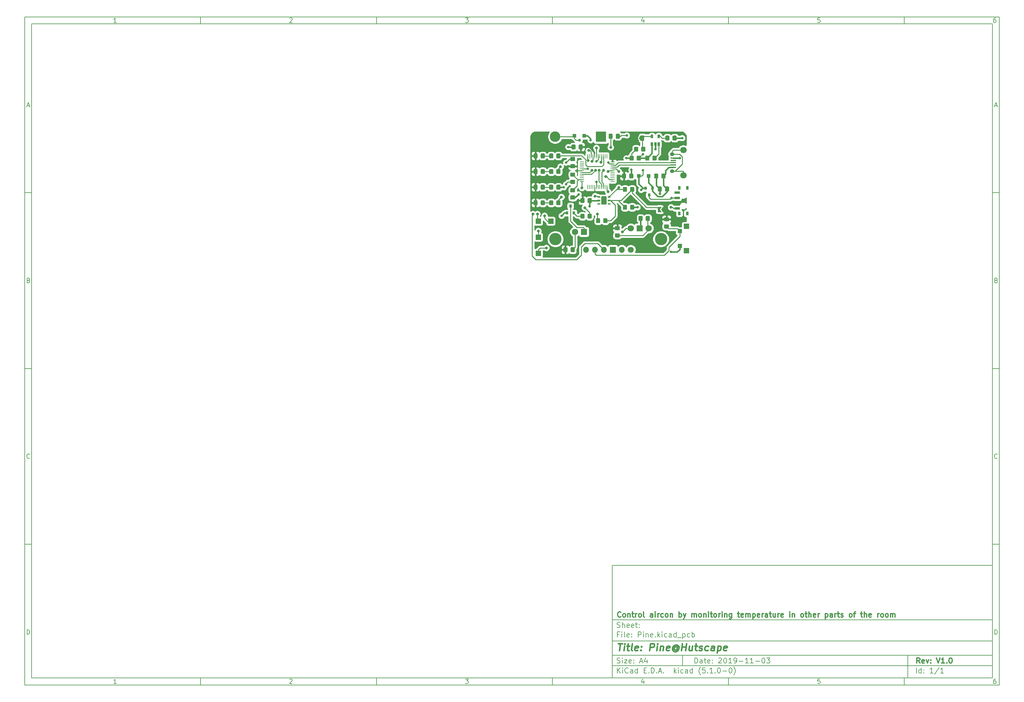
<source format=gbr>
G04 #@! TF.GenerationSoftware,KiCad,Pcbnew,(5.1.0-0)*
G04 #@! TF.CreationDate,2019-11-03T22:22:13+08:00*
G04 #@! TF.ProjectId,Pine,50696e65-2e6b-4696-9361-645f70636258,V1.0*
G04 #@! TF.SameCoordinates,Original*
G04 #@! TF.FileFunction,Copper,L1,Top*
G04 #@! TF.FilePolarity,Positive*
%FSLAX46Y46*%
G04 Gerber Fmt 4.6, Leading zero omitted, Abs format (unit mm)*
G04 Created by KiCad (PCBNEW (5.1.0-0)) date 2019-11-03 22:22:13*
%MOMM*%
%LPD*%
G04 APERTURE LIST*
%ADD10C,0.100000*%
%ADD11C,0.150000*%
%ADD12C,0.300000*%
%ADD13C,0.400000*%
%ADD14C,1.150000*%
%ADD15C,1.800000*%
%ADD16R,1.800000X1.800000*%
%ADD17R,1.500000X1.500000*%
%ADD18R,1.650000X0.400000*%
%ADD19O,1.250000X1.050000*%
%ADD20O,1.900000X1.700000*%
%ADD21C,3.500000*%
%ADD22C,3.000000*%
%ADD23R,3.000000X3.000000*%
%ADD24R,0.800000X0.900000*%
%ADD25R,0.250000X1.300000*%
%ADD26R,1.300000X0.250000*%
%ADD27C,0.400000*%
%ADD28C,1.500000*%
%ADD29R,0.650000X1.060000*%
%ADD30R,1.200000X1.200000*%
%ADD31R,0.800000X1.000000*%
%ADD32R,1.500000X0.700000*%
%ADD33C,0.300000*%
%ADD34O,1.700000X1.700000*%
%ADD35R,1.700000X1.700000*%
%ADD36C,1.700000*%
%ADD37R,1.100000X1.100000*%
%ADD38C,0.700000*%
%ADD39C,0.800000*%
%ADD40C,0.250000*%
%ADD41C,0.254000*%
G04 APERTURE END LIST*
D10*
D11*
X177002200Y-166007200D02*
X177002200Y-198007200D01*
X285002200Y-198007200D01*
X285002200Y-166007200D01*
X177002200Y-166007200D01*
D10*
D11*
X10000000Y-10000000D02*
X10000000Y-200007200D01*
X287002200Y-200007200D01*
X287002200Y-10000000D01*
X10000000Y-10000000D01*
D10*
D11*
X12000000Y-12000000D02*
X12000000Y-198007200D01*
X285002200Y-198007200D01*
X285002200Y-12000000D01*
X12000000Y-12000000D01*
D10*
D11*
X60000000Y-12000000D02*
X60000000Y-10000000D01*
D10*
D11*
X110000000Y-12000000D02*
X110000000Y-10000000D01*
D10*
D11*
X160000000Y-12000000D02*
X160000000Y-10000000D01*
D10*
D11*
X210000000Y-12000000D02*
X210000000Y-10000000D01*
D10*
D11*
X260000000Y-12000000D02*
X260000000Y-10000000D01*
D10*
D11*
X36065476Y-11588095D02*
X35322619Y-11588095D01*
X35694047Y-11588095D02*
X35694047Y-10288095D01*
X35570238Y-10473809D01*
X35446428Y-10597619D01*
X35322619Y-10659523D01*
D10*
D11*
X85322619Y-10411904D02*
X85384523Y-10350000D01*
X85508333Y-10288095D01*
X85817857Y-10288095D01*
X85941666Y-10350000D01*
X86003571Y-10411904D01*
X86065476Y-10535714D01*
X86065476Y-10659523D01*
X86003571Y-10845238D01*
X85260714Y-11588095D01*
X86065476Y-11588095D01*
D10*
D11*
X135260714Y-10288095D02*
X136065476Y-10288095D01*
X135632142Y-10783333D01*
X135817857Y-10783333D01*
X135941666Y-10845238D01*
X136003571Y-10907142D01*
X136065476Y-11030952D01*
X136065476Y-11340476D01*
X136003571Y-11464285D01*
X135941666Y-11526190D01*
X135817857Y-11588095D01*
X135446428Y-11588095D01*
X135322619Y-11526190D01*
X135260714Y-11464285D01*
D10*
D11*
X185941666Y-10721428D02*
X185941666Y-11588095D01*
X185632142Y-10226190D02*
X185322619Y-11154761D01*
X186127380Y-11154761D01*
D10*
D11*
X236003571Y-10288095D02*
X235384523Y-10288095D01*
X235322619Y-10907142D01*
X235384523Y-10845238D01*
X235508333Y-10783333D01*
X235817857Y-10783333D01*
X235941666Y-10845238D01*
X236003571Y-10907142D01*
X236065476Y-11030952D01*
X236065476Y-11340476D01*
X236003571Y-11464285D01*
X235941666Y-11526190D01*
X235817857Y-11588095D01*
X235508333Y-11588095D01*
X235384523Y-11526190D01*
X235322619Y-11464285D01*
D10*
D11*
X285941666Y-10288095D02*
X285694047Y-10288095D01*
X285570238Y-10350000D01*
X285508333Y-10411904D01*
X285384523Y-10597619D01*
X285322619Y-10845238D01*
X285322619Y-11340476D01*
X285384523Y-11464285D01*
X285446428Y-11526190D01*
X285570238Y-11588095D01*
X285817857Y-11588095D01*
X285941666Y-11526190D01*
X286003571Y-11464285D01*
X286065476Y-11340476D01*
X286065476Y-11030952D01*
X286003571Y-10907142D01*
X285941666Y-10845238D01*
X285817857Y-10783333D01*
X285570238Y-10783333D01*
X285446428Y-10845238D01*
X285384523Y-10907142D01*
X285322619Y-11030952D01*
D10*
D11*
X60000000Y-198007200D02*
X60000000Y-200007200D01*
D10*
D11*
X110000000Y-198007200D02*
X110000000Y-200007200D01*
D10*
D11*
X160000000Y-198007200D02*
X160000000Y-200007200D01*
D10*
D11*
X210000000Y-198007200D02*
X210000000Y-200007200D01*
D10*
D11*
X260000000Y-198007200D02*
X260000000Y-200007200D01*
D10*
D11*
X36065476Y-199595295D02*
X35322619Y-199595295D01*
X35694047Y-199595295D02*
X35694047Y-198295295D01*
X35570238Y-198481009D01*
X35446428Y-198604819D01*
X35322619Y-198666723D01*
D10*
D11*
X85322619Y-198419104D02*
X85384523Y-198357200D01*
X85508333Y-198295295D01*
X85817857Y-198295295D01*
X85941666Y-198357200D01*
X86003571Y-198419104D01*
X86065476Y-198542914D01*
X86065476Y-198666723D01*
X86003571Y-198852438D01*
X85260714Y-199595295D01*
X86065476Y-199595295D01*
D10*
D11*
X135260714Y-198295295D02*
X136065476Y-198295295D01*
X135632142Y-198790533D01*
X135817857Y-198790533D01*
X135941666Y-198852438D01*
X136003571Y-198914342D01*
X136065476Y-199038152D01*
X136065476Y-199347676D01*
X136003571Y-199471485D01*
X135941666Y-199533390D01*
X135817857Y-199595295D01*
X135446428Y-199595295D01*
X135322619Y-199533390D01*
X135260714Y-199471485D01*
D10*
D11*
X185941666Y-198728628D02*
X185941666Y-199595295D01*
X185632142Y-198233390D02*
X185322619Y-199161961D01*
X186127380Y-199161961D01*
D10*
D11*
X236003571Y-198295295D02*
X235384523Y-198295295D01*
X235322619Y-198914342D01*
X235384523Y-198852438D01*
X235508333Y-198790533D01*
X235817857Y-198790533D01*
X235941666Y-198852438D01*
X236003571Y-198914342D01*
X236065476Y-199038152D01*
X236065476Y-199347676D01*
X236003571Y-199471485D01*
X235941666Y-199533390D01*
X235817857Y-199595295D01*
X235508333Y-199595295D01*
X235384523Y-199533390D01*
X235322619Y-199471485D01*
D10*
D11*
X285941666Y-198295295D02*
X285694047Y-198295295D01*
X285570238Y-198357200D01*
X285508333Y-198419104D01*
X285384523Y-198604819D01*
X285322619Y-198852438D01*
X285322619Y-199347676D01*
X285384523Y-199471485D01*
X285446428Y-199533390D01*
X285570238Y-199595295D01*
X285817857Y-199595295D01*
X285941666Y-199533390D01*
X286003571Y-199471485D01*
X286065476Y-199347676D01*
X286065476Y-199038152D01*
X286003571Y-198914342D01*
X285941666Y-198852438D01*
X285817857Y-198790533D01*
X285570238Y-198790533D01*
X285446428Y-198852438D01*
X285384523Y-198914342D01*
X285322619Y-199038152D01*
D10*
D11*
X10000000Y-60000000D02*
X12000000Y-60000000D01*
D10*
D11*
X10000000Y-110000000D02*
X12000000Y-110000000D01*
D10*
D11*
X10000000Y-160000000D02*
X12000000Y-160000000D01*
D10*
D11*
X10690476Y-35216666D02*
X11309523Y-35216666D01*
X10566666Y-35588095D02*
X11000000Y-34288095D01*
X11433333Y-35588095D01*
D10*
D11*
X11092857Y-84907142D02*
X11278571Y-84969047D01*
X11340476Y-85030952D01*
X11402380Y-85154761D01*
X11402380Y-85340476D01*
X11340476Y-85464285D01*
X11278571Y-85526190D01*
X11154761Y-85588095D01*
X10659523Y-85588095D01*
X10659523Y-84288095D01*
X11092857Y-84288095D01*
X11216666Y-84350000D01*
X11278571Y-84411904D01*
X11340476Y-84535714D01*
X11340476Y-84659523D01*
X11278571Y-84783333D01*
X11216666Y-84845238D01*
X11092857Y-84907142D01*
X10659523Y-84907142D01*
D10*
D11*
X11402380Y-135464285D02*
X11340476Y-135526190D01*
X11154761Y-135588095D01*
X11030952Y-135588095D01*
X10845238Y-135526190D01*
X10721428Y-135402380D01*
X10659523Y-135278571D01*
X10597619Y-135030952D01*
X10597619Y-134845238D01*
X10659523Y-134597619D01*
X10721428Y-134473809D01*
X10845238Y-134350000D01*
X11030952Y-134288095D01*
X11154761Y-134288095D01*
X11340476Y-134350000D01*
X11402380Y-134411904D01*
D10*
D11*
X10659523Y-185588095D02*
X10659523Y-184288095D01*
X10969047Y-184288095D01*
X11154761Y-184350000D01*
X11278571Y-184473809D01*
X11340476Y-184597619D01*
X11402380Y-184845238D01*
X11402380Y-185030952D01*
X11340476Y-185278571D01*
X11278571Y-185402380D01*
X11154761Y-185526190D01*
X10969047Y-185588095D01*
X10659523Y-185588095D01*
D10*
D11*
X287002200Y-60000000D02*
X285002200Y-60000000D01*
D10*
D11*
X287002200Y-110000000D02*
X285002200Y-110000000D01*
D10*
D11*
X287002200Y-160000000D02*
X285002200Y-160000000D01*
D10*
D11*
X285692676Y-35216666D02*
X286311723Y-35216666D01*
X285568866Y-35588095D02*
X286002200Y-34288095D01*
X286435533Y-35588095D01*
D10*
D11*
X286095057Y-84907142D02*
X286280771Y-84969047D01*
X286342676Y-85030952D01*
X286404580Y-85154761D01*
X286404580Y-85340476D01*
X286342676Y-85464285D01*
X286280771Y-85526190D01*
X286156961Y-85588095D01*
X285661723Y-85588095D01*
X285661723Y-84288095D01*
X286095057Y-84288095D01*
X286218866Y-84350000D01*
X286280771Y-84411904D01*
X286342676Y-84535714D01*
X286342676Y-84659523D01*
X286280771Y-84783333D01*
X286218866Y-84845238D01*
X286095057Y-84907142D01*
X285661723Y-84907142D01*
D10*
D11*
X286404580Y-135464285D02*
X286342676Y-135526190D01*
X286156961Y-135588095D01*
X286033152Y-135588095D01*
X285847438Y-135526190D01*
X285723628Y-135402380D01*
X285661723Y-135278571D01*
X285599819Y-135030952D01*
X285599819Y-134845238D01*
X285661723Y-134597619D01*
X285723628Y-134473809D01*
X285847438Y-134350000D01*
X286033152Y-134288095D01*
X286156961Y-134288095D01*
X286342676Y-134350000D01*
X286404580Y-134411904D01*
D10*
D11*
X285661723Y-185588095D02*
X285661723Y-184288095D01*
X285971247Y-184288095D01*
X286156961Y-184350000D01*
X286280771Y-184473809D01*
X286342676Y-184597619D01*
X286404580Y-184845238D01*
X286404580Y-185030952D01*
X286342676Y-185278571D01*
X286280771Y-185402380D01*
X286156961Y-185526190D01*
X285971247Y-185588095D01*
X285661723Y-185588095D01*
D10*
D11*
X200434342Y-193785771D02*
X200434342Y-192285771D01*
X200791485Y-192285771D01*
X201005771Y-192357200D01*
X201148628Y-192500057D01*
X201220057Y-192642914D01*
X201291485Y-192928628D01*
X201291485Y-193142914D01*
X201220057Y-193428628D01*
X201148628Y-193571485D01*
X201005771Y-193714342D01*
X200791485Y-193785771D01*
X200434342Y-193785771D01*
X202577200Y-193785771D02*
X202577200Y-193000057D01*
X202505771Y-192857200D01*
X202362914Y-192785771D01*
X202077200Y-192785771D01*
X201934342Y-192857200D01*
X202577200Y-193714342D02*
X202434342Y-193785771D01*
X202077200Y-193785771D01*
X201934342Y-193714342D01*
X201862914Y-193571485D01*
X201862914Y-193428628D01*
X201934342Y-193285771D01*
X202077200Y-193214342D01*
X202434342Y-193214342D01*
X202577200Y-193142914D01*
X203077200Y-192785771D02*
X203648628Y-192785771D01*
X203291485Y-192285771D02*
X203291485Y-193571485D01*
X203362914Y-193714342D01*
X203505771Y-193785771D01*
X203648628Y-193785771D01*
X204720057Y-193714342D02*
X204577200Y-193785771D01*
X204291485Y-193785771D01*
X204148628Y-193714342D01*
X204077200Y-193571485D01*
X204077200Y-193000057D01*
X204148628Y-192857200D01*
X204291485Y-192785771D01*
X204577200Y-192785771D01*
X204720057Y-192857200D01*
X204791485Y-193000057D01*
X204791485Y-193142914D01*
X204077200Y-193285771D01*
X205434342Y-193642914D02*
X205505771Y-193714342D01*
X205434342Y-193785771D01*
X205362914Y-193714342D01*
X205434342Y-193642914D01*
X205434342Y-193785771D01*
X205434342Y-192857200D02*
X205505771Y-192928628D01*
X205434342Y-193000057D01*
X205362914Y-192928628D01*
X205434342Y-192857200D01*
X205434342Y-193000057D01*
X207220057Y-192428628D02*
X207291485Y-192357200D01*
X207434342Y-192285771D01*
X207791485Y-192285771D01*
X207934342Y-192357200D01*
X208005771Y-192428628D01*
X208077200Y-192571485D01*
X208077200Y-192714342D01*
X208005771Y-192928628D01*
X207148628Y-193785771D01*
X208077200Y-193785771D01*
X209005771Y-192285771D02*
X209148628Y-192285771D01*
X209291485Y-192357200D01*
X209362914Y-192428628D01*
X209434342Y-192571485D01*
X209505771Y-192857200D01*
X209505771Y-193214342D01*
X209434342Y-193500057D01*
X209362914Y-193642914D01*
X209291485Y-193714342D01*
X209148628Y-193785771D01*
X209005771Y-193785771D01*
X208862914Y-193714342D01*
X208791485Y-193642914D01*
X208720057Y-193500057D01*
X208648628Y-193214342D01*
X208648628Y-192857200D01*
X208720057Y-192571485D01*
X208791485Y-192428628D01*
X208862914Y-192357200D01*
X209005771Y-192285771D01*
X210934342Y-193785771D02*
X210077200Y-193785771D01*
X210505771Y-193785771D02*
X210505771Y-192285771D01*
X210362914Y-192500057D01*
X210220057Y-192642914D01*
X210077200Y-192714342D01*
X211648628Y-193785771D02*
X211934342Y-193785771D01*
X212077200Y-193714342D01*
X212148628Y-193642914D01*
X212291485Y-193428628D01*
X212362914Y-193142914D01*
X212362914Y-192571485D01*
X212291485Y-192428628D01*
X212220057Y-192357200D01*
X212077200Y-192285771D01*
X211791485Y-192285771D01*
X211648628Y-192357200D01*
X211577200Y-192428628D01*
X211505771Y-192571485D01*
X211505771Y-192928628D01*
X211577200Y-193071485D01*
X211648628Y-193142914D01*
X211791485Y-193214342D01*
X212077200Y-193214342D01*
X212220057Y-193142914D01*
X212291485Y-193071485D01*
X212362914Y-192928628D01*
X213005771Y-193214342D02*
X214148628Y-193214342D01*
X215648628Y-193785771D02*
X214791485Y-193785771D01*
X215220057Y-193785771D02*
X215220057Y-192285771D01*
X215077200Y-192500057D01*
X214934342Y-192642914D01*
X214791485Y-192714342D01*
X217077200Y-193785771D02*
X216220057Y-193785771D01*
X216648628Y-193785771D02*
X216648628Y-192285771D01*
X216505771Y-192500057D01*
X216362914Y-192642914D01*
X216220057Y-192714342D01*
X217720057Y-193214342D02*
X218862914Y-193214342D01*
X219862914Y-192285771D02*
X220005771Y-192285771D01*
X220148628Y-192357200D01*
X220220057Y-192428628D01*
X220291485Y-192571485D01*
X220362914Y-192857200D01*
X220362914Y-193214342D01*
X220291485Y-193500057D01*
X220220057Y-193642914D01*
X220148628Y-193714342D01*
X220005771Y-193785771D01*
X219862914Y-193785771D01*
X219720057Y-193714342D01*
X219648628Y-193642914D01*
X219577200Y-193500057D01*
X219505771Y-193214342D01*
X219505771Y-192857200D01*
X219577200Y-192571485D01*
X219648628Y-192428628D01*
X219720057Y-192357200D01*
X219862914Y-192285771D01*
X220862914Y-192285771D02*
X221791485Y-192285771D01*
X221291485Y-192857200D01*
X221505771Y-192857200D01*
X221648628Y-192928628D01*
X221720057Y-193000057D01*
X221791485Y-193142914D01*
X221791485Y-193500057D01*
X221720057Y-193642914D01*
X221648628Y-193714342D01*
X221505771Y-193785771D01*
X221077200Y-193785771D01*
X220934342Y-193714342D01*
X220862914Y-193642914D01*
D10*
D11*
X177002200Y-194507200D02*
X285002200Y-194507200D01*
D10*
D11*
X178434342Y-196585771D02*
X178434342Y-195085771D01*
X179291485Y-196585771D02*
X178648628Y-195728628D01*
X179291485Y-195085771D02*
X178434342Y-195942914D01*
X179934342Y-196585771D02*
X179934342Y-195585771D01*
X179934342Y-195085771D02*
X179862914Y-195157200D01*
X179934342Y-195228628D01*
X180005771Y-195157200D01*
X179934342Y-195085771D01*
X179934342Y-195228628D01*
X181505771Y-196442914D02*
X181434342Y-196514342D01*
X181220057Y-196585771D01*
X181077200Y-196585771D01*
X180862914Y-196514342D01*
X180720057Y-196371485D01*
X180648628Y-196228628D01*
X180577200Y-195942914D01*
X180577200Y-195728628D01*
X180648628Y-195442914D01*
X180720057Y-195300057D01*
X180862914Y-195157200D01*
X181077200Y-195085771D01*
X181220057Y-195085771D01*
X181434342Y-195157200D01*
X181505771Y-195228628D01*
X182791485Y-196585771D02*
X182791485Y-195800057D01*
X182720057Y-195657200D01*
X182577200Y-195585771D01*
X182291485Y-195585771D01*
X182148628Y-195657200D01*
X182791485Y-196514342D02*
X182648628Y-196585771D01*
X182291485Y-196585771D01*
X182148628Y-196514342D01*
X182077200Y-196371485D01*
X182077200Y-196228628D01*
X182148628Y-196085771D01*
X182291485Y-196014342D01*
X182648628Y-196014342D01*
X182791485Y-195942914D01*
X184148628Y-196585771D02*
X184148628Y-195085771D01*
X184148628Y-196514342D02*
X184005771Y-196585771D01*
X183720057Y-196585771D01*
X183577200Y-196514342D01*
X183505771Y-196442914D01*
X183434342Y-196300057D01*
X183434342Y-195871485D01*
X183505771Y-195728628D01*
X183577200Y-195657200D01*
X183720057Y-195585771D01*
X184005771Y-195585771D01*
X184148628Y-195657200D01*
X186005771Y-195800057D02*
X186505771Y-195800057D01*
X186720057Y-196585771D02*
X186005771Y-196585771D01*
X186005771Y-195085771D01*
X186720057Y-195085771D01*
X187362914Y-196442914D02*
X187434342Y-196514342D01*
X187362914Y-196585771D01*
X187291485Y-196514342D01*
X187362914Y-196442914D01*
X187362914Y-196585771D01*
X188077200Y-196585771D02*
X188077200Y-195085771D01*
X188434342Y-195085771D01*
X188648628Y-195157200D01*
X188791485Y-195300057D01*
X188862914Y-195442914D01*
X188934342Y-195728628D01*
X188934342Y-195942914D01*
X188862914Y-196228628D01*
X188791485Y-196371485D01*
X188648628Y-196514342D01*
X188434342Y-196585771D01*
X188077200Y-196585771D01*
X189577200Y-196442914D02*
X189648628Y-196514342D01*
X189577200Y-196585771D01*
X189505771Y-196514342D01*
X189577200Y-196442914D01*
X189577200Y-196585771D01*
X190220057Y-196157200D02*
X190934342Y-196157200D01*
X190077200Y-196585771D02*
X190577200Y-195085771D01*
X191077200Y-196585771D01*
X191577200Y-196442914D02*
X191648628Y-196514342D01*
X191577200Y-196585771D01*
X191505771Y-196514342D01*
X191577200Y-196442914D01*
X191577200Y-196585771D01*
X194577200Y-196585771D02*
X194577200Y-195085771D01*
X194720057Y-196014342D02*
X195148628Y-196585771D01*
X195148628Y-195585771D02*
X194577200Y-196157200D01*
X195791485Y-196585771D02*
X195791485Y-195585771D01*
X195791485Y-195085771D02*
X195720057Y-195157200D01*
X195791485Y-195228628D01*
X195862914Y-195157200D01*
X195791485Y-195085771D01*
X195791485Y-195228628D01*
X197148628Y-196514342D02*
X197005771Y-196585771D01*
X196720057Y-196585771D01*
X196577200Y-196514342D01*
X196505771Y-196442914D01*
X196434342Y-196300057D01*
X196434342Y-195871485D01*
X196505771Y-195728628D01*
X196577200Y-195657200D01*
X196720057Y-195585771D01*
X197005771Y-195585771D01*
X197148628Y-195657200D01*
X198434342Y-196585771D02*
X198434342Y-195800057D01*
X198362914Y-195657200D01*
X198220057Y-195585771D01*
X197934342Y-195585771D01*
X197791485Y-195657200D01*
X198434342Y-196514342D02*
X198291485Y-196585771D01*
X197934342Y-196585771D01*
X197791485Y-196514342D01*
X197720057Y-196371485D01*
X197720057Y-196228628D01*
X197791485Y-196085771D01*
X197934342Y-196014342D01*
X198291485Y-196014342D01*
X198434342Y-195942914D01*
X199791485Y-196585771D02*
X199791485Y-195085771D01*
X199791485Y-196514342D02*
X199648628Y-196585771D01*
X199362914Y-196585771D01*
X199220057Y-196514342D01*
X199148628Y-196442914D01*
X199077200Y-196300057D01*
X199077200Y-195871485D01*
X199148628Y-195728628D01*
X199220057Y-195657200D01*
X199362914Y-195585771D01*
X199648628Y-195585771D01*
X199791485Y-195657200D01*
X202077200Y-197157200D02*
X202005771Y-197085771D01*
X201862914Y-196871485D01*
X201791485Y-196728628D01*
X201720057Y-196514342D01*
X201648628Y-196157200D01*
X201648628Y-195871485D01*
X201720057Y-195514342D01*
X201791485Y-195300057D01*
X201862914Y-195157200D01*
X202005771Y-194942914D01*
X202077200Y-194871485D01*
X203362914Y-195085771D02*
X202648628Y-195085771D01*
X202577200Y-195800057D01*
X202648628Y-195728628D01*
X202791485Y-195657200D01*
X203148628Y-195657200D01*
X203291485Y-195728628D01*
X203362914Y-195800057D01*
X203434342Y-195942914D01*
X203434342Y-196300057D01*
X203362914Y-196442914D01*
X203291485Y-196514342D01*
X203148628Y-196585771D01*
X202791485Y-196585771D01*
X202648628Y-196514342D01*
X202577200Y-196442914D01*
X204077200Y-196442914D02*
X204148628Y-196514342D01*
X204077200Y-196585771D01*
X204005771Y-196514342D01*
X204077200Y-196442914D01*
X204077200Y-196585771D01*
X205577200Y-196585771D02*
X204720057Y-196585771D01*
X205148628Y-196585771D02*
X205148628Y-195085771D01*
X205005771Y-195300057D01*
X204862914Y-195442914D01*
X204720057Y-195514342D01*
X206220057Y-196442914D02*
X206291485Y-196514342D01*
X206220057Y-196585771D01*
X206148628Y-196514342D01*
X206220057Y-196442914D01*
X206220057Y-196585771D01*
X207220057Y-195085771D02*
X207362914Y-195085771D01*
X207505771Y-195157200D01*
X207577200Y-195228628D01*
X207648628Y-195371485D01*
X207720057Y-195657200D01*
X207720057Y-196014342D01*
X207648628Y-196300057D01*
X207577200Y-196442914D01*
X207505771Y-196514342D01*
X207362914Y-196585771D01*
X207220057Y-196585771D01*
X207077200Y-196514342D01*
X207005771Y-196442914D01*
X206934342Y-196300057D01*
X206862914Y-196014342D01*
X206862914Y-195657200D01*
X206934342Y-195371485D01*
X207005771Y-195228628D01*
X207077200Y-195157200D01*
X207220057Y-195085771D01*
X208362914Y-196014342D02*
X209505771Y-196014342D01*
X210505771Y-195085771D02*
X210648628Y-195085771D01*
X210791485Y-195157200D01*
X210862914Y-195228628D01*
X210934342Y-195371485D01*
X211005771Y-195657200D01*
X211005771Y-196014342D01*
X210934342Y-196300057D01*
X210862914Y-196442914D01*
X210791485Y-196514342D01*
X210648628Y-196585771D01*
X210505771Y-196585771D01*
X210362914Y-196514342D01*
X210291485Y-196442914D01*
X210220057Y-196300057D01*
X210148628Y-196014342D01*
X210148628Y-195657200D01*
X210220057Y-195371485D01*
X210291485Y-195228628D01*
X210362914Y-195157200D01*
X210505771Y-195085771D01*
X211505771Y-197157200D02*
X211577200Y-197085771D01*
X211720057Y-196871485D01*
X211791485Y-196728628D01*
X211862914Y-196514342D01*
X211934342Y-196157200D01*
X211934342Y-195871485D01*
X211862914Y-195514342D01*
X211791485Y-195300057D01*
X211720057Y-195157200D01*
X211577200Y-194942914D01*
X211505771Y-194871485D01*
D10*
D11*
X177002200Y-191507200D02*
X285002200Y-191507200D01*
D10*
D12*
X264411485Y-193785771D02*
X263911485Y-193071485D01*
X263554342Y-193785771D02*
X263554342Y-192285771D01*
X264125771Y-192285771D01*
X264268628Y-192357200D01*
X264340057Y-192428628D01*
X264411485Y-192571485D01*
X264411485Y-192785771D01*
X264340057Y-192928628D01*
X264268628Y-193000057D01*
X264125771Y-193071485D01*
X263554342Y-193071485D01*
X265625771Y-193714342D02*
X265482914Y-193785771D01*
X265197200Y-193785771D01*
X265054342Y-193714342D01*
X264982914Y-193571485D01*
X264982914Y-193000057D01*
X265054342Y-192857200D01*
X265197200Y-192785771D01*
X265482914Y-192785771D01*
X265625771Y-192857200D01*
X265697200Y-193000057D01*
X265697200Y-193142914D01*
X264982914Y-193285771D01*
X266197200Y-192785771D02*
X266554342Y-193785771D01*
X266911485Y-192785771D01*
X267482914Y-193642914D02*
X267554342Y-193714342D01*
X267482914Y-193785771D01*
X267411485Y-193714342D01*
X267482914Y-193642914D01*
X267482914Y-193785771D01*
X267482914Y-192857200D02*
X267554342Y-192928628D01*
X267482914Y-193000057D01*
X267411485Y-192928628D01*
X267482914Y-192857200D01*
X267482914Y-193000057D01*
X269125771Y-192285771D02*
X269625771Y-193785771D01*
X270125771Y-192285771D01*
X271411485Y-193785771D02*
X270554342Y-193785771D01*
X270982914Y-193785771D02*
X270982914Y-192285771D01*
X270840057Y-192500057D01*
X270697200Y-192642914D01*
X270554342Y-192714342D01*
X272054342Y-193642914D02*
X272125771Y-193714342D01*
X272054342Y-193785771D01*
X271982914Y-193714342D01*
X272054342Y-193642914D01*
X272054342Y-193785771D01*
X273054342Y-192285771D02*
X273197200Y-192285771D01*
X273340057Y-192357200D01*
X273411485Y-192428628D01*
X273482914Y-192571485D01*
X273554342Y-192857200D01*
X273554342Y-193214342D01*
X273482914Y-193500057D01*
X273411485Y-193642914D01*
X273340057Y-193714342D01*
X273197200Y-193785771D01*
X273054342Y-193785771D01*
X272911485Y-193714342D01*
X272840057Y-193642914D01*
X272768628Y-193500057D01*
X272697200Y-193214342D01*
X272697200Y-192857200D01*
X272768628Y-192571485D01*
X272840057Y-192428628D01*
X272911485Y-192357200D01*
X273054342Y-192285771D01*
D10*
D11*
X178362914Y-193714342D02*
X178577200Y-193785771D01*
X178934342Y-193785771D01*
X179077200Y-193714342D01*
X179148628Y-193642914D01*
X179220057Y-193500057D01*
X179220057Y-193357200D01*
X179148628Y-193214342D01*
X179077200Y-193142914D01*
X178934342Y-193071485D01*
X178648628Y-193000057D01*
X178505771Y-192928628D01*
X178434342Y-192857200D01*
X178362914Y-192714342D01*
X178362914Y-192571485D01*
X178434342Y-192428628D01*
X178505771Y-192357200D01*
X178648628Y-192285771D01*
X179005771Y-192285771D01*
X179220057Y-192357200D01*
X179862914Y-193785771D02*
X179862914Y-192785771D01*
X179862914Y-192285771D02*
X179791485Y-192357200D01*
X179862914Y-192428628D01*
X179934342Y-192357200D01*
X179862914Y-192285771D01*
X179862914Y-192428628D01*
X180434342Y-192785771D02*
X181220057Y-192785771D01*
X180434342Y-193785771D01*
X181220057Y-193785771D01*
X182362914Y-193714342D02*
X182220057Y-193785771D01*
X181934342Y-193785771D01*
X181791485Y-193714342D01*
X181720057Y-193571485D01*
X181720057Y-193000057D01*
X181791485Y-192857200D01*
X181934342Y-192785771D01*
X182220057Y-192785771D01*
X182362914Y-192857200D01*
X182434342Y-193000057D01*
X182434342Y-193142914D01*
X181720057Y-193285771D01*
X183077200Y-193642914D02*
X183148628Y-193714342D01*
X183077200Y-193785771D01*
X183005771Y-193714342D01*
X183077200Y-193642914D01*
X183077200Y-193785771D01*
X183077200Y-192857200D02*
X183148628Y-192928628D01*
X183077200Y-193000057D01*
X183005771Y-192928628D01*
X183077200Y-192857200D01*
X183077200Y-193000057D01*
X184862914Y-193357200D02*
X185577200Y-193357200D01*
X184720057Y-193785771D02*
X185220057Y-192285771D01*
X185720057Y-193785771D01*
X186862914Y-192785771D02*
X186862914Y-193785771D01*
X186505771Y-192214342D02*
X186148628Y-193285771D01*
X187077200Y-193285771D01*
D10*
D11*
X263434342Y-196585771D02*
X263434342Y-195085771D01*
X264791485Y-196585771D02*
X264791485Y-195085771D01*
X264791485Y-196514342D02*
X264648628Y-196585771D01*
X264362914Y-196585771D01*
X264220057Y-196514342D01*
X264148628Y-196442914D01*
X264077200Y-196300057D01*
X264077200Y-195871485D01*
X264148628Y-195728628D01*
X264220057Y-195657200D01*
X264362914Y-195585771D01*
X264648628Y-195585771D01*
X264791485Y-195657200D01*
X265505771Y-196442914D02*
X265577200Y-196514342D01*
X265505771Y-196585771D01*
X265434342Y-196514342D01*
X265505771Y-196442914D01*
X265505771Y-196585771D01*
X265505771Y-195657200D02*
X265577200Y-195728628D01*
X265505771Y-195800057D01*
X265434342Y-195728628D01*
X265505771Y-195657200D01*
X265505771Y-195800057D01*
X268148628Y-196585771D02*
X267291485Y-196585771D01*
X267720057Y-196585771D02*
X267720057Y-195085771D01*
X267577200Y-195300057D01*
X267434342Y-195442914D01*
X267291485Y-195514342D01*
X269862914Y-195014342D02*
X268577200Y-196942914D01*
X271148628Y-196585771D02*
X270291485Y-196585771D01*
X270720057Y-196585771D02*
X270720057Y-195085771D01*
X270577200Y-195300057D01*
X270434342Y-195442914D01*
X270291485Y-195514342D01*
D10*
D11*
X177002200Y-187507200D02*
X285002200Y-187507200D01*
D10*
D13*
X178714580Y-188211961D02*
X179857438Y-188211961D01*
X179036009Y-190211961D02*
X179286009Y-188211961D01*
X180274104Y-190211961D02*
X180440771Y-188878628D01*
X180524104Y-188211961D02*
X180416961Y-188307200D01*
X180500295Y-188402438D01*
X180607438Y-188307200D01*
X180524104Y-188211961D01*
X180500295Y-188402438D01*
X181107438Y-188878628D02*
X181869342Y-188878628D01*
X181476485Y-188211961D02*
X181262200Y-189926247D01*
X181333628Y-190116723D01*
X181512200Y-190211961D01*
X181702676Y-190211961D01*
X182655057Y-190211961D02*
X182476485Y-190116723D01*
X182405057Y-189926247D01*
X182619342Y-188211961D01*
X184190771Y-190116723D02*
X183988390Y-190211961D01*
X183607438Y-190211961D01*
X183428866Y-190116723D01*
X183357438Y-189926247D01*
X183452676Y-189164342D01*
X183571723Y-188973866D01*
X183774104Y-188878628D01*
X184155057Y-188878628D01*
X184333628Y-188973866D01*
X184405057Y-189164342D01*
X184381247Y-189354819D01*
X183405057Y-189545295D01*
X185155057Y-190021485D02*
X185238390Y-190116723D01*
X185131247Y-190211961D01*
X185047914Y-190116723D01*
X185155057Y-190021485D01*
X185131247Y-190211961D01*
X185286009Y-188973866D02*
X185369342Y-189069104D01*
X185262200Y-189164342D01*
X185178866Y-189069104D01*
X185286009Y-188973866D01*
X185262200Y-189164342D01*
X187607438Y-190211961D02*
X187857438Y-188211961D01*
X188619342Y-188211961D01*
X188797914Y-188307200D01*
X188881247Y-188402438D01*
X188952676Y-188592914D01*
X188916961Y-188878628D01*
X188797914Y-189069104D01*
X188690771Y-189164342D01*
X188488390Y-189259580D01*
X187726485Y-189259580D01*
X189607438Y-190211961D02*
X189774104Y-188878628D01*
X189857438Y-188211961D02*
X189750295Y-188307200D01*
X189833628Y-188402438D01*
X189940771Y-188307200D01*
X189857438Y-188211961D01*
X189833628Y-188402438D01*
X190726485Y-188878628D02*
X190559819Y-190211961D01*
X190702676Y-189069104D02*
X190809819Y-188973866D01*
X191012200Y-188878628D01*
X191297914Y-188878628D01*
X191476485Y-188973866D01*
X191547914Y-189164342D01*
X191416961Y-190211961D01*
X193143152Y-190116723D02*
X192940771Y-190211961D01*
X192559819Y-190211961D01*
X192381247Y-190116723D01*
X192309819Y-189926247D01*
X192405057Y-189164342D01*
X192524104Y-188973866D01*
X192726485Y-188878628D01*
X193107438Y-188878628D01*
X193286009Y-188973866D01*
X193357438Y-189164342D01*
X193333628Y-189354819D01*
X192357438Y-189545295D01*
X195440771Y-189259580D02*
X195357438Y-189164342D01*
X195178866Y-189069104D01*
X194988390Y-189069104D01*
X194786009Y-189164342D01*
X194678866Y-189259580D01*
X194559819Y-189450057D01*
X194536009Y-189640533D01*
X194607438Y-189831009D01*
X194690771Y-189926247D01*
X194869342Y-190021485D01*
X195059819Y-190021485D01*
X195262200Y-189926247D01*
X195369342Y-189831009D01*
X195464580Y-189069104D02*
X195369342Y-189831009D01*
X195452676Y-189926247D01*
X195547914Y-189926247D01*
X195750295Y-189831009D01*
X195869342Y-189640533D01*
X195928866Y-189164342D01*
X195774104Y-188878628D01*
X195512200Y-188688152D01*
X195143152Y-188592914D01*
X194750295Y-188688152D01*
X194440771Y-188878628D01*
X194214580Y-189164342D01*
X194071723Y-189545295D01*
X194119342Y-189926247D01*
X194274104Y-190211961D01*
X194536009Y-190402438D01*
X194905057Y-190497676D01*
X195297914Y-190402438D01*
X195607438Y-190211961D01*
X196655057Y-190211961D02*
X196905057Y-188211961D01*
X196786009Y-189164342D02*
X197928866Y-189164342D01*
X197797914Y-190211961D02*
X198047914Y-188211961D01*
X199774104Y-188878628D02*
X199607438Y-190211961D01*
X198916961Y-188878628D02*
X198786009Y-189926247D01*
X198857438Y-190116723D01*
X199036009Y-190211961D01*
X199321723Y-190211961D01*
X199524104Y-190116723D01*
X199631247Y-190021485D01*
X200440771Y-188878628D02*
X201202676Y-188878628D01*
X200809819Y-188211961D02*
X200595533Y-189926247D01*
X200666961Y-190116723D01*
X200845533Y-190211961D01*
X201036009Y-190211961D01*
X201619342Y-190116723D02*
X201797914Y-190211961D01*
X202178866Y-190211961D01*
X202381247Y-190116723D01*
X202500295Y-189926247D01*
X202512200Y-189831009D01*
X202440771Y-189640533D01*
X202262200Y-189545295D01*
X201976485Y-189545295D01*
X201797914Y-189450057D01*
X201726485Y-189259580D01*
X201738390Y-189164342D01*
X201857438Y-188973866D01*
X202059819Y-188878628D01*
X202345533Y-188878628D01*
X202524104Y-188973866D01*
X204190771Y-190116723D02*
X203988390Y-190211961D01*
X203607438Y-190211961D01*
X203428866Y-190116723D01*
X203345533Y-190021485D01*
X203274104Y-189831009D01*
X203345533Y-189259580D01*
X203464580Y-189069104D01*
X203571723Y-188973866D01*
X203774104Y-188878628D01*
X204155057Y-188878628D01*
X204333628Y-188973866D01*
X205893152Y-190211961D02*
X206024104Y-189164342D01*
X205952676Y-188973866D01*
X205774104Y-188878628D01*
X205393152Y-188878628D01*
X205190771Y-188973866D01*
X205905057Y-190116723D02*
X205702676Y-190211961D01*
X205226485Y-190211961D01*
X205047914Y-190116723D01*
X204976485Y-189926247D01*
X205000295Y-189735771D01*
X205119342Y-189545295D01*
X205321723Y-189450057D01*
X205797914Y-189450057D01*
X206000295Y-189354819D01*
X207012200Y-188878628D02*
X206762200Y-190878628D01*
X207000295Y-188973866D02*
X207202676Y-188878628D01*
X207583628Y-188878628D01*
X207762200Y-188973866D01*
X207845533Y-189069104D01*
X207916961Y-189259580D01*
X207845533Y-189831009D01*
X207726485Y-190021485D01*
X207619342Y-190116723D01*
X207416961Y-190211961D01*
X207036009Y-190211961D01*
X206857438Y-190116723D01*
X209428866Y-190116723D02*
X209226485Y-190211961D01*
X208845533Y-190211961D01*
X208666961Y-190116723D01*
X208595533Y-189926247D01*
X208690771Y-189164342D01*
X208809819Y-188973866D01*
X209012200Y-188878628D01*
X209393152Y-188878628D01*
X209571723Y-188973866D01*
X209643152Y-189164342D01*
X209619342Y-189354819D01*
X208643152Y-189545295D01*
D10*
D11*
X178934342Y-185600057D02*
X178434342Y-185600057D01*
X178434342Y-186385771D02*
X178434342Y-184885771D01*
X179148628Y-184885771D01*
X179720057Y-186385771D02*
X179720057Y-185385771D01*
X179720057Y-184885771D02*
X179648628Y-184957200D01*
X179720057Y-185028628D01*
X179791485Y-184957200D01*
X179720057Y-184885771D01*
X179720057Y-185028628D01*
X180648628Y-186385771D02*
X180505771Y-186314342D01*
X180434342Y-186171485D01*
X180434342Y-184885771D01*
X181791485Y-186314342D02*
X181648628Y-186385771D01*
X181362914Y-186385771D01*
X181220057Y-186314342D01*
X181148628Y-186171485D01*
X181148628Y-185600057D01*
X181220057Y-185457200D01*
X181362914Y-185385771D01*
X181648628Y-185385771D01*
X181791485Y-185457200D01*
X181862914Y-185600057D01*
X181862914Y-185742914D01*
X181148628Y-185885771D01*
X182505771Y-186242914D02*
X182577200Y-186314342D01*
X182505771Y-186385771D01*
X182434342Y-186314342D01*
X182505771Y-186242914D01*
X182505771Y-186385771D01*
X182505771Y-185457200D02*
X182577200Y-185528628D01*
X182505771Y-185600057D01*
X182434342Y-185528628D01*
X182505771Y-185457200D01*
X182505771Y-185600057D01*
X184362914Y-186385771D02*
X184362914Y-184885771D01*
X184934342Y-184885771D01*
X185077200Y-184957200D01*
X185148628Y-185028628D01*
X185220057Y-185171485D01*
X185220057Y-185385771D01*
X185148628Y-185528628D01*
X185077200Y-185600057D01*
X184934342Y-185671485D01*
X184362914Y-185671485D01*
X185862914Y-186385771D02*
X185862914Y-185385771D01*
X185862914Y-184885771D02*
X185791485Y-184957200D01*
X185862914Y-185028628D01*
X185934342Y-184957200D01*
X185862914Y-184885771D01*
X185862914Y-185028628D01*
X186577200Y-185385771D02*
X186577200Y-186385771D01*
X186577200Y-185528628D02*
X186648628Y-185457200D01*
X186791485Y-185385771D01*
X187005771Y-185385771D01*
X187148628Y-185457200D01*
X187220057Y-185600057D01*
X187220057Y-186385771D01*
X188505771Y-186314342D02*
X188362914Y-186385771D01*
X188077200Y-186385771D01*
X187934342Y-186314342D01*
X187862914Y-186171485D01*
X187862914Y-185600057D01*
X187934342Y-185457200D01*
X188077200Y-185385771D01*
X188362914Y-185385771D01*
X188505771Y-185457200D01*
X188577200Y-185600057D01*
X188577200Y-185742914D01*
X187862914Y-185885771D01*
X189220057Y-186242914D02*
X189291485Y-186314342D01*
X189220057Y-186385771D01*
X189148628Y-186314342D01*
X189220057Y-186242914D01*
X189220057Y-186385771D01*
X189934342Y-186385771D02*
X189934342Y-184885771D01*
X190077200Y-185814342D02*
X190505771Y-186385771D01*
X190505771Y-185385771D02*
X189934342Y-185957200D01*
X191148628Y-186385771D02*
X191148628Y-185385771D01*
X191148628Y-184885771D02*
X191077200Y-184957200D01*
X191148628Y-185028628D01*
X191220057Y-184957200D01*
X191148628Y-184885771D01*
X191148628Y-185028628D01*
X192505771Y-186314342D02*
X192362914Y-186385771D01*
X192077200Y-186385771D01*
X191934342Y-186314342D01*
X191862914Y-186242914D01*
X191791485Y-186100057D01*
X191791485Y-185671485D01*
X191862914Y-185528628D01*
X191934342Y-185457200D01*
X192077200Y-185385771D01*
X192362914Y-185385771D01*
X192505771Y-185457200D01*
X193791485Y-186385771D02*
X193791485Y-185600057D01*
X193720057Y-185457200D01*
X193577200Y-185385771D01*
X193291485Y-185385771D01*
X193148628Y-185457200D01*
X193791485Y-186314342D02*
X193648628Y-186385771D01*
X193291485Y-186385771D01*
X193148628Y-186314342D01*
X193077200Y-186171485D01*
X193077200Y-186028628D01*
X193148628Y-185885771D01*
X193291485Y-185814342D01*
X193648628Y-185814342D01*
X193791485Y-185742914D01*
X195148628Y-186385771D02*
X195148628Y-184885771D01*
X195148628Y-186314342D02*
X195005771Y-186385771D01*
X194720057Y-186385771D01*
X194577200Y-186314342D01*
X194505771Y-186242914D01*
X194434342Y-186100057D01*
X194434342Y-185671485D01*
X194505771Y-185528628D01*
X194577200Y-185457200D01*
X194720057Y-185385771D01*
X195005771Y-185385771D01*
X195148628Y-185457200D01*
X195505771Y-186528628D02*
X196648628Y-186528628D01*
X197005771Y-185385771D02*
X197005771Y-186885771D01*
X197005771Y-185457200D02*
X197148628Y-185385771D01*
X197434342Y-185385771D01*
X197577200Y-185457200D01*
X197648628Y-185528628D01*
X197720057Y-185671485D01*
X197720057Y-186100057D01*
X197648628Y-186242914D01*
X197577200Y-186314342D01*
X197434342Y-186385771D01*
X197148628Y-186385771D01*
X197005771Y-186314342D01*
X199005771Y-186314342D02*
X198862914Y-186385771D01*
X198577200Y-186385771D01*
X198434342Y-186314342D01*
X198362914Y-186242914D01*
X198291485Y-186100057D01*
X198291485Y-185671485D01*
X198362914Y-185528628D01*
X198434342Y-185457200D01*
X198577200Y-185385771D01*
X198862914Y-185385771D01*
X199005771Y-185457200D01*
X199648628Y-186385771D02*
X199648628Y-184885771D01*
X199648628Y-185457200D02*
X199791485Y-185385771D01*
X200077200Y-185385771D01*
X200220057Y-185457200D01*
X200291485Y-185528628D01*
X200362914Y-185671485D01*
X200362914Y-186100057D01*
X200291485Y-186242914D01*
X200220057Y-186314342D01*
X200077200Y-186385771D01*
X199791485Y-186385771D01*
X199648628Y-186314342D01*
D10*
D11*
X177002200Y-181507200D02*
X285002200Y-181507200D01*
D10*
D11*
X178362914Y-183614342D02*
X178577200Y-183685771D01*
X178934342Y-183685771D01*
X179077200Y-183614342D01*
X179148628Y-183542914D01*
X179220057Y-183400057D01*
X179220057Y-183257200D01*
X179148628Y-183114342D01*
X179077200Y-183042914D01*
X178934342Y-182971485D01*
X178648628Y-182900057D01*
X178505771Y-182828628D01*
X178434342Y-182757200D01*
X178362914Y-182614342D01*
X178362914Y-182471485D01*
X178434342Y-182328628D01*
X178505771Y-182257200D01*
X178648628Y-182185771D01*
X179005771Y-182185771D01*
X179220057Y-182257200D01*
X179862914Y-183685771D02*
X179862914Y-182185771D01*
X180505771Y-183685771D02*
X180505771Y-182900057D01*
X180434342Y-182757200D01*
X180291485Y-182685771D01*
X180077200Y-182685771D01*
X179934342Y-182757200D01*
X179862914Y-182828628D01*
X181791485Y-183614342D02*
X181648628Y-183685771D01*
X181362914Y-183685771D01*
X181220057Y-183614342D01*
X181148628Y-183471485D01*
X181148628Y-182900057D01*
X181220057Y-182757200D01*
X181362914Y-182685771D01*
X181648628Y-182685771D01*
X181791485Y-182757200D01*
X181862914Y-182900057D01*
X181862914Y-183042914D01*
X181148628Y-183185771D01*
X183077200Y-183614342D02*
X182934342Y-183685771D01*
X182648628Y-183685771D01*
X182505771Y-183614342D01*
X182434342Y-183471485D01*
X182434342Y-182900057D01*
X182505771Y-182757200D01*
X182648628Y-182685771D01*
X182934342Y-182685771D01*
X183077200Y-182757200D01*
X183148628Y-182900057D01*
X183148628Y-183042914D01*
X182434342Y-183185771D01*
X183577200Y-182685771D02*
X184148628Y-182685771D01*
X183791485Y-182185771D02*
X183791485Y-183471485D01*
X183862914Y-183614342D01*
X184005771Y-183685771D01*
X184148628Y-183685771D01*
X184648628Y-183542914D02*
X184720057Y-183614342D01*
X184648628Y-183685771D01*
X184577200Y-183614342D01*
X184648628Y-183542914D01*
X184648628Y-183685771D01*
X184648628Y-182757200D02*
X184720057Y-182828628D01*
X184648628Y-182900057D01*
X184577200Y-182828628D01*
X184648628Y-182757200D01*
X184648628Y-182900057D01*
D10*
D12*
X179411485Y-180542914D02*
X179340057Y-180614342D01*
X179125771Y-180685771D01*
X178982914Y-180685771D01*
X178768628Y-180614342D01*
X178625771Y-180471485D01*
X178554342Y-180328628D01*
X178482914Y-180042914D01*
X178482914Y-179828628D01*
X178554342Y-179542914D01*
X178625771Y-179400057D01*
X178768628Y-179257200D01*
X178982914Y-179185771D01*
X179125771Y-179185771D01*
X179340057Y-179257200D01*
X179411485Y-179328628D01*
X180268628Y-180685771D02*
X180125771Y-180614342D01*
X180054342Y-180542914D01*
X179982914Y-180400057D01*
X179982914Y-179971485D01*
X180054342Y-179828628D01*
X180125771Y-179757200D01*
X180268628Y-179685771D01*
X180482914Y-179685771D01*
X180625771Y-179757200D01*
X180697200Y-179828628D01*
X180768628Y-179971485D01*
X180768628Y-180400057D01*
X180697200Y-180542914D01*
X180625771Y-180614342D01*
X180482914Y-180685771D01*
X180268628Y-180685771D01*
X181411485Y-179685771D02*
X181411485Y-180685771D01*
X181411485Y-179828628D02*
X181482914Y-179757200D01*
X181625771Y-179685771D01*
X181840057Y-179685771D01*
X181982914Y-179757200D01*
X182054342Y-179900057D01*
X182054342Y-180685771D01*
X182554342Y-179685771D02*
X183125771Y-179685771D01*
X182768628Y-179185771D02*
X182768628Y-180471485D01*
X182840057Y-180614342D01*
X182982914Y-180685771D01*
X183125771Y-180685771D01*
X183625771Y-180685771D02*
X183625771Y-179685771D01*
X183625771Y-179971485D02*
X183697200Y-179828628D01*
X183768628Y-179757200D01*
X183911485Y-179685771D01*
X184054342Y-179685771D01*
X184768628Y-180685771D02*
X184625771Y-180614342D01*
X184554342Y-180542914D01*
X184482914Y-180400057D01*
X184482914Y-179971485D01*
X184554342Y-179828628D01*
X184625771Y-179757200D01*
X184768628Y-179685771D01*
X184982914Y-179685771D01*
X185125771Y-179757200D01*
X185197200Y-179828628D01*
X185268628Y-179971485D01*
X185268628Y-180400057D01*
X185197200Y-180542914D01*
X185125771Y-180614342D01*
X184982914Y-180685771D01*
X184768628Y-180685771D01*
X186125771Y-180685771D02*
X185982914Y-180614342D01*
X185911485Y-180471485D01*
X185911485Y-179185771D01*
X188482914Y-180685771D02*
X188482914Y-179900057D01*
X188411485Y-179757200D01*
X188268628Y-179685771D01*
X187982914Y-179685771D01*
X187840057Y-179757200D01*
X188482914Y-180614342D02*
X188340057Y-180685771D01*
X187982914Y-180685771D01*
X187840057Y-180614342D01*
X187768628Y-180471485D01*
X187768628Y-180328628D01*
X187840057Y-180185771D01*
X187982914Y-180114342D01*
X188340057Y-180114342D01*
X188482914Y-180042914D01*
X189197200Y-180685771D02*
X189197200Y-179685771D01*
X189197200Y-179185771D02*
X189125771Y-179257200D01*
X189197200Y-179328628D01*
X189268628Y-179257200D01*
X189197200Y-179185771D01*
X189197200Y-179328628D01*
X189911485Y-180685771D02*
X189911485Y-179685771D01*
X189911485Y-179971485D02*
X189982914Y-179828628D01*
X190054342Y-179757200D01*
X190197200Y-179685771D01*
X190340057Y-179685771D01*
X191482914Y-180614342D02*
X191340057Y-180685771D01*
X191054342Y-180685771D01*
X190911485Y-180614342D01*
X190840057Y-180542914D01*
X190768628Y-180400057D01*
X190768628Y-179971485D01*
X190840057Y-179828628D01*
X190911485Y-179757200D01*
X191054342Y-179685771D01*
X191340057Y-179685771D01*
X191482914Y-179757200D01*
X192340057Y-180685771D02*
X192197200Y-180614342D01*
X192125771Y-180542914D01*
X192054342Y-180400057D01*
X192054342Y-179971485D01*
X192125771Y-179828628D01*
X192197200Y-179757200D01*
X192340057Y-179685771D01*
X192554342Y-179685771D01*
X192697200Y-179757200D01*
X192768628Y-179828628D01*
X192840057Y-179971485D01*
X192840057Y-180400057D01*
X192768628Y-180542914D01*
X192697200Y-180614342D01*
X192554342Y-180685771D01*
X192340057Y-180685771D01*
X193482914Y-179685771D02*
X193482914Y-180685771D01*
X193482914Y-179828628D02*
X193554342Y-179757200D01*
X193697200Y-179685771D01*
X193911485Y-179685771D01*
X194054342Y-179757200D01*
X194125771Y-179900057D01*
X194125771Y-180685771D01*
X195982914Y-180685771D02*
X195982914Y-179185771D01*
X195982914Y-179757200D02*
X196125771Y-179685771D01*
X196411485Y-179685771D01*
X196554342Y-179757200D01*
X196625771Y-179828628D01*
X196697200Y-179971485D01*
X196697200Y-180400057D01*
X196625771Y-180542914D01*
X196554342Y-180614342D01*
X196411485Y-180685771D01*
X196125771Y-180685771D01*
X195982914Y-180614342D01*
X197197200Y-179685771D02*
X197554342Y-180685771D01*
X197911485Y-179685771D02*
X197554342Y-180685771D01*
X197411485Y-181042914D01*
X197340057Y-181114342D01*
X197197200Y-181185771D01*
X199625771Y-180685771D02*
X199625771Y-179685771D01*
X199625771Y-179828628D02*
X199697200Y-179757200D01*
X199840057Y-179685771D01*
X200054342Y-179685771D01*
X200197200Y-179757200D01*
X200268628Y-179900057D01*
X200268628Y-180685771D01*
X200268628Y-179900057D02*
X200340057Y-179757200D01*
X200482914Y-179685771D01*
X200697200Y-179685771D01*
X200840057Y-179757200D01*
X200911485Y-179900057D01*
X200911485Y-180685771D01*
X201840057Y-180685771D02*
X201697200Y-180614342D01*
X201625771Y-180542914D01*
X201554342Y-180400057D01*
X201554342Y-179971485D01*
X201625771Y-179828628D01*
X201697200Y-179757200D01*
X201840057Y-179685771D01*
X202054342Y-179685771D01*
X202197200Y-179757200D01*
X202268628Y-179828628D01*
X202340057Y-179971485D01*
X202340057Y-180400057D01*
X202268628Y-180542914D01*
X202197200Y-180614342D01*
X202054342Y-180685771D01*
X201840057Y-180685771D01*
X202982914Y-179685771D02*
X202982914Y-180685771D01*
X202982914Y-179828628D02*
X203054342Y-179757200D01*
X203197200Y-179685771D01*
X203411485Y-179685771D01*
X203554342Y-179757200D01*
X203625771Y-179900057D01*
X203625771Y-180685771D01*
X204340057Y-180685771D02*
X204340057Y-179685771D01*
X204340057Y-179185771D02*
X204268628Y-179257200D01*
X204340057Y-179328628D01*
X204411485Y-179257200D01*
X204340057Y-179185771D01*
X204340057Y-179328628D01*
X204840057Y-179685771D02*
X205411485Y-179685771D01*
X205054342Y-179185771D02*
X205054342Y-180471485D01*
X205125771Y-180614342D01*
X205268628Y-180685771D01*
X205411485Y-180685771D01*
X206125771Y-180685771D02*
X205982914Y-180614342D01*
X205911485Y-180542914D01*
X205840057Y-180400057D01*
X205840057Y-179971485D01*
X205911485Y-179828628D01*
X205982914Y-179757200D01*
X206125771Y-179685771D01*
X206340057Y-179685771D01*
X206482914Y-179757200D01*
X206554342Y-179828628D01*
X206625771Y-179971485D01*
X206625771Y-180400057D01*
X206554342Y-180542914D01*
X206482914Y-180614342D01*
X206340057Y-180685771D01*
X206125771Y-180685771D01*
X207268628Y-180685771D02*
X207268628Y-179685771D01*
X207268628Y-179971485D02*
X207340057Y-179828628D01*
X207411485Y-179757200D01*
X207554342Y-179685771D01*
X207697200Y-179685771D01*
X208197200Y-180685771D02*
X208197200Y-179685771D01*
X208197200Y-179185771D02*
X208125771Y-179257200D01*
X208197200Y-179328628D01*
X208268628Y-179257200D01*
X208197200Y-179185771D01*
X208197200Y-179328628D01*
X208911485Y-179685771D02*
X208911485Y-180685771D01*
X208911485Y-179828628D02*
X208982914Y-179757200D01*
X209125771Y-179685771D01*
X209340057Y-179685771D01*
X209482914Y-179757200D01*
X209554342Y-179900057D01*
X209554342Y-180685771D01*
X210911485Y-179685771D02*
X210911485Y-180900057D01*
X210840057Y-181042914D01*
X210768628Y-181114342D01*
X210625771Y-181185771D01*
X210411485Y-181185771D01*
X210268628Y-181114342D01*
X210911485Y-180614342D02*
X210768628Y-180685771D01*
X210482914Y-180685771D01*
X210340057Y-180614342D01*
X210268628Y-180542914D01*
X210197200Y-180400057D01*
X210197200Y-179971485D01*
X210268628Y-179828628D01*
X210340057Y-179757200D01*
X210482914Y-179685771D01*
X210768628Y-179685771D01*
X210911485Y-179757200D01*
X212554342Y-179685771D02*
X213125771Y-179685771D01*
X212768628Y-179185771D02*
X212768628Y-180471485D01*
X212840057Y-180614342D01*
X212982914Y-180685771D01*
X213125771Y-180685771D01*
X214197200Y-180614342D02*
X214054342Y-180685771D01*
X213768628Y-180685771D01*
X213625771Y-180614342D01*
X213554342Y-180471485D01*
X213554342Y-179900057D01*
X213625771Y-179757200D01*
X213768628Y-179685771D01*
X214054342Y-179685771D01*
X214197200Y-179757200D01*
X214268628Y-179900057D01*
X214268628Y-180042914D01*
X213554342Y-180185771D01*
X214911485Y-180685771D02*
X214911485Y-179685771D01*
X214911485Y-179828628D02*
X214982914Y-179757200D01*
X215125771Y-179685771D01*
X215340057Y-179685771D01*
X215482914Y-179757200D01*
X215554342Y-179900057D01*
X215554342Y-180685771D01*
X215554342Y-179900057D02*
X215625771Y-179757200D01*
X215768628Y-179685771D01*
X215982914Y-179685771D01*
X216125771Y-179757200D01*
X216197200Y-179900057D01*
X216197200Y-180685771D01*
X216911485Y-179685771D02*
X216911485Y-181185771D01*
X216911485Y-179757200D02*
X217054342Y-179685771D01*
X217340057Y-179685771D01*
X217482914Y-179757200D01*
X217554342Y-179828628D01*
X217625771Y-179971485D01*
X217625771Y-180400057D01*
X217554342Y-180542914D01*
X217482914Y-180614342D01*
X217340057Y-180685771D01*
X217054342Y-180685771D01*
X216911485Y-180614342D01*
X218840057Y-180614342D02*
X218697200Y-180685771D01*
X218411485Y-180685771D01*
X218268628Y-180614342D01*
X218197200Y-180471485D01*
X218197200Y-179900057D01*
X218268628Y-179757200D01*
X218411485Y-179685771D01*
X218697200Y-179685771D01*
X218840057Y-179757200D01*
X218911485Y-179900057D01*
X218911485Y-180042914D01*
X218197200Y-180185771D01*
X219554342Y-180685771D02*
X219554342Y-179685771D01*
X219554342Y-179971485D02*
X219625771Y-179828628D01*
X219697200Y-179757200D01*
X219840057Y-179685771D01*
X219982914Y-179685771D01*
X221125771Y-180685771D02*
X221125771Y-179900057D01*
X221054342Y-179757200D01*
X220911485Y-179685771D01*
X220625771Y-179685771D01*
X220482914Y-179757200D01*
X221125771Y-180614342D02*
X220982914Y-180685771D01*
X220625771Y-180685771D01*
X220482914Y-180614342D01*
X220411485Y-180471485D01*
X220411485Y-180328628D01*
X220482914Y-180185771D01*
X220625771Y-180114342D01*
X220982914Y-180114342D01*
X221125771Y-180042914D01*
X221625771Y-179685771D02*
X222197200Y-179685771D01*
X221840057Y-179185771D02*
X221840057Y-180471485D01*
X221911485Y-180614342D01*
X222054342Y-180685771D01*
X222197200Y-180685771D01*
X223340057Y-179685771D02*
X223340057Y-180685771D01*
X222697200Y-179685771D02*
X222697200Y-180471485D01*
X222768628Y-180614342D01*
X222911485Y-180685771D01*
X223125771Y-180685771D01*
X223268628Y-180614342D01*
X223340057Y-180542914D01*
X224054342Y-180685771D02*
X224054342Y-179685771D01*
X224054342Y-179971485D02*
X224125771Y-179828628D01*
X224197200Y-179757200D01*
X224340057Y-179685771D01*
X224482914Y-179685771D01*
X225554342Y-180614342D02*
X225411485Y-180685771D01*
X225125771Y-180685771D01*
X224982914Y-180614342D01*
X224911485Y-180471485D01*
X224911485Y-179900057D01*
X224982914Y-179757200D01*
X225125771Y-179685771D01*
X225411485Y-179685771D01*
X225554342Y-179757200D01*
X225625771Y-179900057D01*
X225625771Y-180042914D01*
X224911485Y-180185771D01*
X227411485Y-180685771D02*
X227411485Y-179685771D01*
X227411485Y-179185771D02*
X227340057Y-179257200D01*
X227411485Y-179328628D01*
X227482914Y-179257200D01*
X227411485Y-179185771D01*
X227411485Y-179328628D01*
X228125771Y-179685771D02*
X228125771Y-180685771D01*
X228125771Y-179828628D02*
X228197200Y-179757200D01*
X228340057Y-179685771D01*
X228554342Y-179685771D01*
X228697200Y-179757200D01*
X228768628Y-179900057D01*
X228768628Y-180685771D01*
X230840057Y-180685771D02*
X230697200Y-180614342D01*
X230625771Y-180542914D01*
X230554342Y-180400057D01*
X230554342Y-179971485D01*
X230625771Y-179828628D01*
X230697200Y-179757200D01*
X230840057Y-179685771D01*
X231054342Y-179685771D01*
X231197200Y-179757200D01*
X231268628Y-179828628D01*
X231340057Y-179971485D01*
X231340057Y-180400057D01*
X231268628Y-180542914D01*
X231197200Y-180614342D01*
X231054342Y-180685771D01*
X230840057Y-180685771D01*
X231768628Y-179685771D02*
X232340057Y-179685771D01*
X231982914Y-179185771D02*
X231982914Y-180471485D01*
X232054342Y-180614342D01*
X232197200Y-180685771D01*
X232340057Y-180685771D01*
X232840057Y-180685771D02*
X232840057Y-179185771D01*
X233482914Y-180685771D02*
X233482914Y-179900057D01*
X233411485Y-179757200D01*
X233268628Y-179685771D01*
X233054342Y-179685771D01*
X232911485Y-179757200D01*
X232840057Y-179828628D01*
X234768628Y-180614342D02*
X234625771Y-180685771D01*
X234340057Y-180685771D01*
X234197200Y-180614342D01*
X234125771Y-180471485D01*
X234125771Y-179900057D01*
X234197200Y-179757200D01*
X234340057Y-179685771D01*
X234625771Y-179685771D01*
X234768628Y-179757200D01*
X234840057Y-179900057D01*
X234840057Y-180042914D01*
X234125771Y-180185771D01*
X235482914Y-180685771D02*
X235482914Y-179685771D01*
X235482914Y-179971485D02*
X235554342Y-179828628D01*
X235625771Y-179757200D01*
X235768628Y-179685771D01*
X235911485Y-179685771D01*
X237554342Y-179685771D02*
X237554342Y-181185771D01*
X237554342Y-179757200D02*
X237697200Y-179685771D01*
X237982914Y-179685771D01*
X238125771Y-179757200D01*
X238197200Y-179828628D01*
X238268628Y-179971485D01*
X238268628Y-180400057D01*
X238197200Y-180542914D01*
X238125771Y-180614342D01*
X237982914Y-180685771D01*
X237697200Y-180685771D01*
X237554342Y-180614342D01*
X239554342Y-180685771D02*
X239554342Y-179900057D01*
X239482914Y-179757200D01*
X239340057Y-179685771D01*
X239054342Y-179685771D01*
X238911485Y-179757200D01*
X239554342Y-180614342D02*
X239411485Y-180685771D01*
X239054342Y-180685771D01*
X238911485Y-180614342D01*
X238840057Y-180471485D01*
X238840057Y-180328628D01*
X238911485Y-180185771D01*
X239054342Y-180114342D01*
X239411485Y-180114342D01*
X239554342Y-180042914D01*
X240268628Y-180685771D02*
X240268628Y-179685771D01*
X240268628Y-179971485D02*
X240340057Y-179828628D01*
X240411485Y-179757200D01*
X240554342Y-179685771D01*
X240697200Y-179685771D01*
X240982914Y-179685771D02*
X241554342Y-179685771D01*
X241197200Y-179185771D02*
X241197200Y-180471485D01*
X241268628Y-180614342D01*
X241411485Y-180685771D01*
X241554342Y-180685771D01*
X241982914Y-180614342D02*
X242125771Y-180685771D01*
X242411485Y-180685771D01*
X242554342Y-180614342D01*
X242625771Y-180471485D01*
X242625771Y-180400057D01*
X242554342Y-180257200D01*
X242411485Y-180185771D01*
X242197200Y-180185771D01*
X242054342Y-180114342D01*
X241982914Y-179971485D01*
X241982914Y-179900057D01*
X242054342Y-179757200D01*
X242197200Y-179685771D01*
X242411485Y-179685771D01*
X242554342Y-179757200D01*
X244625771Y-180685771D02*
X244482914Y-180614342D01*
X244411485Y-180542914D01*
X244340057Y-180400057D01*
X244340057Y-179971485D01*
X244411485Y-179828628D01*
X244482914Y-179757200D01*
X244625771Y-179685771D01*
X244840057Y-179685771D01*
X244982914Y-179757200D01*
X245054342Y-179828628D01*
X245125771Y-179971485D01*
X245125771Y-180400057D01*
X245054342Y-180542914D01*
X244982914Y-180614342D01*
X244840057Y-180685771D01*
X244625771Y-180685771D01*
X245554342Y-179685771D02*
X246125771Y-179685771D01*
X245768628Y-180685771D02*
X245768628Y-179400057D01*
X245840057Y-179257200D01*
X245982914Y-179185771D01*
X246125771Y-179185771D01*
X247554342Y-179685771D02*
X248125771Y-179685771D01*
X247768628Y-179185771D02*
X247768628Y-180471485D01*
X247840057Y-180614342D01*
X247982914Y-180685771D01*
X248125771Y-180685771D01*
X248625771Y-180685771D02*
X248625771Y-179185771D01*
X249268628Y-180685771D02*
X249268628Y-179900057D01*
X249197200Y-179757200D01*
X249054342Y-179685771D01*
X248840057Y-179685771D01*
X248697200Y-179757200D01*
X248625771Y-179828628D01*
X250554342Y-180614342D02*
X250411485Y-180685771D01*
X250125771Y-180685771D01*
X249982914Y-180614342D01*
X249911485Y-180471485D01*
X249911485Y-179900057D01*
X249982914Y-179757200D01*
X250125771Y-179685771D01*
X250411485Y-179685771D01*
X250554342Y-179757200D01*
X250625771Y-179900057D01*
X250625771Y-180042914D01*
X249911485Y-180185771D01*
X252411485Y-180685771D02*
X252411485Y-179685771D01*
X252411485Y-179971485D02*
X252482914Y-179828628D01*
X252554342Y-179757200D01*
X252697200Y-179685771D01*
X252840057Y-179685771D01*
X253554342Y-180685771D02*
X253411485Y-180614342D01*
X253340057Y-180542914D01*
X253268628Y-180400057D01*
X253268628Y-179971485D01*
X253340057Y-179828628D01*
X253411485Y-179757200D01*
X253554342Y-179685771D01*
X253768628Y-179685771D01*
X253911485Y-179757200D01*
X253982914Y-179828628D01*
X254054342Y-179971485D01*
X254054342Y-180400057D01*
X253982914Y-180542914D01*
X253911485Y-180614342D01*
X253768628Y-180685771D01*
X253554342Y-180685771D01*
X254911485Y-180685771D02*
X254768628Y-180614342D01*
X254697199Y-180542914D01*
X254625771Y-180400057D01*
X254625771Y-179971485D01*
X254697199Y-179828628D01*
X254768628Y-179757200D01*
X254911485Y-179685771D01*
X255125771Y-179685771D01*
X255268628Y-179757200D01*
X255340057Y-179828628D01*
X255411485Y-179971485D01*
X255411485Y-180400057D01*
X255340057Y-180542914D01*
X255268628Y-180614342D01*
X255125771Y-180685771D01*
X254911485Y-180685771D01*
X256054342Y-180685771D02*
X256054342Y-179685771D01*
X256054342Y-179828628D02*
X256125771Y-179757200D01*
X256268628Y-179685771D01*
X256482914Y-179685771D01*
X256625771Y-179757200D01*
X256697199Y-179900057D01*
X256697199Y-180685771D01*
X256697199Y-179900057D02*
X256768628Y-179757200D01*
X256911485Y-179685771D01*
X257125771Y-179685771D01*
X257268628Y-179757200D01*
X257340057Y-179900057D01*
X257340057Y-180685771D01*
D10*
D11*
X197002200Y-191507200D02*
X197002200Y-194507200D01*
D10*
D11*
X261002200Y-191507200D02*
X261002200Y-198007200D01*
D10*
G36*
X166084505Y-75501204D02*
G01*
X166108773Y-75504804D01*
X166132572Y-75510765D01*
X166155671Y-75519030D01*
X166177850Y-75529520D01*
X166198893Y-75542132D01*
X166218599Y-75556747D01*
X166236777Y-75573223D01*
X166253253Y-75591401D01*
X166267868Y-75611107D01*
X166280480Y-75632150D01*
X166290970Y-75654329D01*
X166299235Y-75677428D01*
X166305196Y-75701227D01*
X166308796Y-75725495D01*
X166310000Y-75749999D01*
X166310000Y-76650001D01*
X166308796Y-76674505D01*
X166305196Y-76698773D01*
X166299235Y-76722572D01*
X166290970Y-76745671D01*
X166280480Y-76767850D01*
X166267868Y-76788893D01*
X166253253Y-76808599D01*
X166236777Y-76826777D01*
X166218599Y-76843253D01*
X166198893Y-76857868D01*
X166177850Y-76870480D01*
X166155671Y-76880970D01*
X166132572Y-76889235D01*
X166108773Y-76895196D01*
X166084505Y-76898796D01*
X166060001Y-76900000D01*
X165409999Y-76900000D01*
X165385495Y-76898796D01*
X165361227Y-76895196D01*
X165337428Y-76889235D01*
X165314329Y-76880970D01*
X165292150Y-76870480D01*
X165271107Y-76857868D01*
X165251401Y-76843253D01*
X165233223Y-76826777D01*
X165216747Y-76808599D01*
X165202132Y-76788893D01*
X165189520Y-76767850D01*
X165179030Y-76745671D01*
X165170765Y-76722572D01*
X165164804Y-76698773D01*
X165161204Y-76674505D01*
X165160000Y-76650001D01*
X165160000Y-75749999D01*
X165161204Y-75725495D01*
X165164804Y-75701227D01*
X165170765Y-75677428D01*
X165179030Y-75654329D01*
X165189520Y-75632150D01*
X165202132Y-75611107D01*
X165216747Y-75591401D01*
X165233223Y-75573223D01*
X165251401Y-75556747D01*
X165271107Y-75542132D01*
X165292150Y-75529520D01*
X165314329Y-75519030D01*
X165337428Y-75510765D01*
X165361227Y-75504804D01*
X165385495Y-75501204D01*
X165409999Y-75500000D01*
X166060001Y-75500000D01*
X166084505Y-75501204D01*
X166084505Y-75501204D01*
G37*
D14*
X165735000Y-76200000D03*
D10*
G36*
X164034505Y-75501204D02*
G01*
X164058773Y-75504804D01*
X164082572Y-75510765D01*
X164105671Y-75519030D01*
X164127850Y-75529520D01*
X164148893Y-75542132D01*
X164168599Y-75556747D01*
X164186777Y-75573223D01*
X164203253Y-75591401D01*
X164217868Y-75611107D01*
X164230480Y-75632150D01*
X164240970Y-75654329D01*
X164249235Y-75677428D01*
X164255196Y-75701227D01*
X164258796Y-75725495D01*
X164260000Y-75749999D01*
X164260000Y-76650001D01*
X164258796Y-76674505D01*
X164255196Y-76698773D01*
X164249235Y-76722572D01*
X164240970Y-76745671D01*
X164230480Y-76767850D01*
X164217868Y-76788893D01*
X164203253Y-76808599D01*
X164186777Y-76826777D01*
X164168599Y-76843253D01*
X164148893Y-76857868D01*
X164127850Y-76870480D01*
X164105671Y-76880970D01*
X164082572Y-76889235D01*
X164058773Y-76895196D01*
X164034505Y-76898796D01*
X164010001Y-76900000D01*
X163359999Y-76900000D01*
X163335495Y-76898796D01*
X163311227Y-76895196D01*
X163287428Y-76889235D01*
X163264329Y-76880970D01*
X163242150Y-76870480D01*
X163221107Y-76857868D01*
X163201401Y-76843253D01*
X163183223Y-76826777D01*
X163166747Y-76808599D01*
X163152132Y-76788893D01*
X163139520Y-76767850D01*
X163129030Y-76745671D01*
X163120765Y-76722572D01*
X163114804Y-76698773D01*
X163111204Y-76674505D01*
X163110000Y-76650001D01*
X163110000Y-75749999D01*
X163111204Y-75725495D01*
X163114804Y-75701227D01*
X163120765Y-75677428D01*
X163129030Y-75654329D01*
X163139520Y-75632150D01*
X163152132Y-75611107D01*
X163166747Y-75591401D01*
X163183223Y-75573223D01*
X163201401Y-75556747D01*
X163221107Y-75542132D01*
X163242150Y-75529520D01*
X163264329Y-75519030D01*
X163287428Y-75510765D01*
X163311227Y-75504804D01*
X163335495Y-75501204D01*
X163359999Y-75500000D01*
X164010001Y-75500000D01*
X164034505Y-75501204D01*
X164034505Y-75501204D01*
G37*
D14*
X163685000Y-76200000D03*
D15*
X166370000Y-71120000D03*
D16*
X168910000Y-71120000D03*
D17*
X155956000Y-77216000D03*
X155956000Y-72644000D03*
X159512000Y-68072000D03*
X155956000Y-68072000D03*
D18*
X194323000Y-52760000D03*
X194323000Y-52110000D03*
X194323000Y-51460000D03*
X194323000Y-50810000D03*
X194323000Y-50160000D03*
D19*
X193974400Y-53880000D03*
X193974400Y-49040000D03*
D20*
X197203000Y-55060000D03*
X197203000Y-47860000D03*
D10*
G36*
X176870505Y-43243204D02*
G01*
X176894773Y-43246804D01*
X176918572Y-43252765D01*
X176941671Y-43261030D01*
X176963850Y-43271520D01*
X176984893Y-43284132D01*
X177004599Y-43298747D01*
X177022777Y-43315223D01*
X177039253Y-43333401D01*
X177053868Y-43353107D01*
X177066480Y-43374150D01*
X177076970Y-43396329D01*
X177085235Y-43419428D01*
X177091196Y-43443227D01*
X177094796Y-43467495D01*
X177096000Y-43491999D01*
X177096000Y-44392001D01*
X177094796Y-44416505D01*
X177091196Y-44440773D01*
X177085235Y-44464572D01*
X177076970Y-44487671D01*
X177066480Y-44509850D01*
X177053868Y-44530893D01*
X177039253Y-44550599D01*
X177022777Y-44568777D01*
X177004599Y-44585253D01*
X176984893Y-44599868D01*
X176963850Y-44612480D01*
X176941671Y-44622970D01*
X176918572Y-44631235D01*
X176894773Y-44637196D01*
X176870505Y-44640796D01*
X176846001Y-44642000D01*
X176195999Y-44642000D01*
X176171495Y-44640796D01*
X176147227Y-44637196D01*
X176123428Y-44631235D01*
X176100329Y-44622970D01*
X176078150Y-44612480D01*
X176057107Y-44599868D01*
X176037401Y-44585253D01*
X176019223Y-44568777D01*
X176002747Y-44550599D01*
X175988132Y-44530893D01*
X175975520Y-44509850D01*
X175965030Y-44487671D01*
X175956765Y-44464572D01*
X175950804Y-44440773D01*
X175947204Y-44416505D01*
X175946000Y-44392001D01*
X175946000Y-43491999D01*
X175947204Y-43467495D01*
X175950804Y-43443227D01*
X175956765Y-43419428D01*
X175965030Y-43396329D01*
X175975520Y-43374150D01*
X175988132Y-43353107D01*
X176002747Y-43333401D01*
X176019223Y-43315223D01*
X176037401Y-43298747D01*
X176057107Y-43284132D01*
X176078150Y-43271520D01*
X176100329Y-43261030D01*
X176123428Y-43252765D01*
X176147227Y-43246804D01*
X176171495Y-43243204D01*
X176195999Y-43242000D01*
X176846001Y-43242000D01*
X176870505Y-43243204D01*
X176870505Y-43243204D01*
G37*
D14*
X176521000Y-43942000D03*
D10*
G36*
X178920505Y-43243204D02*
G01*
X178944773Y-43246804D01*
X178968572Y-43252765D01*
X178991671Y-43261030D01*
X179013850Y-43271520D01*
X179034893Y-43284132D01*
X179054599Y-43298747D01*
X179072777Y-43315223D01*
X179089253Y-43333401D01*
X179103868Y-43353107D01*
X179116480Y-43374150D01*
X179126970Y-43396329D01*
X179135235Y-43419428D01*
X179141196Y-43443227D01*
X179144796Y-43467495D01*
X179146000Y-43491999D01*
X179146000Y-44392001D01*
X179144796Y-44416505D01*
X179141196Y-44440773D01*
X179135235Y-44464572D01*
X179126970Y-44487671D01*
X179116480Y-44509850D01*
X179103868Y-44530893D01*
X179089253Y-44550599D01*
X179072777Y-44568777D01*
X179054599Y-44585253D01*
X179034893Y-44599868D01*
X179013850Y-44612480D01*
X178991671Y-44622970D01*
X178968572Y-44631235D01*
X178944773Y-44637196D01*
X178920505Y-44640796D01*
X178896001Y-44642000D01*
X178245999Y-44642000D01*
X178221495Y-44640796D01*
X178197227Y-44637196D01*
X178173428Y-44631235D01*
X178150329Y-44622970D01*
X178128150Y-44612480D01*
X178107107Y-44599868D01*
X178087401Y-44585253D01*
X178069223Y-44568777D01*
X178052747Y-44550599D01*
X178038132Y-44530893D01*
X178025520Y-44509850D01*
X178015030Y-44487671D01*
X178006765Y-44464572D01*
X178000804Y-44440773D01*
X177997204Y-44416505D01*
X177996000Y-44392001D01*
X177996000Y-43491999D01*
X177997204Y-43467495D01*
X178000804Y-43443227D01*
X178006765Y-43419428D01*
X178015030Y-43396329D01*
X178025520Y-43374150D01*
X178038132Y-43353107D01*
X178052747Y-43333401D01*
X178069223Y-43315223D01*
X178087401Y-43298747D01*
X178107107Y-43284132D01*
X178128150Y-43271520D01*
X178150329Y-43261030D01*
X178173428Y-43252765D01*
X178197227Y-43246804D01*
X178221495Y-43243204D01*
X178245999Y-43242000D01*
X178896001Y-43242000D01*
X178920505Y-43243204D01*
X178920505Y-43243204D01*
G37*
D14*
X178571000Y-43942000D03*
D10*
G36*
X155534910Y-62166202D02*
G01*
X155559135Y-62169795D01*
X155582891Y-62175746D01*
X155605949Y-62183996D01*
X155628087Y-62194467D01*
X155649093Y-62207057D01*
X155668763Y-62221645D01*
X155686908Y-62238092D01*
X155703355Y-62256237D01*
X155717943Y-62275907D01*
X155730533Y-62296913D01*
X155741004Y-62319051D01*
X155749254Y-62342109D01*
X155755205Y-62365865D01*
X155758798Y-62390090D01*
X155760000Y-62414550D01*
X155760000Y-63315450D01*
X155758798Y-63339910D01*
X155755205Y-63364135D01*
X155749254Y-63387891D01*
X155741004Y-63410949D01*
X155730533Y-63433087D01*
X155717943Y-63454093D01*
X155703355Y-63473763D01*
X155686908Y-63491908D01*
X155668763Y-63508355D01*
X155649093Y-63522943D01*
X155628087Y-63535533D01*
X155605949Y-63546004D01*
X155582891Y-63554254D01*
X155559135Y-63560205D01*
X155534910Y-63563798D01*
X155510450Y-63565000D01*
X154859550Y-63565000D01*
X154835090Y-63563798D01*
X154810865Y-63560205D01*
X154787109Y-63554254D01*
X154764051Y-63546004D01*
X154741913Y-63535533D01*
X154720907Y-63522943D01*
X154701237Y-63508355D01*
X154683092Y-63491908D01*
X154666645Y-63473763D01*
X154652057Y-63454093D01*
X154639467Y-63433087D01*
X154628996Y-63410949D01*
X154620746Y-63387891D01*
X154614795Y-63364135D01*
X154611202Y-63339910D01*
X154610000Y-63315450D01*
X154610000Y-62414550D01*
X154611202Y-62390090D01*
X154614795Y-62365865D01*
X154620746Y-62342109D01*
X154628996Y-62319051D01*
X154639467Y-62296913D01*
X154652057Y-62275907D01*
X154666645Y-62256237D01*
X154683092Y-62238092D01*
X154701237Y-62221645D01*
X154720907Y-62207057D01*
X154741913Y-62194467D01*
X154764051Y-62183996D01*
X154787109Y-62175746D01*
X154810865Y-62169795D01*
X154835090Y-62166202D01*
X154859550Y-62165000D01*
X155510450Y-62165000D01*
X155534910Y-62166202D01*
X155534910Y-62166202D01*
G37*
D14*
X155185000Y-62865000D03*
D10*
G36*
X157584910Y-62166202D02*
G01*
X157609135Y-62169795D01*
X157632891Y-62175746D01*
X157655949Y-62183996D01*
X157678087Y-62194467D01*
X157699093Y-62207057D01*
X157718763Y-62221645D01*
X157736908Y-62238092D01*
X157753355Y-62256237D01*
X157767943Y-62275907D01*
X157780533Y-62296913D01*
X157791004Y-62319051D01*
X157799254Y-62342109D01*
X157805205Y-62365865D01*
X157808798Y-62390090D01*
X157810000Y-62414550D01*
X157810000Y-63315450D01*
X157808798Y-63339910D01*
X157805205Y-63364135D01*
X157799254Y-63387891D01*
X157791004Y-63410949D01*
X157780533Y-63433087D01*
X157767943Y-63454093D01*
X157753355Y-63473763D01*
X157736908Y-63491908D01*
X157718763Y-63508355D01*
X157699093Y-63522943D01*
X157678087Y-63535533D01*
X157655949Y-63546004D01*
X157632891Y-63554254D01*
X157609135Y-63560205D01*
X157584910Y-63563798D01*
X157560450Y-63565000D01*
X156909550Y-63565000D01*
X156885090Y-63563798D01*
X156860865Y-63560205D01*
X156837109Y-63554254D01*
X156814051Y-63546004D01*
X156791913Y-63535533D01*
X156770907Y-63522943D01*
X156751237Y-63508355D01*
X156733092Y-63491908D01*
X156716645Y-63473763D01*
X156702057Y-63454093D01*
X156689467Y-63433087D01*
X156678996Y-63410949D01*
X156670746Y-63387891D01*
X156664795Y-63364135D01*
X156661202Y-63339910D01*
X156660000Y-63315450D01*
X156660000Y-62414550D01*
X156661202Y-62390090D01*
X156664795Y-62365865D01*
X156670746Y-62342109D01*
X156678996Y-62319051D01*
X156689467Y-62296913D01*
X156702057Y-62275907D01*
X156716645Y-62256237D01*
X156733092Y-62238092D01*
X156751237Y-62221645D01*
X156770907Y-62207057D01*
X156791913Y-62194467D01*
X156814051Y-62183996D01*
X156837109Y-62175746D01*
X156860865Y-62169795D01*
X156885090Y-62166202D01*
X156909550Y-62165000D01*
X157560450Y-62165000D01*
X157584910Y-62166202D01*
X157584910Y-62166202D01*
G37*
D14*
X157235000Y-62865000D03*
D10*
G36*
X155534910Y-57721202D02*
G01*
X155559135Y-57724795D01*
X155582891Y-57730746D01*
X155605949Y-57738996D01*
X155628087Y-57749467D01*
X155649093Y-57762057D01*
X155668763Y-57776645D01*
X155686908Y-57793092D01*
X155703355Y-57811237D01*
X155717943Y-57830907D01*
X155730533Y-57851913D01*
X155741004Y-57874051D01*
X155749254Y-57897109D01*
X155755205Y-57920865D01*
X155758798Y-57945090D01*
X155760000Y-57969550D01*
X155760000Y-58870450D01*
X155758798Y-58894910D01*
X155755205Y-58919135D01*
X155749254Y-58942891D01*
X155741004Y-58965949D01*
X155730533Y-58988087D01*
X155717943Y-59009093D01*
X155703355Y-59028763D01*
X155686908Y-59046908D01*
X155668763Y-59063355D01*
X155649093Y-59077943D01*
X155628087Y-59090533D01*
X155605949Y-59101004D01*
X155582891Y-59109254D01*
X155559135Y-59115205D01*
X155534910Y-59118798D01*
X155510450Y-59120000D01*
X154859550Y-59120000D01*
X154835090Y-59118798D01*
X154810865Y-59115205D01*
X154787109Y-59109254D01*
X154764051Y-59101004D01*
X154741913Y-59090533D01*
X154720907Y-59077943D01*
X154701237Y-59063355D01*
X154683092Y-59046908D01*
X154666645Y-59028763D01*
X154652057Y-59009093D01*
X154639467Y-58988087D01*
X154628996Y-58965949D01*
X154620746Y-58942891D01*
X154614795Y-58919135D01*
X154611202Y-58894910D01*
X154610000Y-58870450D01*
X154610000Y-57969550D01*
X154611202Y-57945090D01*
X154614795Y-57920865D01*
X154620746Y-57897109D01*
X154628996Y-57874051D01*
X154639467Y-57851913D01*
X154652057Y-57830907D01*
X154666645Y-57811237D01*
X154683092Y-57793092D01*
X154701237Y-57776645D01*
X154720907Y-57762057D01*
X154741913Y-57749467D01*
X154764051Y-57738996D01*
X154787109Y-57730746D01*
X154810865Y-57724795D01*
X154835090Y-57721202D01*
X154859550Y-57720000D01*
X155510450Y-57720000D01*
X155534910Y-57721202D01*
X155534910Y-57721202D01*
G37*
D14*
X155185000Y-58420000D03*
D10*
G36*
X157584910Y-57721202D02*
G01*
X157609135Y-57724795D01*
X157632891Y-57730746D01*
X157655949Y-57738996D01*
X157678087Y-57749467D01*
X157699093Y-57762057D01*
X157718763Y-57776645D01*
X157736908Y-57793092D01*
X157753355Y-57811237D01*
X157767943Y-57830907D01*
X157780533Y-57851913D01*
X157791004Y-57874051D01*
X157799254Y-57897109D01*
X157805205Y-57920865D01*
X157808798Y-57945090D01*
X157810000Y-57969550D01*
X157810000Y-58870450D01*
X157808798Y-58894910D01*
X157805205Y-58919135D01*
X157799254Y-58942891D01*
X157791004Y-58965949D01*
X157780533Y-58988087D01*
X157767943Y-59009093D01*
X157753355Y-59028763D01*
X157736908Y-59046908D01*
X157718763Y-59063355D01*
X157699093Y-59077943D01*
X157678087Y-59090533D01*
X157655949Y-59101004D01*
X157632891Y-59109254D01*
X157609135Y-59115205D01*
X157584910Y-59118798D01*
X157560450Y-59120000D01*
X156909550Y-59120000D01*
X156885090Y-59118798D01*
X156860865Y-59115205D01*
X156837109Y-59109254D01*
X156814051Y-59101004D01*
X156791913Y-59090533D01*
X156770907Y-59077943D01*
X156751237Y-59063355D01*
X156733092Y-59046908D01*
X156716645Y-59028763D01*
X156702057Y-59009093D01*
X156689467Y-58988087D01*
X156678996Y-58965949D01*
X156670746Y-58942891D01*
X156664795Y-58919135D01*
X156661202Y-58894910D01*
X156660000Y-58870450D01*
X156660000Y-57969550D01*
X156661202Y-57945090D01*
X156664795Y-57920865D01*
X156670746Y-57897109D01*
X156678996Y-57874051D01*
X156689467Y-57851913D01*
X156702057Y-57830907D01*
X156716645Y-57811237D01*
X156733092Y-57793092D01*
X156751237Y-57776645D01*
X156770907Y-57762057D01*
X156791913Y-57749467D01*
X156814051Y-57738996D01*
X156837109Y-57730746D01*
X156860865Y-57724795D01*
X156885090Y-57721202D01*
X156909550Y-57720000D01*
X157560450Y-57720000D01*
X157584910Y-57721202D01*
X157584910Y-57721202D01*
G37*
D14*
X157235000Y-58420000D03*
D10*
G36*
X155534910Y-53276202D02*
G01*
X155559135Y-53279795D01*
X155582891Y-53285746D01*
X155605949Y-53293996D01*
X155628087Y-53304467D01*
X155649093Y-53317057D01*
X155668763Y-53331645D01*
X155686908Y-53348092D01*
X155703355Y-53366237D01*
X155717943Y-53385907D01*
X155730533Y-53406913D01*
X155741004Y-53429051D01*
X155749254Y-53452109D01*
X155755205Y-53475865D01*
X155758798Y-53500090D01*
X155760000Y-53524550D01*
X155760000Y-54425450D01*
X155758798Y-54449910D01*
X155755205Y-54474135D01*
X155749254Y-54497891D01*
X155741004Y-54520949D01*
X155730533Y-54543087D01*
X155717943Y-54564093D01*
X155703355Y-54583763D01*
X155686908Y-54601908D01*
X155668763Y-54618355D01*
X155649093Y-54632943D01*
X155628087Y-54645533D01*
X155605949Y-54656004D01*
X155582891Y-54664254D01*
X155559135Y-54670205D01*
X155534910Y-54673798D01*
X155510450Y-54675000D01*
X154859550Y-54675000D01*
X154835090Y-54673798D01*
X154810865Y-54670205D01*
X154787109Y-54664254D01*
X154764051Y-54656004D01*
X154741913Y-54645533D01*
X154720907Y-54632943D01*
X154701237Y-54618355D01*
X154683092Y-54601908D01*
X154666645Y-54583763D01*
X154652057Y-54564093D01*
X154639467Y-54543087D01*
X154628996Y-54520949D01*
X154620746Y-54497891D01*
X154614795Y-54474135D01*
X154611202Y-54449910D01*
X154610000Y-54425450D01*
X154610000Y-53524550D01*
X154611202Y-53500090D01*
X154614795Y-53475865D01*
X154620746Y-53452109D01*
X154628996Y-53429051D01*
X154639467Y-53406913D01*
X154652057Y-53385907D01*
X154666645Y-53366237D01*
X154683092Y-53348092D01*
X154701237Y-53331645D01*
X154720907Y-53317057D01*
X154741913Y-53304467D01*
X154764051Y-53293996D01*
X154787109Y-53285746D01*
X154810865Y-53279795D01*
X154835090Y-53276202D01*
X154859550Y-53275000D01*
X155510450Y-53275000D01*
X155534910Y-53276202D01*
X155534910Y-53276202D01*
G37*
D14*
X155185000Y-53975000D03*
D10*
G36*
X157584910Y-53276202D02*
G01*
X157609135Y-53279795D01*
X157632891Y-53285746D01*
X157655949Y-53293996D01*
X157678087Y-53304467D01*
X157699093Y-53317057D01*
X157718763Y-53331645D01*
X157736908Y-53348092D01*
X157753355Y-53366237D01*
X157767943Y-53385907D01*
X157780533Y-53406913D01*
X157791004Y-53429051D01*
X157799254Y-53452109D01*
X157805205Y-53475865D01*
X157808798Y-53500090D01*
X157810000Y-53524550D01*
X157810000Y-54425450D01*
X157808798Y-54449910D01*
X157805205Y-54474135D01*
X157799254Y-54497891D01*
X157791004Y-54520949D01*
X157780533Y-54543087D01*
X157767943Y-54564093D01*
X157753355Y-54583763D01*
X157736908Y-54601908D01*
X157718763Y-54618355D01*
X157699093Y-54632943D01*
X157678087Y-54645533D01*
X157655949Y-54656004D01*
X157632891Y-54664254D01*
X157609135Y-54670205D01*
X157584910Y-54673798D01*
X157560450Y-54675000D01*
X156909550Y-54675000D01*
X156885090Y-54673798D01*
X156860865Y-54670205D01*
X156837109Y-54664254D01*
X156814051Y-54656004D01*
X156791913Y-54645533D01*
X156770907Y-54632943D01*
X156751237Y-54618355D01*
X156733092Y-54601908D01*
X156716645Y-54583763D01*
X156702057Y-54564093D01*
X156689467Y-54543087D01*
X156678996Y-54520949D01*
X156670746Y-54497891D01*
X156664795Y-54474135D01*
X156661202Y-54449910D01*
X156660000Y-54425450D01*
X156660000Y-53524550D01*
X156661202Y-53500090D01*
X156664795Y-53475865D01*
X156670746Y-53452109D01*
X156678996Y-53429051D01*
X156689467Y-53406913D01*
X156702057Y-53385907D01*
X156716645Y-53366237D01*
X156733092Y-53348092D01*
X156751237Y-53331645D01*
X156770907Y-53317057D01*
X156791913Y-53304467D01*
X156814051Y-53293996D01*
X156837109Y-53285746D01*
X156860865Y-53279795D01*
X156885090Y-53276202D01*
X156909550Y-53275000D01*
X157560450Y-53275000D01*
X157584910Y-53276202D01*
X157584910Y-53276202D01*
G37*
D14*
X157235000Y-53975000D03*
D10*
G36*
X155534910Y-48831202D02*
G01*
X155559135Y-48834795D01*
X155582891Y-48840746D01*
X155605949Y-48848996D01*
X155628087Y-48859467D01*
X155649093Y-48872057D01*
X155668763Y-48886645D01*
X155686908Y-48903092D01*
X155703355Y-48921237D01*
X155717943Y-48940907D01*
X155730533Y-48961913D01*
X155741004Y-48984051D01*
X155749254Y-49007109D01*
X155755205Y-49030865D01*
X155758798Y-49055090D01*
X155760000Y-49079550D01*
X155760000Y-49980450D01*
X155758798Y-50004910D01*
X155755205Y-50029135D01*
X155749254Y-50052891D01*
X155741004Y-50075949D01*
X155730533Y-50098087D01*
X155717943Y-50119093D01*
X155703355Y-50138763D01*
X155686908Y-50156908D01*
X155668763Y-50173355D01*
X155649093Y-50187943D01*
X155628087Y-50200533D01*
X155605949Y-50211004D01*
X155582891Y-50219254D01*
X155559135Y-50225205D01*
X155534910Y-50228798D01*
X155510450Y-50230000D01*
X154859550Y-50230000D01*
X154835090Y-50228798D01*
X154810865Y-50225205D01*
X154787109Y-50219254D01*
X154764051Y-50211004D01*
X154741913Y-50200533D01*
X154720907Y-50187943D01*
X154701237Y-50173355D01*
X154683092Y-50156908D01*
X154666645Y-50138763D01*
X154652057Y-50119093D01*
X154639467Y-50098087D01*
X154628996Y-50075949D01*
X154620746Y-50052891D01*
X154614795Y-50029135D01*
X154611202Y-50004910D01*
X154610000Y-49980450D01*
X154610000Y-49079550D01*
X154611202Y-49055090D01*
X154614795Y-49030865D01*
X154620746Y-49007109D01*
X154628996Y-48984051D01*
X154639467Y-48961913D01*
X154652057Y-48940907D01*
X154666645Y-48921237D01*
X154683092Y-48903092D01*
X154701237Y-48886645D01*
X154720907Y-48872057D01*
X154741913Y-48859467D01*
X154764051Y-48848996D01*
X154787109Y-48840746D01*
X154810865Y-48834795D01*
X154835090Y-48831202D01*
X154859550Y-48830000D01*
X155510450Y-48830000D01*
X155534910Y-48831202D01*
X155534910Y-48831202D01*
G37*
D14*
X155185000Y-49530000D03*
D10*
G36*
X157584910Y-48831202D02*
G01*
X157609135Y-48834795D01*
X157632891Y-48840746D01*
X157655949Y-48848996D01*
X157678087Y-48859467D01*
X157699093Y-48872057D01*
X157718763Y-48886645D01*
X157736908Y-48903092D01*
X157753355Y-48921237D01*
X157767943Y-48940907D01*
X157780533Y-48961913D01*
X157791004Y-48984051D01*
X157799254Y-49007109D01*
X157805205Y-49030865D01*
X157808798Y-49055090D01*
X157810000Y-49079550D01*
X157810000Y-49980450D01*
X157808798Y-50004910D01*
X157805205Y-50029135D01*
X157799254Y-50052891D01*
X157791004Y-50075949D01*
X157780533Y-50098087D01*
X157767943Y-50119093D01*
X157753355Y-50138763D01*
X157736908Y-50156908D01*
X157718763Y-50173355D01*
X157699093Y-50187943D01*
X157678087Y-50200533D01*
X157655949Y-50211004D01*
X157632891Y-50219254D01*
X157609135Y-50225205D01*
X157584910Y-50228798D01*
X157560450Y-50230000D01*
X156909550Y-50230000D01*
X156885090Y-50228798D01*
X156860865Y-50225205D01*
X156837109Y-50219254D01*
X156814051Y-50211004D01*
X156791913Y-50200533D01*
X156770907Y-50187943D01*
X156751237Y-50173355D01*
X156733092Y-50156908D01*
X156716645Y-50138763D01*
X156702057Y-50119093D01*
X156689467Y-50098087D01*
X156678996Y-50075949D01*
X156670746Y-50052891D01*
X156664795Y-50029135D01*
X156661202Y-50004910D01*
X156660000Y-49980450D01*
X156660000Y-49079550D01*
X156661202Y-49055090D01*
X156664795Y-49030865D01*
X156670746Y-49007109D01*
X156678996Y-48984051D01*
X156689467Y-48961913D01*
X156702057Y-48940907D01*
X156716645Y-48921237D01*
X156733092Y-48903092D01*
X156751237Y-48886645D01*
X156770907Y-48872057D01*
X156791913Y-48859467D01*
X156814051Y-48848996D01*
X156837109Y-48840746D01*
X156860865Y-48834795D01*
X156885090Y-48831202D01*
X156909550Y-48830000D01*
X157560450Y-48830000D01*
X157584910Y-48831202D01*
X157584910Y-48831202D01*
G37*
D14*
X157235000Y-49530000D03*
D10*
G36*
X180934505Y-58356204D02*
G01*
X180958773Y-58359804D01*
X180982572Y-58365765D01*
X181005671Y-58374030D01*
X181027850Y-58384520D01*
X181048893Y-58397132D01*
X181068599Y-58411747D01*
X181086777Y-58428223D01*
X181103253Y-58446401D01*
X181117868Y-58466107D01*
X181130480Y-58487150D01*
X181140970Y-58509329D01*
X181149235Y-58532428D01*
X181155196Y-58556227D01*
X181158796Y-58580495D01*
X181160000Y-58604999D01*
X181160000Y-59505001D01*
X181158796Y-59529505D01*
X181155196Y-59553773D01*
X181149235Y-59577572D01*
X181140970Y-59600671D01*
X181130480Y-59622850D01*
X181117868Y-59643893D01*
X181103253Y-59663599D01*
X181086777Y-59681777D01*
X181068599Y-59698253D01*
X181048893Y-59712868D01*
X181027850Y-59725480D01*
X181005671Y-59735970D01*
X180982572Y-59744235D01*
X180958773Y-59750196D01*
X180934505Y-59753796D01*
X180910001Y-59755000D01*
X180259999Y-59755000D01*
X180235495Y-59753796D01*
X180211227Y-59750196D01*
X180187428Y-59744235D01*
X180164329Y-59735970D01*
X180142150Y-59725480D01*
X180121107Y-59712868D01*
X180101401Y-59698253D01*
X180083223Y-59681777D01*
X180066747Y-59663599D01*
X180052132Y-59643893D01*
X180039520Y-59622850D01*
X180029030Y-59600671D01*
X180020765Y-59577572D01*
X180014804Y-59553773D01*
X180011204Y-59529505D01*
X180010000Y-59505001D01*
X180010000Y-58604999D01*
X180011204Y-58580495D01*
X180014804Y-58556227D01*
X180020765Y-58532428D01*
X180029030Y-58509329D01*
X180039520Y-58487150D01*
X180052132Y-58466107D01*
X180066747Y-58446401D01*
X180083223Y-58428223D01*
X180101401Y-58411747D01*
X180121107Y-58397132D01*
X180142150Y-58384520D01*
X180164329Y-58374030D01*
X180187428Y-58365765D01*
X180211227Y-58359804D01*
X180235495Y-58356204D01*
X180259999Y-58355000D01*
X180910001Y-58355000D01*
X180934505Y-58356204D01*
X180934505Y-58356204D01*
G37*
D14*
X180585000Y-59055000D03*
D10*
G36*
X182984505Y-58356204D02*
G01*
X183008773Y-58359804D01*
X183032572Y-58365765D01*
X183055671Y-58374030D01*
X183077850Y-58384520D01*
X183098893Y-58397132D01*
X183118599Y-58411747D01*
X183136777Y-58428223D01*
X183153253Y-58446401D01*
X183167868Y-58466107D01*
X183180480Y-58487150D01*
X183190970Y-58509329D01*
X183199235Y-58532428D01*
X183205196Y-58556227D01*
X183208796Y-58580495D01*
X183210000Y-58604999D01*
X183210000Y-59505001D01*
X183208796Y-59529505D01*
X183205196Y-59553773D01*
X183199235Y-59577572D01*
X183190970Y-59600671D01*
X183180480Y-59622850D01*
X183167868Y-59643893D01*
X183153253Y-59663599D01*
X183136777Y-59681777D01*
X183118599Y-59698253D01*
X183098893Y-59712868D01*
X183077850Y-59725480D01*
X183055671Y-59735970D01*
X183032572Y-59744235D01*
X183008773Y-59750196D01*
X182984505Y-59753796D01*
X182960001Y-59755000D01*
X182309999Y-59755000D01*
X182285495Y-59753796D01*
X182261227Y-59750196D01*
X182237428Y-59744235D01*
X182214329Y-59735970D01*
X182192150Y-59725480D01*
X182171107Y-59712868D01*
X182151401Y-59698253D01*
X182133223Y-59681777D01*
X182116747Y-59663599D01*
X182102132Y-59643893D01*
X182089520Y-59622850D01*
X182079030Y-59600671D01*
X182070765Y-59577572D01*
X182064804Y-59553773D01*
X182061204Y-59529505D01*
X182060000Y-59505001D01*
X182060000Y-58604999D01*
X182061204Y-58580495D01*
X182064804Y-58556227D01*
X182070765Y-58532428D01*
X182079030Y-58509329D01*
X182089520Y-58487150D01*
X182102132Y-58466107D01*
X182116747Y-58446401D01*
X182133223Y-58428223D01*
X182151401Y-58411747D01*
X182171107Y-58397132D01*
X182192150Y-58384520D01*
X182214329Y-58374030D01*
X182237428Y-58365765D01*
X182261227Y-58359804D01*
X182285495Y-58356204D01*
X182309999Y-58355000D01*
X182960001Y-58355000D01*
X182984505Y-58356204D01*
X182984505Y-58356204D01*
G37*
D14*
X182635000Y-59055000D03*
D10*
G36*
X173314505Y-67246204D02*
G01*
X173338773Y-67249804D01*
X173362572Y-67255765D01*
X173385671Y-67264030D01*
X173407850Y-67274520D01*
X173428893Y-67287132D01*
X173448599Y-67301747D01*
X173466777Y-67318223D01*
X173483253Y-67336401D01*
X173497868Y-67356107D01*
X173510480Y-67377150D01*
X173520970Y-67399329D01*
X173529235Y-67422428D01*
X173535196Y-67446227D01*
X173538796Y-67470495D01*
X173540000Y-67494999D01*
X173540000Y-68395001D01*
X173538796Y-68419505D01*
X173535196Y-68443773D01*
X173529235Y-68467572D01*
X173520970Y-68490671D01*
X173510480Y-68512850D01*
X173497868Y-68533893D01*
X173483253Y-68553599D01*
X173466777Y-68571777D01*
X173448599Y-68588253D01*
X173428893Y-68602868D01*
X173407850Y-68615480D01*
X173385671Y-68625970D01*
X173362572Y-68634235D01*
X173338773Y-68640196D01*
X173314505Y-68643796D01*
X173290001Y-68645000D01*
X172639999Y-68645000D01*
X172615495Y-68643796D01*
X172591227Y-68640196D01*
X172567428Y-68634235D01*
X172544329Y-68625970D01*
X172522150Y-68615480D01*
X172501107Y-68602868D01*
X172481401Y-68588253D01*
X172463223Y-68571777D01*
X172446747Y-68553599D01*
X172432132Y-68533893D01*
X172419520Y-68512850D01*
X172409030Y-68490671D01*
X172400765Y-68467572D01*
X172394804Y-68443773D01*
X172391204Y-68419505D01*
X172390000Y-68395001D01*
X172390000Y-67494999D01*
X172391204Y-67470495D01*
X172394804Y-67446227D01*
X172400765Y-67422428D01*
X172409030Y-67399329D01*
X172419520Y-67377150D01*
X172432132Y-67356107D01*
X172446747Y-67336401D01*
X172463223Y-67318223D01*
X172481401Y-67301747D01*
X172501107Y-67287132D01*
X172522150Y-67274520D01*
X172544329Y-67264030D01*
X172567428Y-67255765D01*
X172591227Y-67249804D01*
X172615495Y-67246204D01*
X172639999Y-67245000D01*
X173290001Y-67245000D01*
X173314505Y-67246204D01*
X173314505Y-67246204D01*
G37*
D14*
X172965000Y-67945000D03*
D10*
G36*
X175364505Y-67246204D02*
G01*
X175388773Y-67249804D01*
X175412572Y-67255765D01*
X175435671Y-67264030D01*
X175457850Y-67274520D01*
X175478893Y-67287132D01*
X175498599Y-67301747D01*
X175516777Y-67318223D01*
X175533253Y-67336401D01*
X175547868Y-67356107D01*
X175560480Y-67377150D01*
X175570970Y-67399329D01*
X175579235Y-67422428D01*
X175585196Y-67446227D01*
X175588796Y-67470495D01*
X175590000Y-67494999D01*
X175590000Y-68395001D01*
X175588796Y-68419505D01*
X175585196Y-68443773D01*
X175579235Y-68467572D01*
X175570970Y-68490671D01*
X175560480Y-68512850D01*
X175547868Y-68533893D01*
X175533253Y-68553599D01*
X175516777Y-68571777D01*
X175498599Y-68588253D01*
X175478893Y-68602868D01*
X175457850Y-68615480D01*
X175435671Y-68625970D01*
X175412572Y-68634235D01*
X175388773Y-68640196D01*
X175364505Y-68643796D01*
X175340001Y-68645000D01*
X174689999Y-68645000D01*
X174665495Y-68643796D01*
X174641227Y-68640196D01*
X174617428Y-68634235D01*
X174594329Y-68625970D01*
X174572150Y-68615480D01*
X174551107Y-68602868D01*
X174531401Y-68588253D01*
X174513223Y-68571777D01*
X174496747Y-68553599D01*
X174482132Y-68533893D01*
X174469520Y-68512850D01*
X174459030Y-68490671D01*
X174450765Y-68467572D01*
X174444804Y-68443773D01*
X174441204Y-68419505D01*
X174440000Y-68395001D01*
X174440000Y-67494999D01*
X174441204Y-67470495D01*
X174444804Y-67446227D01*
X174450765Y-67422428D01*
X174459030Y-67399329D01*
X174469520Y-67377150D01*
X174482132Y-67356107D01*
X174496747Y-67336401D01*
X174513223Y-67318223D01*
X174531401Y-67301747D01*
X174551107Y-67287132D01*
X174572150Y-67274520D01*
X174594329Y-67264030D01*
X174617428Y-67255765D01*
X174641227Y-67249804D01*
X174665495Y-67246204D01*
X174689999Y-67245000D01*
X175340001Y-67245000D01*
X175364505Y-67246204D01*
X175364505Y-67246204D01*
G37*
D14*
X175015000Y-67945000D03*
D10*
G36*
X178909505Y-71571204D02*
G01*
X178933773Y-71574804D01*
X178957572Y-71580765D01*
X178980671Y-71589030D01*
X179002850Y-71599520D01*
X179023893Y-71612132D01*
X179043599Y-71626747D01*
X179061777Y-71643223D01*
X179078253Y-71661401D01*
X179092868Y-71681107D01*
X179105480Y-71702150D01*
X179115970Y-71724329D01*
X179124235Y-71747428D01*
X179130196Y-71771227D01*
X179133796Y-71795495D01*
X179135000Y-71819999D01*
X179135000Y-72470001D01*
X179133796Y-72494505D01*
X179130196Y-72518773D01*
X179124235Y-72542572D01*
X179115970Y-72565671D01*
X179105480Y-72587850D01*
X179092868Y-72608893D01*
X179078253Y-72628599D01*
X179061777Y-72646777D01*
X179043599Y-72663253D01*
X179023893Y-72677868D01*
X179002850Y-72690480D01*
X178980671Y-72700970D01*
X178957572Y-72709235D01*
X178933773Y-72715196D01*
X178909505Y-72718796D01*
X178885001Y-72720000D01*
X177984999Y-72720000D01*
X177960495Y-72718796D01*
X177936227Y-72715196D01*
X177912428Y-72709235D01*
X177889329Y-72700970D01*
X177867150Y-72690480D01*
X177846107Y-72677868D01*
X177826401Y-72663253D01*
X177808223Y-72646777D01*
X177791747Y-72628599D01*
X177777132Y-72608893D01*
X177764520Y-72587850D01*
X177754030Y-72565671D01*
X177745765Y-72542572D01*
X177739804Y-72518773D01*
X177736204Y-72494505D01*
X177735000Y-72470001D01*
X177735000Y-71819999D01*
X177736204Y-71795495D01*
X177739804Y-71771227D01*
X177745765Y-71747428D01*
X177754030Y-71724329D01*
X177764520Y-71702150D01*
X177777132Y-71681107D01*
X177791747Y-71661401D01*
X177808223Y-71643223D01*
X177826401Y-71626747D01*
X177846107Y-71612132D01*
X177867150Y-71599520D01*
X177889329Y-71589030D01*
X177912428Y-71580765D01*
X177936227Y-71574804D01*
X177960495Y-71571204D01*
X177984999Y-71570000D01*
X178885001Y-71570000D01*
X178909505Y-71571204D01*
X178909505Y-71571204D01*
G37*
D14*
X178435000Y-72145000D03*
D10*
G36*
X178909505Y-69521204D02*
G01*
X178933773Y-69524804D01*
X178957572Y-69530765D01*
X178980671Y-69539030D01*
X179002850Y-69549520D01*
X179023893Y-69562132D01*
X179043599Y-69576747D01*
X179061777Y-69593223D01*
X179078253Y-69611401D01*
X179092868Y-69631107D01*
X179105480Y-69652150D01*
X179115970Y-69674329D01*
X179124235Y-69697428D01*
X179130196Y-69721227D01*
X179133796Y-69745495D01*
X179135000Y-69769999D01*
X179135000Y-70420001D01*
X179133796Y-70444505D01*
X179130196Y-70468773D01*
X179124235Y-70492572D01*
X179115970Y-70515671D01*
X179105480Y-70537850D01*
X179092868Y-70558893D01*
X179078253Y-70578599D01*
X179061777Y-70596777D01*
X179043599Y-70613253D01*
X179023893Y-70627868D01*
X179002850Y-70640480D01*
X178980671Y-70650970D01*
X178957572Y-70659235D01*
X178933773Y-70665196D01*
X178909505Y-70668796D01*
X178885001Y-70670000D01*
X177984999Y-70670000D01*
X177960495Y-70668796D01*
X177936227Y-70665196D01*
X177912428Y-70659235D01*
X177889329Y-70650970D01*
X177867150Y-70640480D01*
X177846107Y-70627868D01*
X177826401Y-70613253D01*
X177808223Y-70596777D01*
X177791747Y-70578599D01*
X177777132Y-70558893D01*
X177764520Y-70537850D01*
X177754030Y-70515671D01*
X177745765Y-70492572D01*
X177739804Y-70468773D01*
X177736204Y-70444505D01*
X177735000Y-70420001D01*
X177735000Y-69769999D01*
X177736204Y-69745495D01*
X177739804Y-69721227D01*
X177745765Y-69697428D01*
X177754030Y-69674329D01*
X177764520Y-69652150D01*
X177777132Y-69631107D01*
X177791747Y-69611401D01*
X177808223Y-69593223D01*
X177826401Y-69576747D01*
X177846107Y-69562132D01*
X177867150Y-69549520D01*
X177889329Y-69539030D01*
X177912428Y-69530765D01*
X177936227Y-69524804D01*
X177960495Y-69521204D01*
X177984999Y-69520000D01*
X178885001Y-69520000D01*
X178909505Y-69521204D01*
X178909505Y-69521204D01*
G37*
D14*
X178435000Y-70095000D03*
D10*
G36*
X162029505Y-62166204D02*
G01*
X162053773Y-62169804D01*
X162077572Y-62175765D01*
X162100671Y-62184030D01*
X162122850Y-62194520D01*
X162143893Y-62207132D01*
X162163599Y-62221747D01*
X162181777Y-62238223D01*
X162198253Y-62256401D01*
X162212868Y-62276107D01*
X162225480Y-62297150D01*
X162235970Y-62319329D01*
X162244235Y-62342428D01*
X162250196Y-62366227D01*
X162253796Y-62390495D01*
X162255000Y-62414999D01*
X162255000Y-63315001D01*
X162253796Y-63339505D01*
X162250196Y-63363773D01*
X162244235Y-63387572D01*
X162235970Y-63410671D01*
X162225480Y-63432850D01*
X162212868Y-63453893D01*
X162198253Y-63473599D01*
X162181777Y-63491777D01*
X162163599Y-63508253D01*
X162143893Y-63522868D01*
X162122850Y-63535480D01*
X162100671Y-63545970D01*
X162077572Y-63554235D01*
X162053773Y-63560196D01*
X162029505Y-63563796D01*
X162005001Y-63565000D01*
X161354999Y-63565000D01*
X161330495Y-63563796D01*
X161306227Y-63560196D01*
X161282428Y-63554235D01*
X161259329Y-63545970D01*
X161237150Y-63535480D01*
X161216107Y-63522868D01*
X161196401Y-63508253D01*
X161178223Y-63491777D01*
X161161747Y-63473599D01*
X161147132Y-63453893D01*
X161134520Y-63432850D01*
X161124030Y-63410671D01*
X161115765Y-63387572D01*
X161109804Y-63363773D01*
X161106204Y-63339505D01*
X161105000Y-63315001D01*
X161105000Y-62414999D01*
X161106204Y-62390495D01*
X161109804Y-62366227D01*
X161115765Y-62342428D01*
X161124030Y-62319329D01*
X161134520Y-62297150D01*
X161147132Y-62276107D01*
X161161747Y-62256401D01*
X161178223Y-62238223D01*
X161196401Y-62221747D01*
X161216107Y-62207132D01*
X161237150Y-62194520D01*
X161259329Y-62184030D01*
X161282428Y-62175765D01*
X161306227Y-62169804D01*
X161330495Y-62166204D01*
X161354999Y-62165000D01*
X162005001Y-62165000D01*
X162029505Y-62166204D01*
X162029505Y-62166204D01*
G37*
D14*
X161680000Y-62865000D03*
D10*
G36*
X159979505Y-62166204D02*
G01*
X160003773Y-62169804D01*
X160027572Y-62175765D01*
X160050671Y-62184030D01*
X160072850Y-62194520D01*
X160093893Y-62207132D01*
X160113599Y-62221747D01*
X160131777Y-62238223D01*
X160148253Y-62256401D01*
X160162868Y-62276107D01*
X160175480Y-62297150D01*
X160185970Y-62319329D01*
X160194235Y-62342428D01*
X160200196Y-62366227D01*
X160203796Y-62390495D01*
X160205000Y-62414999D01*
X160205000Y-63315001D01*
X160203796Y-63339505D01*
X160200196Y-63363773D01*
X160194235Y-63387572D01*
X160185970Y-63410671D01*
X160175480Y-63432850D01*
X160162868Y-63453893D01*
X160148253Y-63473599D01*
X160131777Y-63491777D01*
X160113599Y-63508253D01*
X160093893Y-63522868D01*
X160072850Y-63535480D01*
X160050671Y-63545970D01*
X160027572Y-63554235D01*
X160003773Y-63560196D01*
X159979505Y-63563796D01*
X159955001Y-63565000D01*
X159304999Y-63565000D01*
X159280495Y-63563796D01*
X159256227Y-63560196D01*
X159232428Y-63554235D01*
X159209329Y-63545970D01*
X159187150Y-63535480D01*
X159166107Y-63522868D01*
X159146401Y-63508253D01*
X159128223Y-63491777D01*
X159111747Y-63473599D01*
X159097132Y-63453893D01*
X159084520Y-63432850D01*
X159074030Y-63410671D01*
X159065765Y-63387572D01*
X159059804Y-63363773D01*
X159056204Y-63339505D01*
X159055000Y-63315001D01*
X159055000Y-62414999D01*
X159056204Y-62390495D01*
X159059804Y-62366227D01*
X159065765Y-62342428D01*
X159074030Y-62319329D01*
X159084520Y-62297150D01*
X159097132Y-62276107D01*
X159111747Y-62256401D01*
X159128223Y-62238223D01*
X159146401Y-62221747D01*
X159166107Y-62207132D01*
X159187150Y-62194520D01*
X159209329Y-62184030D01*
X159232428Y-62175765D01*
X159256227Y-62169804D01*
X159280495Y-62166204D01*
X159304999Y-62165000D01*
X159955001Y-62165000D01*
X159979505Y-62166204D01*
X159979505Y-62166204D01*
G37*
D14*
X159630000Y-62865000D03*
D10*
G36*
X192879505Y-66981204D02*
G01*
X192903773Y-66984804D01*
X192927572Y-66990765D01*
X192950671Y-66999030D01*
X192972850Y-67009520D01*
X192993893Y-67022132D01*
X193013599Y-67036747D01*
X193031777Y-67053223D01*
X193048253Y-67071401D01*
X193062868Y-67091107D01*
X193075480Y-67112150D01*
X193085970Y-67134329D01*
X193094235Y-67157428D01*
X193100196Y-67181227D01*
X193103796Y-67205495D01*
X193105000Y-67229999D01*
X193105000Y-67880001D01*
X193103796Y-67904505D01*
X193100196Y-67928773D01*
X193094235Y-67952572D01*
X193085970Y-67975671D01*
X193075480Y-67997850D01*
X193062868Y-68018893D01*
X193048253Y-68038599D01*
X193031777Y-68056777D01*
X193013599Y-68073253D01*
X192993893Y-68087868D01*
X192972850Y-68100480D01*
X192950671Y-68110970D01*
X192927572Y-68119235D01*
X192903773Y-68125196D01*
X192879505Y-68128796D01*
X192855001Y-68130000D01*
X191954999Y-68130000D01*
X191930495Y-68128796D01*
X191906227Y-68125196D01*
X191882428Y-68119235D01*
X191859329Y-68110970D01*
X191837150Y-68100480D01*
X191816107Y-68087868D01*
X191796401Y-68073253D01*
X191778223Y-68056777D01*
X191761747Y-68038599D01*
X191747132Y-68018893D01*
X191734520Y-67997850D01*
X191724030Y-67975671D01*
X191715765Y-67952572D01*
X191709804Y-67928773D01*
X191706204Y-67904505D01*
X191705000Y-67880001D01*
X191705000Y-67229999D01*
X191706204Y-67205495D01*
X191709804Y-67181227D01*
X191715765Y-67157428D01*
X191724030Y-67134329D01*
X191734520Y-67112150D01*
X191747132Y-67091107D01*
X191761747Y-67071401D01*
X191778223Y-67053223D01*
X191796401Y-67036747D01*
X191816107Y-67022132D01*
X191837150Y-67009520D01*
X191859329Y-66999030D01*
X191882428Y-66990765D01*
X191906227Y-66984804D01*
X191930495Y-66981204D01*
X191954999Y-66980000D01*
X192855001Y-66980000D01*
X192879505Y-66981204D01*
X192879505Y-66981204D01*
G37*
D14*
X192405000Y-67555000D03*
D10*
G36*
X192879505Y-69031204D02*
G01*
X192903773Y-69034804D01*
X192927572Y-69040765D01*
X192950671Y-69049030D01*
X192972850Y-69059520D01*
X192993893Y-69072132D01*
X193013599Y-69086747D01*
X193031777Y-69103223D01*
X193048253Y-69121401D01*
X193062868Y-69141107D01*
X193075480Y-69162150D01*
X193085970Y-69184329D01*
X193094235Y-69207428D01*
X193100196Y-69231227D01*
X193103796Y-69255495D01*
X193105000Y-69279999D01*
X193105000Y-69930001D01*
X193103796Y-69954505D01*
X193100196Y-69978773D01*
X193094235Y-70002572D01*
X193085970Y-70025671D01*
X193075480Y-70047850D01*
X193062868Y-70068893D01*
X193048253Y-70088599D01*
X193031777Y-70106777D01*
X193013599Y-70123253D01*
X192993893Y-70137868D01*
X192972850Y-70150480D01*
X192950671Y-70160970D01*
X192927572Y-70169235D01*
X192903773Y-70175196D01*
X192879505Y-70178796D01*
X192855001Y-70180000D01*
X191954999Y-70180000D01*
X191930495Y-70178796D01*
X191906227Y-70175196D01*
X191882428Y-70169235D01*
X191859329Y-70160970D01*
X191837150Y-70150480D01*
X191816107Y-70137868D01*
X191796401Y-70123253D01*
X191778223Y-70106777D01*
X191761747Y-70088599D01*
X191747132Y-70068893D01*
X191734520Y-70047850D01*
X191724030Y-70025671D01*
X191715765Y-70002572D01*
X191709804Y-69978773D01*
X191706204Y-69954505D01*
X191705000Y-69930001D01*
X191705000Y-69279999D01*
X191706204Y-69255495D01*
X191709804Y-69231227D01*
X191715765Y-69207428D01*
X191724030Y-69184329D01*
X191734520Y-69162150D01*
X191747132Y-69141107D01*
X191761747Y-69121401D01*
X191778223Y-69103223D01*
X191796401Y-69086747D01*
X191816107Y-69072132D01*
X191837150Y-69059520D01*
X191859329Y-69049030D01*
X191882428Y-69040765D01*
X191906227Y-69034804D01*
X191930495Y-69031204D01*
X191954999Y-69030000D01*
X192855001Y-69030000D01*
X192879505Y-69031204D01*
X192879505Y-69031204D01*
G37*
D14*
X192405000Y-69605000D03*
D10*
G36*
X162029505Y-57721204D02*
G01*
X162053773Y-57724804D01*
X162077572Y-57730765D01*
X162100671Y-57739030D01*
X162122850Y-57749520D01*
X162143893Y-57762132D01*
X162163599Y-57776747D01*
X162181777Y-57793223D01*
X162198253Y-57811401D01*
X162212868Y-57831107D01*
X162225480Y-57852150D01*
X162235970Y-57874329D01*
X162244235Y-57897428D01*
X162250196Y-57921227D01*
X162253796Y-57945495D01*
X162255000Y-57969999D01*
X162255000Y-58870001D01*
X162253796Y-58894505D01*
X162250196Y-58918773D01*
X162244235Y-58942572D01*
X162235970Y-58965671D01*
X162225480Y-58987850D01*
X162212868Y-59008893D01*
X162198253Y-59028599D01*
X162181777Y-59046777D01*
X162163599Y-59063253D01*
X162143893Y-59077868D01*
X162122850Y-59090480D01*
X162100671Y-59100970D01*
X162077572Y-59109235D01*
X162053773Y-59115196D01*
X162029505Y-59118796D01*
X162005001Y-59120000D01*
X161354999Y-59120000D01*
X161330495Y-59118796D01*
X161306227Y-59115196D01*
X161282428Y-59109235D01*
X161259329Y-59100970D01*
X161237150Y-59090480D01*
X161216107Y-59077868D01*
X161196401Y-59063253D01*
X161178223Y-59046777D01*
X161161747Y-59028599D01*
X161147132Y-59008893D01*
X161134520Y-58987850D01*
X161124030Y-58965671D01*
X161115765Y-58942572D01*
X161109804Y-58918773D01*
X161106204Y-58894505D01*
X161105000Y-58870001D01*
X161105000Y-57969999D01*
X161106204Y-57945495D01*
X161109804Y-57921227D01*
X161115765Y-57897428D01*
X161124030Y-57874329D01*
X161134520Y-57852150D01*
X161147132Y-57831107D01*
X161161747Y-57811401D01*
X161178223Y-57793223D01*
X161196401Y-57776747D01*
X161216107Y-57762132D01*
X161237150Y-57749520D01*
X161259329Y-57739030D01*
X161282428Y-57730765D01*
X161306227Y-57724804D01*
X161330495Y-57721204D01*
X161354999Y-57720000D01*
X162005001Y-57720000D01*
X162029505Y-57721204D01*
X162029505Y-57721204D01*
G37*
D14*
X161680000Y-58420000D03*
D10*
G36*
X159979505Y-57721204D02*
G01*
X160003773Y-57724804D01*
X160027572Y-57730765D01*
X160050671Y-57739030D01*
X160072850Y-57749520D01*
X160093893Y-57762132D01*
X160113599Y-57776747D01*
X160131777Y-57793223D01*
X160148253Y-57811401D01*
X160162868Y-57831107D01*
X160175480Y-57852150D01*
X160185970Y-57874329D01*
X160194235Y-57897428D01*
X160200196Y-57921227D01*
X160203796Y-57945495D01*
X160205000Y-57969999D01*
X160205000Y-58870001D01*
X160203796Y-58894505D01*
X160200196Y-58918773D01*
X160194235Y-58942572D01*
X160185970Y-58965671D01*
X160175480Y-58987850D01*
X160162868Y-59008893D01*
X160148253Y-59028599D01*
X160131777Y-59046777D01*
X160113599Y-59063253D01*
X160093893Y-59077868D01*
X160072850Y-59090480D01*
X160050671Y-59100970D01*
X160027572Y-59109235D01*
X160003773Y-59115196D01*
X159979505Y-59118796D01*
X159955001Y-59120000D01*
X159304999Y-59120000D01*
X159280495Y-59118796D01*
X159256227Y-59115196D01*
X159232428Y-59109235D01*
X159209329Y-59100970D01*
X159187150Y-59090480D01*
X159166107Y-59077868D01*
X159146401Y-59063253D01*
X159128223Y-59046777D01*
X159111747Y-59028599D01*
X159097132Y-59008893D01*
X159084520Y-58987850D01*
X159074030Y-58965671D01*
X159065765Y-58942572D01*
X159059804Y-58918773D01*
X159056204Y-58894505D01*
X159055000Y-58870001D01*
X159055000Y-57969999D01*
X159056204Y-57945495D01*
X159059804Y-57921227D01*
X159065765Y-57897428D01*
X159074030Y-57874329D01*
X159084520Y-57852150D01*
X159097132Y-57831107D01*
X159111747Y-57811401D01*
X159128223Y-57793223D01*
X159146401Y-57776747D01*
X159166107Y-57762132D01*
X159187150Y-57749520D01*
X159209329Y-57739030D01*
X159232428Y-57730765D01*
X159256227Y-57724804D01*
X159280495Y-57721204D01*
X159304999Y-57720000D01*
X159955001Y-57720000D01*
X159979505Y-57721204D01*
X159979505Y-57721204D01*
G37*
D14*
X159630000Y-58420000D03*
D10*
G36*
X162029505Y-53276204D02*
G01*
X162053773Y-53279804D01*
X162077572Y-53285765D01*
X162100671Y-53294030D01*
X162122850Y-53304520D01*
X162143893Y-53317132D01*
X162163599Y-53331747D01*
X162181777Y-53348223D01*
X162198253Y-53366401D01*
X162212868Y-53386107D01*
X162225480Y-53407150D01*
X162235970Y-53429329D01*
X162244235Y-53452428D01*
X162250196Y-53476227D01*
X162253796Y-53500495D01*
X162255000Y-53524999D01*
X162255000Y-54425001D01*
X162253796Y-54449505D01*
X162250196Y-54473773D01*
X162244235Y-54497572D01*
X162235970Y-54520671D01*
X162225480Y-54542850D01*
X162212868Y-54563893D01*
X162198253Y-54583599D01*
X162181777Y-54601777D01*
X162163599Y-54618253D01*
X162143893Y-54632868D01*
X162122850Y-54645480D01*
X162100671Y-54655970D01*
X162077572Y-54664235D01*
X162053773Y-54670196D01*
X162029505Y-54673796D01*
X162005001Y-54675000D01*
X161354999Y-54675000D01*
X161330495Y-54673796D01*
X161306227Y-54670196D01*
X161282428Y-54664235D01*
X161259329Y-54655970D01*
X161237150Y-54645480D01*
X161216107Y-54632868D01*
X161196401Y-54618253D01*
X161178223Y-54601777D01*
X161161747Y-54583599D01*
X161147132Y-54563893D01*
X161134520Y-54542850D01*
X161124030Y-54520671D01*
X161115765Y-54497572D01*
X161109804Y-54473773D01*
X161106204Y-54449505D01*
X161105000Y-54425001D01*
X161105000Y-53524999D01*
X161106204Y-53500495D01*
X161109804Y-53476227D01*
X161115765Y-53452428D01*
X161124030Y-53429329D01*
X161134520Y-53407150D01*
X161147132Y-53386107D01*
X161161747Y-53366401D01*
X161178223Y-53348223D01*
X161196401Y-53331747D01*
X161216107Y-53317132D01*
X161237150Y-53304520D01*
X161259329Y-53294030D01*
X161282428Y-53285765D01*
X161306227Y-53279804D01*
X161330495Y-53276204D01*
X161354999Y-53275000D01*
X162005001Y-53275000D01*
X162029505Y-53276204D01*
X162029505Y-53276204D01*
G37*
D14*
X161680000Y-53975000D03*
D10*
G36*
X159979505Y-53276204D02*
G01*
X160003773Y-53279804D01*
X160027572Y-53285765D01*
X160050671Y-53294030D01*
X160072850Y-53304520D01*
X160093893Y-53317132D01*
X160113599Y-53331747D01*
X160131777Y-53348223D01*
X160148253Y-53366401D01*
X160162868Y-53386107D01*
X160175480Y-53407150D01*
X160185970Y-53429329D01*
X160194235Y-53452428D01*
X160200196Y-53476227D01*
X160203796Y-53500495D01*
X160205000Y-53524999D01*
X160205000Y-54425001D01*
X160203796Y-54449505D01*
X160200196Y-54473773D01*
X160194235Y-54497572D01*
X160185970Y-54520671D01*
X160175480Y-54542850D01*
X160162868Y-54563893D01*
X160148253Y-54583599D01*
X160131777Y-54601777D01*
X160113599Y-54618253D01*
X160093893Y-54632868D01*
X160072850Y-54645480D01*
X160050671Y-54655970D01*
X160027572Y-54664235D01*
X160003773Y-54670196D01*
X159979505Y-54673796D01*
X159955001Y-54675000D01*
X159304999Y-54675000D01*
X159280495Y-54673796D01*
X159256227Y-54670196D01*
X159232428Y-54664235D01*
X159209329Y-54655970D01*
X159187150Y-54645480D01*
X159166107Y-54632868D01*
X159146401Y-54618253D01*
X159128223Y-54601777D01*
X159111747Y-54583599D01*
X159097132Y-54563893D01*
X159084520Y-54542850D01*
X159074030Y-54520671D01*
X159065765Y-54497572D01*
X159059804Y-54473773D01*
X159056204Y-54449505D01*
X159055000Y-54425001D01*
X159055000Y-53524999D01*
X159056204Y-53500495D01*
X159059804Y-53476227D01*
X159065765Y-53452428D01*
X159074030Y-53429329D01*
X159084520Y-53407150D01*
X159097132Y-53386107D01*
X159111747Y-53366401D01*
X159128223Y-53348223D01*
X159146401Y-53331747D01*
X159166107Y-53317132D01*
X159187150Y-53304520D01*
X159209329Y-53294030D01*
X159232428Y-53285765D01*
X159256227Y-53279804D01*
X159280495Y-53276204D01*
X159304999Y-53275000D01*
X159955001Y-53275000D01*
X159979505Y-53276204D01*
X159979505Y-53276204D01*
G37*
D14*
X159630000Y-53975000D03*
D10*
G36*
X162029505Y-48831204D02*
G01*
X162053773Y-48834804D01*
X162077572Y-48840765D01*
X162100671Y-48849030D01*
X162122850Y-48859520D01*
X162143893Y-48872132D01*
X162163599Y-48886747D01*
X162181777Y-48903223D01*
X162198253Y-48921401D01*
X162212868Y-48941107D01*
X162225480Y-48962150D01*
X162235970Y-48984329D01*
X162244235Y-49007428D01*
X162250196Y-49031227D01*
X162253796Y-49055495D01*
X162255000Y-49079999D01*
X162255000Y-49980001D01*
X162253796Y-50004505D01*
X162250196Y-50028773D01*
X162244235Y-50052572D01*
X162235970Y-50075671D01*
X162225480Y-50097850D01*
X162212868Y-50118893D01*
X162198253Y-50138599D01*
X162181777Y-50156777D01*
X162163599Y-50173253D01*
X162143893Y-50187868D01*
X162122850Y-50200480D01*
X162100671Y-50210970D01*
X162077572Y-50219235D01*
X162053773Y-50225196D01*
X162029505Y-50228796D01*
X162005001Y-50230000D01*
X161354999Y-50230000D01*
X161330495Y-50228796D01*
X161306227Y-50225196D01*
X161282428Y-50219235D01*
X161259329Y-50210970D01*
X161237150Y-50200480D01*
X161216107Y-50187868D01*
X161196401Y-50173253D01*
X161178223Y-50156777D01*
X161161747Y-50138599D01*
X161147132Y-50118893D01*
X161134520Y-50097850D01*
X161124030Y-50075671D01*
X161115765Y-50052572D01*
X161109804Y-50028773D01*
X161106204Y-50004505D01*
X161105000Y-49980001D01*
X161105000Y-49079999D01*
X161106204Y-49055495D01*
X161109804Y-49031227D01*
X161115765Y-49007428D01*
X161124030Y-48984329D01*
X161134520Y-48962150D01*
X161147132Y-48941107D01*
X161161747Y-48921401D01*
X161178223Y-48903223D01*
X161196401Y-48886747D01*
X161216107Y-48872132D01*
X161237150Y-48859520D01*
X161259329Y-48849030D01*
X161282428Y-48840765D01*
X161306227Y-48834804D01*
X161330495Y-48831204D01*
X161354999Y-48830000D01*
X162005001Y-48830000D01*
X162029505Y-48831204D01*
X162029505Y-48831204D01*
G37*
D14*
X161680000Y-49530000D03*
D10*
G36*
X159979505Y-48831204D02*
G01*
X160003773Y-48834804D01*
X160027572Y-48840765D01*
X160050671Y-48849030D01*
X160072850Y-48859520D01*
X160093893Y-48872132D01*
X160113599Y-48886747D01*
X160131777Y-48903223D01*
X160148253Y-48921401D01*
X160162868Y-48941107D01*
X160175480Y-48962150D01*
X160185970Y-48984329D01*
X160194235Y-49007428D01*
X160200196Y-49031227D01*
X160203796Y-49055495D01*
X160205000Y-49079999D01*
X160205000Y-49980001D01*
X160203796Y-50004505D01*
X160200196Y-50028773D01*
X160194235Y-50052572D01*
X160185970Y-50075671D01*
X160175480Y-50097850D01*
X160162868Y-50118893D01*
X160148253Y-50138599D01*
X160131777Y-50156777D01*
X160113599Y-50173253D01*
X160093893Y-50187868D01*
X160072850Y-50200480D01*
X160050671Y-50210970D01*
X160027572Y-50219235D01*
X160003773Y-50225196D01*
X159979505Y-50228796D01*
X159955001Y-50230000D01*
X159304999Y-50230000D01*
X159280495Y-50228796D01*
X159256227Y-50225196D01*
X159232428Y-50219235D01*
X159209329Y-50210970D01*
X159187150Y-50200480D01*
X159166107Y-50187868D01*
X159146401Y-50173253D01*
X159128223Y-50156777D01*
X159111747Y-50138599D01*
X159097132Y-50118893D01*
X159084520Y-50097850D01*
X159074030Y-50075671D01*
X159065765Y-50052572D01*
X159059804Y-50028773D01*
X159056204Y-50004505D01*
X159055000Y-49980001D01*
X159055000Y-49079999D01*
X159056204Y-49055495D01*
X159059804Y-49031227D01*
X159065765Y-49007428D01*
X159074030Y-48984329D01*
X159084520Y-48962150D01*
X159097132Y-48941107D01*
X159111747Y-48921401D01*
X159128223Y-48903223D01*
X159146401Y-48886747D01*
X159166107Y-48872132D01*
X159187150Y-48859520D01*
X159209329Y-48849030D01*
X159232428Y-48840765D01*
X159256227Y-48834804D01*
X159280495Y-48831204D01*
X159304999Y-48830000D01*
X159955001Y-48830000D01*
X159979505Y-48831204D01*
X159979505Y-48831204D01*
G37*
D14*
X159630000Y-49530000D03*
D10*
G36*
X166209505Y-60776204D02*
G01*
X166233773Y-60779804D01*
X166257572Y-60785765D01*
X166280671Y-60794030D01*
X166302850Y-60804520D01*
X166323893Y-60817132D01*
X166343599Y-60831747D01*
X166361777Y-60848223D01*
X166378253Y-60866401D01*
X166392868Y-60886107D01*
X166405480Y-60907150D01*
X166415970Y-60929329D01*
X166424235Y-60952428D01*
X166430196Y-60976227D01*
X166433796Y-61000495D01*
X166435000Y-61024999D01*
X166435000Y-61675001D01*
X166433796Y-61699505D01*
X166430196Y-61723773D01*
X166424235Y-61747572D01*
X166415970Y-61770671D01*
X166405480Y-61792850D01*
X166392868Y-61813893D01*
X166378253Y-61833599D01*
X166361777Y-61851777D01*
X166343599Y-61868253D01*
X166323893Y-61882868D01*
X166302850Y-61895480D01*
X166280671Y-61905970D01*
X166257572Y-61914235D01*
X166233773Y-61920196D01*
X166209505Y-61923796D01*
X166185001Y-61925000D01*
X165284999Y-61925000D01*
X165260495Y-61923796D01*
X165236227Y-61920196D01*
X165212428Y-61914235D01*
X165189329Y-61905970D01*
X165167150Y-61895480D01*
X165146107Y-61882868D01*
X165126401Y-61868253D01*
X165108223Y-61851777D01*
X165091747Y-61833599D01*
X165077132Y-61813893D01*
X165064520Y-61792850D01*
X165054030Y-61770671D01*
X165045765Y-61747572D01*
X165039804Y-61723773D01*
X165036204Y-61699505D01*
X165035000Y-61675001D01*
X165035000Y-61024999D01*
X165036204Y-61000495D01*
X165039804Y-60976227D01*
X165045765Y-60952428D01*
X165054030Y-60929329D01*
X165064520Y-60907150D01*
X165077132Y-60886107D01*
X165091747Y-60866401D01*
X165108223Y-60848223D01*
X165126401Y-60831747D01*
X165146107Y-60817132D01*
X165167150Y-60804520D01*
X165189329Y-60794030D01*
X165212428Y-60785765D01*
X165236227Y-60779804D01*
X165260495Y-60776204D01*
X165284999Y-60775000D01*
X166185001Y-60775000D01*
X166209505Y-60776204D01*
X166209505Y-60776204D01*
G37*
D14*
X165735000Y-61350000D03*
D10*
G36*
X166209505Y-58726204D02*
G01*
X166233773Y-58729804D01*
X166257572Y-58735765D01*
X166280671Y-58744030D01*
X166302850Y-58754520D01*
X166323893Y-58767132D01*
X166343599Y-58781747D01*
X166361777Y-58798223D01*
X166378253Y-58816401D01*
X166392868Y-58836107D01*
X166405480Y-58857150D01*
X166415970Y-58879329D01*
X166424235Y-58902428D01*
X166430196Y-58926227D01*
X166433796Y-58950495D01*
X166435000Y-58974999D01*
X166435000Y-59625001D01*
X166433796Y-59649505D01*
X166430196Y-59673773D01*
X166424235Y-59697572D01*
X166415970Y-59720671D01*
X166405480Y-59742850D01*
X166392868Y-59763893D01*
X166378253Y-59783599D01*
X166361777Y-59801777D01*
X166343599Y-59818253D01*
X166323893Y-59832868D01*
X166302850Y-59845480D01*
X166280671Y-59855970D01*
X166257572Y-59864235D01*
X166233773Y-59870196D01*
X166209505Y-59873796D01*
X166185001Y-59875000D01*
X165284999Y-59875000D01*
X165260495Y-59873796D01*
X165236227Y-59870196D01*
X165212428Y-59864235D01*
X165189329Y-59855970D01*
X165167150Y-59845480D01*
X165146107Y-59832868D01*
X165126401Y-59818253D01*
X165108223Y-59801777D01*
X165091747Y-59783599D01*
X165077132Y-59763893D01*
X165064520Y-59742850D01*
X165054030Y-59720671D01*
X165045765Y-59697572D01*
X165039804Y-59673773D01*
X165036204Y-59649505D01*
X165035000Y-59625001D01*
X165035000Y-58974999D01*
X165036204Y-58950495D01*
X165039804Y-58926227D01*
X165045765Y-58902428D01*
X165054030Y-58879329D01*
X165064520Y-58857150D01*
X165077132Y-58836107D01*
X165091747Y-58816401D01*
X165108223Y-58798223D01*
X165126401Y-58781747D01*
X165146107Y-58767132D01*
X165167150Y-58754520D01*
X165189329Y-58744030D01*
X165212428Y-58735765D01*
X165236227Y-58729804D01*
X165260495Y-58726204D01*
X165284999Y-58725000D01*
X166185001Y-58725000D01*
X166209505Y-58726204D01*
X166209505Y-58726204D01*
G37*
D14*
X165735000Y-59300000D03*
D10*
G36*
X166209505Y-54281204D02*
G01*
X166233773Y-54284804D01*
X166257572Y-54290765D01*
X166280671Y-54299030D01*
X166302850Y-54309520D01*
X166323893Y-54322132D01*
X166343599Y-54336747D01*
X166361777Y-54353223D01*
X166378253Y-54371401D01*
X166392868Y-54391107D01*
X166405480Y-54412150D01*
X166415970Y-54434329D01*
X166424235Y-54457428D01*
X166430196Y-54481227D01*
X166433796Y-54505495D01*
X166435000Y-54529999D01*
X166435000Y-55180001D01*
X166433796Y-55204505D01*
X166430196Y-55228773D01*
X166424235Y-55252572D01*
X166415970Y-55275671D01*
X166405480Y-55297850D01*
X166392868Y-55318893D01*
X166378253Y-55338599D01*
X166361777Y-55356777D01*
X166343599Y-55373253D01*
X166323893Y-55387868D01*
X166302850Y-55400480D01*
X166280671Y-55410970D01*
X166257572Y-55419235D01*
X166233773Y-55425196D01*
X166209505Y-55428796D01*
X166185001Y-55430000D01*
X165284999Y-55430000D01*
X165260495Y-55428796D01*
X165236227Y-55425196D01*
X165212428Y-55419235D01*
X165189329Y-55410970D01*
X165167150Y-55400480D01*
X165146107Y-55387868D01*
X165126401Y-55373253D01*
X165108223Y-55356777D01*
X165091747Y-55338599D01*
X165077132Y-55318893D01*
X165064520Y-55297850D01*
X165054030Y-55275671D01*
X165045765Y-55252572D01*
X165039804Y-55228773D01*
X165036204Y-55204505D01*
X165035000Y-55180001D01*
X165035000Y-54529999D01*
X165036204Y-54505495D01*
X165039804Y-54481227D01*
X165045765Y-54457428D01*
X165054030Y-54434329D01*
X165064520Y-54412150D01*
X165077132Y-54391107D01*
X165091747Y-54371401D01*
X165108223Y-54353223D01*
X165126401Y-54336747D01*
X165146107Y-54322132D01*
X165167150Y-54309520D01*
X165189329Y-54299030D01*
X165212428Y-54290765D01*
X165236227Y-54284804D01*
X165260495Y-54281204D01*
X165284999Y-54280000D01*
X166185001Y-54280000D01*
X166209505Y-54281204D01*
X166209505Y-54281204D01*
G37*
D14*
X165735000Y-54855000D03*
D10*
G36*
X166209505Y-56331204D02*
G01*
X166233773Y-56334804D01*
X166257572Y-56340765D01*
X166280671Y-56349030D01*
X166302850Y-56359520D01*
X166323893Y-56372132D01*
X166343599Y-56386747D01*
X166361777Y-56403223D01*
X166378253Y-56421401D01*
X166392868Y-56441107D01*
X166405480Y-56462150D01*
X166415970Y-56484329D01*
X166424235Y-56507428D01*
X166430196Y-56531227D01*
X166433796Y-56555495D01*
X166435000Y-56579999D01*
X166435000Y-57230001D01*
X166433796Y-57254505D01*
X166430196Y-57278773D01*
X166424235Y-57302572D01*
X166415970Y-57325671D01*
X166405480Y-57347850D01*
X166392868Y-57368893D01*
X166378253Y-57388599D01*
X166361777Y-57406777D01*
X166343599Y-57423253D01*
X166323893Y-57437868D01*
X166302850Y-57450480D01*
X166280671Y-57460970D01*
X166257572Y-57469235D01*
X166233773Y-57475196D01*
X166209505Y-57478796D01*
X166185001Y-57480000D01*
X165284999Y-57480000D01*
X165260495Y-57478796D01*
X165236227Y-57475196D01*
X165212428Y-57469235D01*
X165189329Y-57460970D01*
X165167150Y-57450480D01*
X165146107Y-57437868D01*
X165126401Y-57423253D01*
X165108223Y-57406777D01*
X165091747Y-57388599D01*
X165077132Y-57368893D01*
X165064520Y-57347850D01*
X165054030Y-57325671D01*
X165045765Y-57302572D01*
X165039804Y-57278773D01*
X165036204Y-57254505D01*
X165035000Y-57230001D01*
X165035000Y-56579999D01*
X165036204Y-56555495D01*
X165039804Y-56531227D01*
X165045765Y-56507428D01*
X165054030Y-56484329D01*
X165064520Y-56462150D01*
X165077132Y-56441107D01*
X165091747Y-56421401D01*
X165108223Y-56403223D01*
X165126401Y-56386747D01*
X165146107Y-56372132D01*
X165167150Y-56359520D01*
X165189329Y-56349030D01*
X165212428Y-56340765D01*
X165236227Y-56334804D01*
X165260495Y-56331204D01*
X165284999Y-56330000D01*
X166185001Y-56330000D01*
X166209505Y-56331204D01*
X166209505Y-56331204D01*
G37*
D14*
X165735000Y-56905000D03*
D10*
G36*
X170919505Y-65976204D02*
G01*
X170943773Y-65979804D01*
X170967572Y-65985765D01*
X170990671Y-65994030D01*
X171012850Y-66004520D01*
X171033893Y-66017132D01*
X171053599Y-66031747D01*
X171071777Y-66048223D01*
X171088253Y-66066401D01*
X171102868Y-66086107D01*
X171115480Y-66107150D01*
X171125970Y-66129329D01*
X171134235Y-66152428D01*
X171140196Y-66176227D01*
X171143796Y-66200495D01*
X171145000Y-66224999D01*
X171145000Y-67125001D01*
X171143796Y-67149505D01*
X171140196Y-67173773D01*
X171134235Y-67197572D01*
X171125970Y-67220671D01*
X171115480Y-67242850D01*
X171102868Y-67263893D01*
X171088253Y-67283599D01*
X171071777Y-67301777D01*
X171053599Y-67318253D01*
X171033893Y-67332868D01*
X171012850Y-67345480D01*
X170990671Y-67355970D01*
X170967572Y-67364235D01*
X170943773Y-67370196D01*
X170919505Y-67373796D01*
X170895001Y-67375000D01*
X170244999Y-67375000D01*
X170220495Y-67373796D01*
X170196227Y-67370196D01*
X170172428Y-67364235D01*
X170149329Y-67355970D01*
X170127150Y-67345480D01*
X170106107Y-67332868D01*
X170086401Y-67318253D01*
X170068223Y-67301777D01*
X170051747Y-67283599D01*
X170037132Y-67263893D01*
X170024520Y-67242850D01*
X170014030Y-67220671D01*
X170005765Y-67197572D01*
X169999804Y-67173773D01*
X169996204Y-67149505D01*
X169995000Y-67125001D01*
X169995000Y-66224999D01*
X169996204Y-66200495D01*
X169999804Y-66176227D01*
X170005765Y-66152428D01*
X170014030Y-66129329D01*
X170024520Y-66107150D01*
X170037132Y-66086107D01*
X170051747Y-66066401D01*
X170068223Y-66048223D01*
X170086401Y-66031747D01*
X170106107Y-66017132D01*
X170127150Y-66004520D01*
X170149329Y-65994030D01*
X170172428Y-65985765D01*
X170196227Y-65979804D01*
X170220495Y-65976204D01*
X170244999Y-65975000D01*
X170895001Y-65975000D01*
X170919505Y-65976204D01*
X170919505Y-65976204D01*
G37*
D14*
X170570000Y-66675000D03*
D10*
G36*
X168869505Y-65976204D02*
G01*
X168893773Y-65979804D01*
X168917572Y-65985765D01*
X168940671Y-65994030D01*
X168962850Y-66004520D01*
X168983893Y-66017132D01*
X169003599Y-66031747D01*
X169021777Y-66048223D01*
X169038253Y-66066401D01*
X169052868Y-66086107D01*
X169065480Y-66107150D01*
X169075970Y-66129329D01*
X169084235Y-66152428D01*
X169090196Y-66176227D01*
X169093796Y-66200495D01*
X169095000Y-66224999D01*
X169095000Y-67125001D01*
X169093796Y-67149505D01*
X169090196Y-67173773D01*
X169084235Y-67197572D01*
X169075970Y-67220671D01*
X169065480Y-67242850D01*
X169052868Y-67263893D01*
X169038253Y-67283599D01*
X169021777Y-67301777D01*
X169003599Y-67318253D01*
X168983893Y-67332868D01*
X168962850Y-67345480D01*
X168940671Y-67355970D01*
X168917572Y-67364235D01*
X168893773Y-67370196D01*
X168869505Y-67373796D01*
X168845001Y-67375000D01*
X168194999Y-67375000D01*
X168170495Y-67373796D01*
X168146227Y-67370196D01*
X168122428Y-67364235D01*
X168099329Y-67355970D01*
X168077150Y-67345480D01*
X168056107Y-67332868D01*
X168036401Y-67318253D01*
X168018223Y-67301777D01*
X168001747Y-67283599D01*
X167987132Y-67263893D01*
X167974520Y-67242850D01*
X167964030Y-67220671D01*
X167955765Y-67197572D01*
X167949804Y-67173773D01*
X167946204Y-67149505D01*
X167945000Y-67125001D01*
X167945000Y-66224999D01*
X167946204Y-66200495D01*
X167949804Y-66176227D01*
X167955765Y-66152428D01*
X167964030Y-66129329D01*
X167974520Y-66107150D01*
X167987132Y-66086107D01*
X168001747Y-66066401D01*
X168018223Y-66048223D01*
X168036401Y-66031747D01*
X168056107Y-66017132D01*
X168077150Y-66004520D01*
X168099329Y-65994030D01*
X168122428Y-65985765D01*
X168146227Y-65979804D01*
X168170495Y-65976204D01*
X168194999Y-65975000D01*
X168845001Y-65975000D01*
X168869505Y-65976204D01*
X168869505Y-65976204D01*
G37*
D14*
X168520000Y-66675000D03*
D10*
G36*
X187284505Y-49466204D02*
G01*
X187308773Y-49469804D01*
X187332572Y-49475765D01*
X187355671Y-49484030D01*
X187377850Y-49494520D01*
X187398893Y-49507132D01*
X187418599Y-49521747D01*
X187436777Y-49538223D01*
X187453253Y-49556401D01*
X187467868Y-49576107D01*
X187480480Y-49597150D01*
X187490970Y-49619329D01*
X187499235Y-49642428D01*
X187505196Y-49666227D01*
X187508796Y-49690495D01*
X187510000Y-49714999D01*
X187510000Y-50615001D01*
X187508796Y-50639505D01*
X187505196Y-50663773D01*
X187499235Y-50687572D01*
X187490970Y-50710671D01*
X187480480Y-50732850D01*
X187467868Y-50753893D01*
X187453253Y-50773599D01*
X187436777Y-50791777D01*
X187418599Y-50808253D01*
X187398893Y-50822868D01*
X187377850Y-50835480D01*
X187355671Y-50845970D01*
X187332572Y-50854235D01*
X187308773Y-50860196D01*
X187284505Y-50863796D01*
X187260001Y-50865000D01*
X186609999Y-50865000D01*
X186585495Y-50863796D01*
X186561227Y-50860196D01*
X186537428Y-50854235D01*
X186514329Y-50845970D01*
X186492150Y-50835480D01*
X186471107Y-50822868D01*
X186451401Y-50808253D01*
X186433223Y-50791777D01*
X186416747Y-50773599D01*
X186402132Y-50753893D01*
X186389520Y-50732850D01*
X186379030Y-50710671D01*
X186370765Y-50687572D01*
X186364804Y-50663773D01*
X186361204Y-50639505D01*
X186360000Y-50615001D01*
X186360000Y-49714999D01*
X186361204Y-49690495D01*
X186364804Y-49666227D01*
X186370765Y-49642428D01*
X186379030Y-49619329D01*
X186389520Y-49597150D01*
X186402132Y-49576107D01*
X186416747Y-49556401D01*
X186433223Y-49538223D01*
X186451401Y-49521747D01*
X186471107Y-49507132D01*
X186492150Y-49494520D01*
X186514329Y-49484030D01*
X186537428Y-49475765D01*
X186561227Y-49469804D01*
X186585495Y-49466204D01*
X186609999Y-49465000D01*
X187260001Y-49465000D01*
X187284505Y-49466204D01*
X187284505Y-49466204D01*
G37*
D14*
X186935000Y-50165000D03*
D10*
G36*
X189334505Y-49466204D02*
G01*
X189358773Y-49469804D01*
X189382572Y-49475765D01*
X189405671Y-49484030D01*
X189427850Y-49494520D01*
X189448893Y-49507132D01*
X189468599Y-49521747D01*
X189486777Y-49538223D01*
X189503253Y-49556401D01*
X189517868Y-49576107D01*
X189530480Y-49597150D01*
X189540970Y-49619329D01*
X189549235Y-49642428D01*
X189555196Y-49666227D01*
X189558796Y-49690495D01*
X189560000Y-49714999D01*
X189560000Y-50615001D01*
X189558796Y-50639505D01*
X189555196Y-50663773D01*
X189549235Y-50687572D01*
X189540970Y-50710671D01*
X189530480Y-50732850D01*
X189517868Y-50753893D01*
X189503253Y-50773599D01*
X189486777Y-50791777D01*
X189468599Y-50808253D01*
X189448893Y-50822868D01*
X189427850Y-50835480D01*
X189405671Y-50845970D01*
X189382572Y-50854235D01*
X189358773Y-50860196D01*
X189334505Y-50863796D01*
X189310001Y-50865000D01*
X188659999Y-50865000D01*
X188635495Y-50863796D01*
X188611227Y-50860196D01*
X188587428Y-50854235D01*
X188564329Y-50845970D01*
X188542150Y-50835480D01*
X188521107Y-50822868D01*
X188501401Y-50808253D01*
X188483223Y-50791777D01*
X188466747Y-50773599D01*
X188452132Y-50753893D01*
X188439520Y-50732850D01*
X188429030Y-50710671D01*
X188420765Y-50687572D01*
X188414804Y-50663773D01*
X188411204Y-50639505D01*
X188410000Y-50615001D01*
X188410000Y-49714999D01*
X188411204Y-49690495D01*
X188414804Y-49666227D01*
X188420765Y-49642428D01*
X188429030Y-49619329D01*
X188439520Y-49597150D01*
X188452132Y-49576107D01*
X188466747Y-49556401D01*
X188483223Y-49538223D01*
X188501401Y-49521747D01*
X188521107Y-49507132D01*
X188542150Y-49494520D01*
X188564329Y-49484030D01*
X188587428Y-49475765D01*
X188611227Y-49469804D01*
X188635495Y-49466204D01*
X188659999Y-49465000D01*
X189310001Y-49465000D01*
X189334505Y-49466204D01*
X189334505Y-49466204D01*
G37*
D14*
X188985000Y-50165000D03*
D10*
G36*
X192890505Y-58229204D02*
G01*
X192914773Y-58232804D01*
X192938572Y-58238765D01*
X192961671Y-58247030D01*
X192983850Y-58257520D01*
X193004893Y-58270132D01*
X193024599Y-58284747D01*
X193042777Y-58301223D01*
X193059253Y-58319401D01*
X193073868Y-58339107D01*
X193086480Y-58360150D01*
X193096970Y-58382329D01*
X193105235Y-58405428D01*
X193111196Y-58429227D01*
X193114796Y-58453495D01*
X193116000Y-58477999D01*
X193116000Y-59378001D01*
X193114796Y-59402505D01*
X193111196Y-59426773D01*
X193105235Y-59450572D01*
X193096970Y-59473671D01*
X193086480Y-59495850D01*
X193073868Y-59516893D01*
X193059253Y-59536599D01*
X193042777Y-59554777D01*
X193024599Y-59571253D01*
X193004893Y-59585868D01*
X192983850Y-59598480D01*
X192961671Y-59608970D01*
X192938572Y-59617235D01*
X192914773Y-59623196D01*
X192890505Y-59626796D01*
X192866001Y-59628000D01*
X192215999Y-59628000D01*
X192191495Y-59626796D01*
X192167227Y-59623196D01*
X192143428Y-59617235D01*
X192120329Y-59608970D01*
X192098150Y-59598480D01*
X192077107Y-59585868D01*
X192057401Y-59571253D01*
X192039223Y-59554777D01*
X192022747Y-59536599D01*
X192008132Y-59516893D01*
X191995520Y-59495850D01*
X191985030Y-59473671D01*
X191976765Y-59450572D01*
X191970804Y-59426773D01*
X191967204Y-59402505D01*
X191966000Y-59378001D01*
X191966000Y-58477999D01*
X191967204Y-58453495D01*
X191970804Y-58429227D01*
X191976765Y-58405428D01*
X191985030Y-58382329D01*
X191995520Y-58360150D01*
X192008132Y-58339107D01*
X192022747Y-58319401D01*
X192039223Y-58301223D01*
X192057401Y-58284747D01*
X192077107Y-58270132D01*
X192098150Y-58257520D01*
X192120329Y-58247030D01*
X192143428Y-58238765D01*
X192167227Y-58232804D01*
X192191495Y-58229204D01*
X192215999Y-58228000D01*
X192866001Y-58228000D01*
X192890505Y-58229204D01*
X192890505Y-58229204D01*
G37*
D14*
X192541000Y-58928000D03*
D10*
G36*
X190840505Y-58229204D02*
G01*
X190864773Y-58232804D01*
X190888572Y-58238765D01*
X190911671Y-58247030D01*
X190933850Y-58257520D01*
X190954893Y-58270132D01*
X190974599Y-58284747D01*
X190992777Y-58301223D01*
X191009253Y-58319401D01*
X191023868Y-58339107D01*
X191036480Y-58360150D01*
X191046970Y-58382329D01*
X191055235Y-58405428D01*
X191061196Y-58429227D01*
X191064796Y-58453495D01*
X191066000Y-58477999D01*
X191066000Y-59378001D01*
X191064796Y-59402505D01*
X191061196Y-59426773D01*
X191055235Y-59450572D01*
X191046970Y-59473671D01*
X191036480Y-59495850D01*
X191023868Y-59516893D01*
X191009253Y-59536599D01*
X190992777Y-59554777D01*
X190974599Y-59571253D01*
X190954893Y-59585868D01*
X190933850Y-59598480D01*
X190911671Y-59608970D01*
X190888572Y-59617235D01*
X190864773Y-59623196D01*
X190840505Y-59626796D01*
X190816001Y-59628000D01*
X190165999Y-59628000D01*
X190141495Y-59626796D01*
X190117227Y-59623196D01*
X190093428Y-59617235D01*
X190070329Y-59608970D01*
X190048150Y-59598480D01*
X190027107Y-59585868D01*
X190007401Y-59571253D01*
X189989223Y-59554777D01*
X189972747Y-59536599D01*
X189958132Y-59516893D01*
X189945520Y-59495850D01*
X189935030Y-59473671D01*
X189926765Y-59450572D01*
X189920804Y-59426773D01*
X189917204Y-59402505D01*
X189916000Y-59378001D01*
X189916000Y-58477999D01*
X189917204Y-58453495D01*
X189920804Y-58429227D01*
X189926765Y-58405428D01*
X189935030Y-58382329D01*
X189945520Y-58360150D01*
X189958132Y-58339107D01*
X189972747Y-58319401D01*
X189989223Y-58301223D01*
X190007401Y-58284747D01*
X190027107Y-58270132D01*
X190048150Y-58257520D01*
X190070329Y-58247030D01*
X190093428Y-58238765D01*
X190117227Y-58232804D01*
X190141495Y-58229204D01*
X190165999Y-58228000D01*
X190816001Y-58228000D01*
X190840505Y-58229204D01*
X190840505Y-58229204D01*
G37*
D14*
X190491000Y-58928000D03*
D10*
G36*
X189824505Y-54546204D02*
G01*
X189848773Y-54549804D01*
X189872572Y-54555765D01*
X189895671Y-54564030D01*
X189917850Y-54574520D01*
X189938893Y-54587132D01*
X189958599Y-54601747D01*
X189976777Y-54618223D01*
X189993253Y-54636401D01*
X190007868Y-54656107D01*
X190020480Y-54677150D01*
X190030970Y-54699329D01*
X190039235Y-54722428D01*
X190045196Y-54746227D01*
X190048796Y-54770495D01*
X190050000Y-54794999D01*
X190050000Y-55695001D01*
X190048796Y-55719505D01*
X190045196Y-55743773D01*
X190039235Y-55767572D01*
X190030970Y-55790671D01*
X190020480Y-55812850D01*
X190007868Y-55833893D01*
X189993253Y-55853599D01*
X189976777Y-55871777D01*
X189958599Y-55888253D01*
X189938893Y-55902868D01*
X189917850Y-55915480D01*
X189895671Y-55925970D01*
X189872572Y-55934235D01*
X189848773Y-55940196D01*
X189824505Y-55943796D01*
X189800001Y-55945000D01*
X189149999Y-55945000D01*
X189125495Y-55943796D01*
X189101227Y-55940196D01*
X189077428Y-55934235D01*
X189054329Y-55925970D01*
X189032150Y-55915480D01*
X189011107Y-55902868D01*
X188991401Y-55888253D01*
X188973223Y-55871777D01*
X188956747Y-55853599D01*
X188942132Y-55833893D01*
X188929520Y-55812850D01*
X188919030Y-55790671D01*
X188910765Y-55767572D01*
X188904804Y-55743773D01*
X188901204Y-55719505D01*
X188900000Y-55695001D01*
X188900000Y-54794999D01*
X188901204Y-54770495D01*
X188904804Y-54746227D01*
X188910765Y-54722428D01*
X188919030Y-54699329D01*
X188929520Y-54677150D01*
X188942132Y-54656107D01*
X188956747Y-54636401D01*
X188973223Y-54618223D01*
X188991401Y-54601747D01*
X189011107Y-54587132D01*
X189032150Y-54574520D01*
X189054329Y-54564030D01*
X189077428Y-54555765D01*
X189101227Y-54549804D01*
X189125495Y-54546204D01*
X189149999Y-54545000D01*
X189800001Y-54545000D01*
X189824505Y-54546204D01*
X189824505Y-54546204D01*
G37*
D14*
X189475000Y-55245000D03*
D10*
G36*
X191874505Y-54546204D02*
G01*
X191898773Y-54549804D01*
X191922572Y-54555765D01*
X191945671Y-54564030D01*
X191967850Y-54574520D01*
X191988893Y-54587132D01*
X192008599Y-54601747D01*
X192026777Y-54618223D01*
X192043253Y-54636401D01*
X192057868Y-54656107D01*
X192070480Y-54677150D01*
X192080970Y-54699329D01*
X192089235Y-54722428D01*
X192095196Y-54746227D01*
X192098796Y-54770495D01*
X192100000Y-54794999D01*
X192100000Y-55695001D01*
X192098796Y-55719505D01*
X192095196Y-55743773D01*
X192089235Y-55767572D01*
X192080970Y-55790671D01*
X192070480Y-55812850D01*
X192057868Y-55833893D01*
X192043253Y-55853599D01*
X192026777Y-55871777D01*
X192008599Y-55888253D01*
X191988893Y-55902868D01*
X191967850Y-55915480D01*
X191945671Y-55925970D01*
X191922572Y-55934235D01*
X191898773Y-55940196D01*
X191874505Y-55943796D01*
X191850001Y-55945000D01*
X191199999Y-55945000D01*
X191175495Y-55943796D01*
X191151227Y-55940196D01*
X191127428Y-55934235D01*
X191104329Y-55925970D01*
X191082150Y-55915480D01*
X191061107Y-55902868D01*
X191041401Y-55888253D01*
X191023223Y-55871777D01*
X191006747Y-55853599D01*
X190992132Y-55833893D01*
X190979520Y-55812850D01*
X190969030Y-55790671D01*
X190960765Y-55767572D01*
X190954804Y-55743773D01*
X190951204Y-55719505D01*
X190950000Y-55695001D01*
X190950000Y-54794999D01*
X190951204Y-54770495D01*
X190954804Y-54746227D01*
X190960765Y-54722428D01*
X190969030Y-54699329D01*
X190979520Y-54677150D01*
X190992132Y-54656107D01*
X191006747Y-54636401D01*
X191023223Y-54618223D01*
X191041401Y-54601747D01*
X191061107Y-54587132D01*
X191082150Y-54574520D01*
X191104329Y-54564030D01*
X191127428Y-54555765D01*
X191151227Y-54549804D01*
X191175495Y-54546204D01*
X191199999Y-54545000D01*
X191850001Y-54545000D01*
X191874505Y-54546204D01*
X191874505Y-54546204D01*
G37*
D14*
X191525000Y-55245000D03*
D10*
G36*
X184109505Y-46926204D02*
G01*
X184133773Y-46929804D01*
X184157572Y-46935765D01*
X184180671Y-46944030D01*
X184202850Y-46954520D01*
X184223893Y-46967132D01*
X184243599Y-46981747D01*
X184261777Y-46998223D01*
X184278253Y-47016401D01*
X184292868Y-47036107D01*
X184305480Y-47057150D01*
X184315970Y-47079329D01*
X184324235Y-47102428D01*
X184330196Y-47126227D01*
X184333796Y-47150495D01*
X184335000Y-47174999D01*
X184335000Y-48075001D01*
X184333796Y-48099505D01*
X184330196Y-48123773D01*
X184324235Y-48147572D01*
X184315970Y-48170671D01*
X184305480Y-48192850D01*
X184292868Y-48213893D01*
X184278253Y-48233599D01*
X184261777Y-48251777D01*
X184243599Y-48268253D01*
X184223893Y-48282868D01*
X184202850Y-48295480D01*
X184180671Y-48305970D01*
X184157572Y-48314235D01*
X184133773Y-48320196D01*
X184109505Y-48323796D01*
X184085001Y-48325000D01*
X183434999Y-48325000D01*
X183410495Y-48323796D01*
X183386227Y-48320196D01*
X183362428Y-48314235D01*
X183339329Y-48305970D01*
X183317150Y-48295480D01*
X183296107Y-48282868D01*
X183276401Y-48268253D01*
X183258223Y-48251777D01*
X183241747Y-48233599D01*
X183227132Y-48213893D01*
X183214520Y-48192850D01*
X183204030Y-48170671D01*
X183195765Y-48147572D01*
X183189804Y-48123773D01*
X183186204Y-48099505D01*
X183185000Y-48075001D01*
X183185000Y-47174999D01*
X183186204Y-47150495D01*
X183189804Y-47126227D01*
X183195765Y-47102428D01*
X183204030Y-47079329D01*
X183214520Y-47057150D01*
X183227132Y-47036107D01*
X183241747Y-47016401D01*
X183258223Y-46998223D01*
X183276401Y-46981747D01*
X183296107Y-46967132D01*
X183317150Y-46954520D01*
X183339329Y-46944030D01*
X183362428Y-46935765D01*
X183386227Y-46929804D01*
X183410495Y-46926204D01*
X183434999Y-46925000D01*
X184085001Y-46925000D01*
X184109505Y-46926204D01*
X184109505Y-46926204D01*
G37*
D14*
X183760000Y-47625000D03*
D10*
G36*
X186159505Y-46926204D02*
G01*
X186183773Y-46929804D01*
X186207572Y-46935765D01*
X186230671Y-46944030D01*
X186252850Y-46954520D01*
X186273893Y-46967132D01*
X186293599Y-46981747D01*
X186311777Y-46998223D01*
X186328253Y-47016401D01*
X186342868Y-47036107D01*
X186355480Y-47057150D01*
X186365970Y-47079329D01*
X186374235Y-47102428D01*
X186380196Y-47126227D01*
X186383796Y-47150495D01*
X186385000Y-47174999D01*
X186385000Y-48075001D01*
X186383796Y-48099505D01*
X186380196Y-48123773D01*
X186374235Y-48147572D01*
X186365970Y-48170671D01*
X186355480Y-48192850D01*
X186342868Y-48213893D01*
X186328253Y-48233599D01*
X186311777Y-48251777D01*
X186293599Y-48268253D01*
X186273893Y-48282868D01*
X186252850Y-48295480D01*
X186230671Y-48305970D01*
X186207572Y-48314235D01*
X186183773Y-48320196D01*
X186159505Y-48323796D01*
X186135001Y-48325000D01*
X185484999Y-48325000D01*
X185460495Y-48323796D01*
X185436227Y-48320196D01*
X185412428Y-48314235D01*
X185389329Y-48305970D01*
X185367150Y-48295480D01*
X185346107Y-48282868D01*
X185326401Y-48268253D01*
X185308223Y-48251777D01*
X185291747Y-48233599D01*
X185277132Y-48213893D01*
X185264520Y-48192850D01*
X185254030Y-48170671D01*
X185245765Y-48147572D01*
X185239804Y-48123773D01*
X185236204Y-48099505D01*
X185235000Y-48075001D01*
X185235000Y-47174999D01*
X185236204Y-47150495D01*
X185239804Y-47126227D01*
X185245765Y-47102428D01*
X185254030Y-47079329D01*
X185264520Y-47057150D01*
X185277132Y-47036107D01*
X185291747Y-47016401D01*
X185308223Y-46998223D01*
X185326401Y-46981747D01*
X185346107Y-46967132D01*
X185367150Y-46954520D01*
X185389329Y-46944030D01*
X185412428Y-46935765D01*
X185436227Y-46929804D01*
X185460495Y-46926204D01*
X185484999Y-46925000D01*
X186135001Y-46925000D01*
X186159505Y-46926204D01*
X186159505Y-46926204D01*
G37*
D14*
X185810000Y-47625000D03*
D10*
G36*
X195049505Y-43751204D02*
G01*
X195073773Y-43754804D01*
X195097572Y-43760765D01*
X195120671Y-43769030D01*
X195142850Y-43779520D01*
X195163893Y-43792132D01*
X195183599Y-43806747D01*
X195201777Y-43823223D01*
X195218253Y-43841401D01*
X195232868Y-43861107D01*
X195245480Y-43882150D01*
X195255970Y-43904329D01*
X195264235Y-43927428D01*
X195270196Y-43951227D01*
X195273796Y-43975495D01*
X195275000Y-43999999D01*
X195275000Y-44900001D01*
X195273796Y-44924505D01*
X195270196Y-44948773D01*
X195264235Y-44972572D01*
X195255970Y-44995671D01*
X195245480Y-45017850D01*
X195232868Y-45038893D01*
X195218253Y-45058599D01*
X195201777Y-45076777D01*
X195183599Y-45093253D01*
X195163893Y-45107868D01*
X195142850Y-45120480D01*
X195120671Y-45130970D01*
X195097572Y-45139235D01*
X195073773Y-45145196D01*
X195049505Y-45148796D01*
X195025001Y-45150000D01*
X194374999Y-45150000D01*
X194350495Y-45148796D01*
X194326227Y-45145196D01*
X194302428Y-45139235D01*
X194279329Y-45130970D01*
X194257150Y-45120480D01*
X194236107Y-45107868D01*
X194216401Y-45093253D01*
X194198223Y-45076777D01*
X194181747Y-45058599D01*
X194167132Y-45038893D01*
X194154520Y-45017850D01*
X194144030Y-44995671D01*
X194135765Y-44972572D01*
X194129804Y-44948773D01*
X194126204Y-44924505D01*
X194125000Y-44900001D01*
X194125000Y-43999999D01*
X194126204Y-43975495D01*
X194129804Y-43951227D01*
X194135765Y-43927428D01*
X194144030Y-43904329D01*
X194154520Y-43882150D01*
X194167132Y-43861107D01*
X194181747Y-43841401D01*
X194198223Y-43823223D01*
X194216401Y-43806747D01*
X194236107Y-43792132D01*
X194257150Y-43779520D01*
X194279329Y-43769030D01*
X194302428Y-43760765D01*
X194326227Y-43754804D01*
X194350495Y-43751204D01*
X194374999Y-43750000D01*
X195025001Y-43750000D01*
X195049505Y-43751204D01*
X195049505Y-43751204D01*
G37*
D14*
X194700000Y-44450000D03*
D10*
G36*
X192999505Y-43751204D02*
G01*
X193023773Y-43754804D01*
X193047572Y-43760765D01*
X193070671Y-43769030D01*
X193092850Y-43779520D01*
X193113893Y-43792132D01*
X193133599Y-43806747D01*
X193151777Y-43823223D01*
X193168253Y-43841401D01*
X193182868Y-43861107D01*
X193195480Y-43882150D01*
X193205970Y-43904329D01*
X193214235Y-43927428D01*
X193220196Y-43951227D01*
X193223796Y-43975495D01*
X193225000Y-43999999D01*
X193225000Y-44900001D01*
X193223796Y-44924505D01*
X193220196Y-44948773D01*
X193214235Y-44972572D01*
X193205970Y-44995671D01*
X193195480Y-45017850D01*
X193182868Y-45038893D01*
X193168253Y-45058599D01*
X193151777Y-45076777D01*
X193133599Y-45093253D01*
X193113893Y-45107868D01*
X193092850Y-45120480D01*
X193070671Y-45130970D01*
X193047572Y-45139235D01*
X193023773Y-45145196D01*
X192999505Y-45148796D01*
X192975001Y-45150000D01*
X192324999Y-45150000D01*
X192300495Y-45148796D01*
X192276227Y-45145196D01*
X192252428Y-45139235D01*
X192229329Y-45130970D01*
X192207150Y-45120480D01*
X192186107Y-45107868D01*
X192166401Y-45093253D01*
X192148223Y-45076777D01*
X192131747Y-45058599D01*
X192117132Y-45038893D01*
X192104520Y-45017850D01*
X192094030Y-44995671D01*
X192085765Y-44972572D01*
X192079804Y-44948773D01*
X192076204Y-44924505D01*
X192075000Y-44900001D01*
X192075000Y-43999999D01*
X192076204Y-43975495D01*
X192079804Y-43951227D01*
X192085765Y-43927428D01*
X192094030Y-43904329D01*
X192104520Y-43882150D01*
X192117132Y-43861107D01*
X192131747Y-43841401D01*
X192148223Y-43823223D01*
X192166401Y-43806747D01*
X192186107Y-43792132D01*
X192207150Y-43779520D01*
X192229329Y-43769030D01*
X192252428Y-43760765D01*
X192276227Y-43754804D01*
X192300495Y-43751204D01*
X192324999Y-43750000D01*
X192975001Y-43750000D01*
X192999505Y-43751204D01*
X192999505Y-43751204D01*
G37*
D14*
X192650000Y-44450000D03*
D10*
G36*
X182730505Y-54546204D02*
G01*
X182754773Y-54549804D01*
X182778572Y-54555765D01*
X182801671Y-54564030D01*
X182823850Y-54574520D01*
X182844893Y-54587132D01*
X182864599Y-54601747D01*
X182882777Y-54618223D01*
X182899253Y-54636401D01*
X182913868Y-54656107D01*
X182926480Y-54677150D01*
X182936970Y-54699329D01*
X182945235Y-54722428D01*
X182951196Y-54746227D01*
X182954796Y-54770495D01*
X182956000Y-54794999D01*
X182956000Y-55695001D01*
X182954796Y-55719505D01*
X182951196Y-55743773D01*
X182945235Y-55767572D01*
X182936970Y-55790671D01*
X182926480Y-55812850D01*
X182913868Y-55833893D01*
X182899253Y-55853599D01*
X182882777Y-55871777D01*
X182864599Y-55888253D01*
X182844893Y-55902868D01*
X182823850Y-55915480D01*
X182801671Y-55925970D01*
X182778572Y-55934235D01*
X182754773Y-55940196D01*
X182730505Y-55943796D01*
X182706001Y-55945000D01*
X182055999Y-55945000D01*
X182031495Y-55943796D01*
X182007227Y-55940196D01*
X181983428Y-55934235D01*
X181960329Y-55925970D01*
X181938150Y-55915480D01*
X181917107Y-55902868D01*
X181897401Y-55888253D01*
X181879223Y-55871777D01*
X181862747Y-55853599D01*
X181848132Y-55833893D01*
X181835520Y-55812850D01*
X181825030Y-55790671D01*
X181816765Y-55767572D01*
X181810804Y-55743773D01*
X181807204Y-55719505D01*
X181806000Y-55695001D01*
X181806000Y-54794999D01*
X181807204Y-54770495D01*
X181810804Y-54746227D01*
X181816765Y-54722428D01*
X181825030Y-54699329D01*
X181835520Y-54677150D01*
X181848132Y-54656107D01*
X181862747Y-54636401D01*
X181879223Y-54618223D01*
X181897401Y-54601747D01*
X181917107Y-54587132D01*
X181938150Y-54574520D01*
X181960329Y-54564030D01*
X181983428Y-54555765D01*
X182007227Y-54549804D01*
X182031495Y-54546204D01*
X182055999Y-54545000D01*
X182706001Y-54545000D01*
X182730505Y-54546204D01*
X182730505Y-54546204D01*
G37*
D14*
X182381000Y-55245000D03*
D10*
G36*
X180680505Y-54546204D02*
G01*
X180704773Y-54549804D01*
X180728572Y-54555765D01*
X180751671Y-54564030D01*
X180773850Y-54574520D01*
X180794893Y-54587132D01*
X180814599Y-54601747D01*
X180832777Y-54618223D01*
X180849253Y-54636401D01*
X180863868Y-54656107D01*
X180876480Y-54677150D01*
X180886970Y-54699329D01*
X180895235Y-54722428D01*
X180901196Y-54746227D01*
X180904796Y-54770495D01*
X180906000Y-54794999D01*
X180906000Y-55695001D01*
X180904796Y-55719505D01*
X180901196Y-55743773D01*
X180895235Y-55767572D01*
X180886970Y-55790671D01*
X180876480Y-55812850D01*
X180863868Y-55833893D01*
X180849253Y-55853599D01*
X180832777Y-55871777D01*
X180814599Y-55888253D01*
X180794893Y-55902868D01*
X180773850Y-55915480D01*
X180751671Y-55925970D01*
X180728572Y-55934235D01*
X180704773Y-55940196D01*
X180680505Y-55943796D01*
X180656001Y-55945000D01*
X180005999Y-55945000D01*
X179981495Y-55943796D01*
X179957227Y-55940196D01*
X179933428Y-55934235D01*
X179910329Y-55925970D01*
X179888150Y-55915480D01*
X179867107Y-55902868D01*
X179847401Y-55888253D01*
X179829223Y-55871777D01*
X179812747Y-55853599D01*
X179798132Y-55833893D01*
X179785520Y-55812850D01*
X179775030Y-55790671D01*
X179766765Y-55767572D01*
X179760804Y-55743773D01*
X179757204Y-55719505D01*
X179756000Y-55695001D01*
X179756000Y-54794999D01*
X179757204Y-54770495D01*
X179760804Y-54746227D01*
X179766765Y-54722428D01*
X179775030Y-54699329D01*
X179785520Y-54677150D01*
X179798132Y-54656107D01*
X179812747Y-54636401D01*
X179829223Y-54618223D01*
X179847401Y-54601747D01*
X179867107Y-54587132D01*
X179888150Y-54574520D01*
X179910329Y-54564030D01*
X179933428Y-54555765D01*
X179957227Y-54549804D01*
X179981495Y-54546204D01*
X180005999Y-54545000D01*
X180656001Y-54545000D01*
X180680505Y-54546204D01*
X180680505Y-54546204D01*
G37*
D14*
X180331000Y-55245000D03*
D10*
G36*
X182984505Y-63436204D02*
G01*
X183008773Y-63439804D01*
X183032572Y-63445765D01*
X183055671Y-63454030D01*
X183077850Y-63464520D01*
X183098893Y-63477132D01*
X183118599Y-63491747D01*
X183136777Y-63508223D01*
X183153253Y-63526401D01*
X183167868Y-63546107D01*
X183180480Y-63567150D01*
X183190970Y-63589329D01*
X183199235Y-63612428D01*
X183205196Y-63636227D01*
X183208796Y-63660495D01*
X183210000Y-63684999D01*
X183210000Y-64585001D01*
X183208796Y-64609505D01*
X183205196Y-64633773D01*
X183199235Y-64657572D01*
X183190970Y-64680671D01*
X183180480Y-64702850D01*
X183167868Y-64723893D01*
X183153253Y-64743599D01*
X183136777Y-64761777D01*
X183118599Y-64778253D01*
X183098893Y-64792868D01*
X183077850Y-64805480D01*
X183055671Y-64815970D01*
X183032572Y-64824235D01*
X183008773Y-64830196D01*
X182984505Y-64833796D01*
X182960001Y-64835000D01*
X182309999Y-64835000D01*
X182285495Y-64833796D01*
X182261227Y-64830196D01*
X182237428Y-64824235D01*
X182214329Y-64815970D01*
X182192150Y-64805480D01*
X182171107Y-64792868D01*
X182151401Y-64778253D01*
X182133223Y-64761777D01*
X182116747Y-64743599D01*
X182102132Y-64723893D01*
X182089520Y-64702850D01*
X182079030Y-64680671D01*
X182070765Y-64657572D01*
X182064804Y-64633773D01*
X182061204Y-64609505D01*
X182060000Y-64585001D01*
X182060000Y-63684999D01*
X182061204Y-63660495D01*
X182064804Y-63636227D01*
X182070765Y-63612428D01*
X182079030Y-63589329D01*
X182089520Y-63567150D01*
X182102132Y-63546107D01*
X182116747Y-63526401D01*
X182133223Y-63508223D01*
X182151401Y-63491747D01*
X182171107Y-63477132D01*
X182192150Y-63464520D01*
X182214329Y-63454030D01*
X182237428Y-63445765D01*
X182261227Y-63439804D01*
X182285495Y-63436204D01*
X182309999Y-63435000D01*
X182960001Y-63435000D01*
X182984505Y-63436204D01*
X182984505Y-63436204D01*
G37*
D14*
X182635000Y-64135000D03*
D10*
G36*
X180934505Y-63436204D02*
G01*
X180958773Y-63439804D01*
X180982572Y-63445765D01*
X181005671Y-63454030D01*
X181027850Y-63464520D01*
X181048893Y-63477132D01*
X181068599Y-63491747D01*
X181086777Y-63508223D01*
X181103253Y-63526401D01*
X181117868Y-63546107D01*
X181130480Y-63567150D01*
X181140970Y-63589329D01*
X181149235Y-63612428D01*
X181155196Y-63636227D01*
X181158796Y-63660495D01*
X181160000Y-63684999D01*
X181160000Y-64585001D01*
X181158796Y-64609505D01*
X181155196Y-64633773D01*
X181149235Y-64657572D01*
X181140970Y-64680671D01*
X181130480Y-64702850D01*
X181117868Y-64723893D01*
X181103253Y-64743599D01*
X181086777Y-64761777D01*
X181068599Y-64778253D01*
X181048893Y-64792868D01*
X181027850Y-64805480D01*
X181005671Y-64815970D01*
X180982572Y-64824235D01*
X180958773Y-64830196D01*
X180934505Y-64833796D01*
X180910001Y-64835000D01*
X180259999Y-64835000D01*
X180235495Y-64833796D01*
X180211227Y-64830196D01*
X180187428Y-64824235D01*
X180164329Y-64815970D01*
X180142150Y-64805480D01*
X180121107Y-64792868D01*
X180101401Y-64778253D01*
X180083223Y-64761777D01*
X180066747Y-64743599D01*
X180052132Y-64723893D01*
X180039520Y-64702850D01*
X180029030Y-64680671D01*
X180020765Y-64657572D01*
X180014804Y-64633773D01*
X180011204Y-64609505D01*
X180010000Y-64585001D01*
X180010000Y-63684999D01*
X180011204Y-63660495D01*
X180014804Y-63636227D01*
X180020765Y-63612428D01*
X180029030Y-63589329D01*
X180039520Y-63567150D01*
X180052132Y-63546107D01*
X180066747Y-63526401D01*
X180083223Y-63508223D01*
X180101401Y-63491747D01*
X180121107Y-63477132D01*
X180142150Y-63464520D01*
X180164329Y-63454030D01*
X180187428Y-63445765D01*
X180211227Y-63439804D01*
X180235495Y-63436204D01*
X180259999Y-63435000D01*
X180910001Y-63435000D01*
X180934505Y-63436204D01*
X180934505Y-63436204D01*
G37*
D14*
X180585000Y-64135000D03*
D10*
G36*
X182839505Y-49466204D02*
G01*
X182863773Y-49469804D01*
X182887572Y-49475765D01*
X182910671Y-49484030D01*
X182932850Y-49494520D01*
X182953893Y-49507132D01*
X182973599Y-49521747D01*
X182991777Y-49538223D01*
X183008253Y-49556401D01*
X183022868Y-49576107D01*
X183035480Y-49597150D01*
X183045970Y-49619329D01*
X183054235Y-49642428D01*
X183060196Y-49666227D01*
X183063796Y-49690495D01*
X183065000Y-49714999D01*
X183065000Y-50615001D01*
X183063796Y-50639505D01*
X183060196Y-50663773D01*
X183054235Y-50687572D01*
X183045970Y-50710671D01*
X183035480Y-50732850D01*
X183022868Y-50753893D01*
X183008253Y-50773599D01*
X182991777Y-50791777D01*
X182973599Y-50808253D01*
X182953893Y-50822868D01*
X182932850Y-50835480D01*
X182910671Y-50845970D01*
X182887572Y-50854235D01*
X182863773Y-50860196D01*
X182839505Y-50863796D01*
X182815001Y-50865000D01*
X182164999Y-50865000D01*
X182140495Y-50863796D01*
X182116227Y-50860196D01*
X182092428Y-50854235D01*
X182069329Y-50845970D01*
X182047150Y-50835480D01*
X182026107Y-50822868D01*
X182006401Y-50808253D01*
X181988223Y-50791777D01*
X181971747Y-50773599D01*
X181957132Y-50753893D01*
X181944520Y-50732850D01*
X181934030Y-50710671D01*
X181925765Y-50687572D01*
X181919804Y-50663773D01*
X181916204Y-50639505D01*
X181915000Y-50615001D01*
X181915000Y-49714999D01*
X181916204Y-49690495D01*
X181919804Y-49666227D01*
X181925765Y-49642428D01*
X181934030Y-49619329D01*
X181944520Y-49597150D01*
X181957132Y-49576107D01*
X181971747Y-49556401D01*
X181988223Y-49538223D01*
X182006401Y-49521747D01*
X182026107Y-49507132D01*
X182047150Y-49494520D01*
X182069329Y-49484030D01*
X182092428Y-49475765D01*
X182116227Y-49469804D01*
X182140495Y-49466204D01*
X182164999Y-49465000D01*
X182815001Y-49465000D01*
X182839505Y-49466204D01*
X182839505Y-49466204D01*
G37*
D14*
X182490000Y-50165000D03*
D10*
G36*
X184889505Y-49466204D02*
G01*
X184913773Y-49469804D01*
X184937572Y-49475765D01*
X184960671Y-49484030D01*
X184982850Y-49494520D01*
X185003893Y-49507132D01*
X185023599Y-49521747D01*
X185041777Y-49538223D01*
X185058253Y-49556401D01*
X185072868Y-49576107D01*
X185085480Y-49597150D01*
X185095970Y-49619329D01*
X185104235Y-49642428D01*
X185110196Y-49666227D01*
X185113796Y-49690495D01*
X185115000Y-49714999D01*
X185115000Y-50615001D01*
X185113796Y-50639505D01*
X185110196Y-50663773D01*
X185104235Y-50687572D01*
X185095970Y-50710671D01*
X185085480Y-50732850D01*
X185072868Y-50753893D01*
X185058253Y-50773599D01*
X185041777Y-50791777D01*
X185023599Y-50808253D01*
X185003893Y-50822868D01*
X184982850Y-50835480D01*
X184960671Y-50845970D01*
X184937572Y-50854235D01*
X184913773Y-50860196D01*
X184889505Y-50863796D01*
X184865001Y-50865000D01*
X184214999Y-50865000D01*
X184190495Y-50863796D01*
X184166227Y-50860196D01*
X184142428Y-50854235D01*
X184119329Y-50845970D01*
X184097150Y-50835480D01*
X184076107Y-50822868D01*
X184056401Y-50808253D01*
X184038223Y-50791777D01*
X184021747Y-50773599D01*
X184007132Y-50753893D01*
X183994520Y-50732850D01*
X183984030Y-50710671D01*
X183975765Y-50687572D01*
X183969804Y-50663773D01*
X183966204Y-50639505D01*
X183965000Y-50615001D01*
X183965000Y-49714999D01*
X183966204Y-49690495D01*
X183969804Y-49666227D01*
X183975765Y-49642428D01*
X183984030Y-49619329D01*
X183994520Y-49597150D01*
X184007132Y-49576107D01*
X184021747Y-49556401D01*
X184038223Y-49538223D01*
X184056401Y-49521747D01*
X184076107Y-49507132D01*
X184097150Y-49494520D01*
X184119329Y-49484030D01*
X184142428Y-49475765D01*
X184166227Y-49469804D01*
X184190495Y-49466204D01*
X184214999Y-49465000D01*
X184865001Y-49465000D01*
X184889505Y-49466204D01*
X184889505Y-49466204D01*
G37*
D14*
X184540000Y-50165000D03*
D10*
G36*
X185379505Y-66611204D02*
G01*
X185403773Y-66614804D01*
X185427572Y-66620765D01*
X185450671Y-66629030D01*
X185472850Y-66639520D01*
X185493893Y-66652132D01*
X185513599Y-66666747D01*
X185531777Y-66683223D01*
X185548253Y-66701401D01*
X185562868Y-66721107D01*
X185575480Y-66742150D01*
X185585970Y-66764329D01*
X185594235Y-66787428D01*
X185600196Y-66811227D01*
X185603796Y-66835495D01*
X185605000Y-66859999D01*
X185605000Y-67760001D01*
X185603796Y-67784505D01*
X185600196Y-67808773D01*
X185594235Y-67832572D01*
X185585970Y-67855671D01*
X185575480Y-67877850D01*
X185562868Y-67898893D01*
X185548253Y-67918599D01*
X185531777Y-67936777D01*
X185513599Y-67953253D01*
X185493893Y-67967868D01*
X185472850Y-67980480D01*
X185450671Y-67990970D01*
X185427572Y-67999235D01*
X185403773Y-68005196D01*
X185379505Y-68008796D01*
X185355001Y-68010000D01*
X184704999Y-68010000D01*
X184680495Y-68008796D01*
X184656227Y-68005196D01*
X184632428Y-67999235D01*
X184609329Y-67990970D01*
X184587150Y-67980480D01*
X184566107Y-67967868D01*
X184546401Y-67953253D01*
X184528223Y-67936777D01*
X184511747Y-67918599D01*
X184497132Y-67898893D01*
X184484520Y-67877850D01*
X184474030Y-67855671D01*
X184465765Y-67832572D01*
X184459804Y-67808773D01*
X184456204Y-67784505D01*
X184455000Y-67760001D01*
X184455000Y-66859999D01*
X184456204Y-66835495D01*
X184459804Y-66811227D01*
X184465765Y-66787428D01*
X184474030Y-66764329D01*
X184484520Y-66742150D01*
X184497132Y-66721107D01*
X184511747Y-66701401D01*
X184528223Y-66683223D01*
X184546401Y-66666747D01*
X184566107Y-66652132D01*
X184587150Y-66639520D01*
X184609329Y-66629030D01*
X184632428Y-66620765D01*
X184656227Y-66614804D01*
X184680495Y-66611204D01*
X184704999Y-66610000D01*
X185355001Y-66610000D01*
X185379505Y-66611204D01*
X185379505Y-66611204D01*
G37*
D14*
X185030000Y-67310000D03*
D10*
G36*
X187429505Y-66611204D02*
G01*
X187453773Y-66614804D01*
X187477572Y-66620765D01*
X187500671Y-66629030D01*
X187522850Y-66639520D01*
X187543893Y-66652132D01*
X187563599Y-66666747D01*
X187581777Y-66683223D01*
X187598253Y-66701401D01*
X187612868Y-66721107D01*
X187625480Y-66742150D01*
X187635970Y-66764329D01*
X187644235Y-66787428D01*
X187650196Y-66811227D01*
X187653796Y-66835495D01*
X187655000Y-66859999D01*
X187655000Y-67760001D01*
X187653796Y-67784505D01*
X187650196Y-67808773D01*
X187644235Y-67832572D01*
X187635970Y-67855671D01*
X187625480Y-67877850D01*
X187612868Y-67898893D01*
X187598253Y-67918599D01*
X187581777Y-67936777D01*
X187563599Y-67953253D01*
X187543893Y-67967868D01*
X187522850Y-67980480D01*
X187500671Y-67990970D01*
X187477572Y-67999235D01*
X187453773Y-68005196D01*
X187429505Y-68008796D01*
X187405001Y-68010000D01*
X186754999Y-68010000D01*
X186730495Y-68008796D01*
X186706227Y-68005196D01*
X186682428Y-67999235D01*
X186659329Y-67990970D01*
X186637150Y-67980480D01*
X186616107Y-67967868D01*
X186596401Y-67953253D01*
X186578223Y-67936777D01*
X186561747Y-67918599D01*
X186547132Y-67898893D01*
X186534520Y-67877850D01*
X186524030Y-67855671D01*
X186515765Y-67832572D01*
X186509804Y-67808773D01*
X186506204Y-67784505D01*
X186505000Y-67760001D01*
X186505000Y-66859999D01*
X186506204Y-66835495D01*
X186509804Y-66811227D01*
X186515765Y-66787428D01*
X186524030Y-66764329D01*
X186534520Y-66742150D01*
X186547132Y-66721107D01*
X186561747Y-66701401D01*
X186578223Y-66683223D01*
X186596401Y-66666747D01*
X186616107Y-66652132D01*
X186637150Y-66639520D01*
X186659329Y-66629030D01*
X186682428Y-66620765D01*
X186706227Y-66614804D01*
X186730495Y-66611204D01*
X186754999Y-66610000D01*
X187405001Y-66610000D01*
X187429505Y-66611204D01*
X187429505Y-66611204D01*
G37*
D14*
X187080000Y-67310000D03*
D10*
G36*
X166209505Y-49836204D02*
G01*
X166233773Y-49839804D01*
X166257572Y-49845765D01*
X166280671Y-49854030D01*
X166302850Y-49864520D01*
X166323893Y-49877132D01*
X166343599Y-49891747D01*
X166361777Y-49908223D01*
X166378253Y-49926401D01*
X166392868Y-49946107D01*
X166405480Y-49967150D01*
X166415970Y-49989329D01*
X166424235Y-50012428D01*
X166430196Y-50036227D01*
X166433796Y-50060495D01*
X166435000Y-50084999D01*
X166435000Y-50735001D01*
X166433796Y-50759505D01*
X166430196Y-50783773D01*
X166424235Y-50807572D01*
X166415970Y-50830671D01*
X166405480Y-50852850D01*
X166392868Y-50873893D01*
X166378253Y-50893599D01*
X166361777Y-50911777D01*
X166343599Y-50928253D01*
X166323893Y-50942868D01*
X166302850Y-50955480D01*
X166280671Y-50965970D01*
X166257572Y-50974235D01*
X166233773Y-50980196D01*
X166209505Y-50983796D01*
X166185001Y-50985000D01*
X165284999Y-50985000D01*
X165260495Y-50983796D01*
X165236227Y-50980196D01*
X165212428Y-50974235D01*
X165189329Y-50965970D01*
X165167150Y-50955480D01*
X165146107Y-50942868D01*
X165126401Y-50928253D01*
X165108223Y-50911777D01*
X165091747Y-50893599D01*
X165077132Y-50873893D01*
X165064520Y-50852850D01*
X165054030Y-50830671D01*
X165045765Y-50807572D01*
X165039804Y-50783773D01*
X165036204Y-50759505D01*
X165035000Y-50735001D01*
X165035000Y-50084999D01*
X165036204Y-50060495D01*
X165039804Y-50036227D01*
X165045765Y-50012428D01*
X165054030Y-49989329D01*
X165064520Y-49967150D01*
X165077132Y-49946107D01*
X165091747Y-49926401D01*
X165108223Y-49908223D01*
X165126401Y-49891747D01*
X165146107Y-49877132D01*
X165167150Y-49864520D01*
X165189329Y-49854030D01*
X165212428Y-49845765D01*
X165236227Y-49839804D01*
X165260495Y-49836204D01*
X165284999Y-49835000D01*
X166185001Y-49835000D01*
X166209505Y-49836204D01*
X166209505Y-49836204D01*
G37*
D14*
X165735000Y-50410000D03*
D10*
G36*
X166209505Y-51886204D02*
G01*
X166233773Y-51889804D01*
X166257572Y-51895765D01*
X166280671Y-51904030D01*
X166302850Y-51914520D01*
X166323893Y-51927132D01*
X166343599Y-51941747D01*
X166361777Y-51958223D01*
X166378253Y-51976401D01*
X166392868Y-51996107D01*
X166405480Y-52017150D01*
X166415970Y-52039329D01*
X166424235Y-52062428D01*
X166430196Y-52086227D01*
X166433796Y-52110495D01*
X166435000Y-52134999D01*
X166435000Y-52785001D01*
X166433796Y-52809505D01*
X166430196Y-52833773D01*
X166424235Y-52857572D01*
X166415970Y-52880671D01*
X166405480Y-52902850D01*
X166392868Y-52923893D01*
X166378253Y-52943599D01*
X166361777Y-52961777D01*
X166343599Y-52978253D01*
X166323893Y-52992868D01*
X166302850Y-53005480D01*
X166280671Y-53015970D01*
X166257572Y-53024235D01*
X166233773Y-53030196D01*
X166209505Y-53033796D01*
X166185001Y-53035000D01*
X165284999Y-53035000D01*
X165260495Y-53033796D01*
X165236227Y-53030196D01*
X165212428Y-53024235D01*
X165189329Y-53015970D01*
X165167150Y-53005480D01*
X165146107Y-52992868D01*
X165126401Y-52978253D01*
X165108223Y-52961777D01*
X165091747Y-52943599D01*
X165077132Y-52923893D01*
X165064520Y-52902850D01*
X165054030Y-52880671D01*
X165045765Y-52857572D01*
X165039804Y-52833773D01*
X165036204Y-52809505D01*
X165035000Y-52785001D01*
X165035000Y-52134999D01*
X165036204Y-52110495D01*
X165039804Y-52086227D01*
X165045765Y-52062428D01*
X165054030Y-52039329D01*
X165064520Y-52017150D01*
X165077132Y-51996107D01*
X165091747Y-51976401D01*
X165108223Y-51958223D01*
X165126401Y-51941747D01*
X165146107Y-51927132D01*
X165167150Y-51914520D01*
X165189329Y-51904030D01*
X165212428Y-51895765D01*
X165236227Y-51889804D01*
X165260495Y-51886204D01*
X165284999Y-51885000D01*
X166185001Y-51885000D01*
X166209505Y-51886204D01*
X166209505Y-51886204D01*
G37*
D14*
X165735000Y-52460000D03*
D10*
G36*
X170919505Y-61531204D02*
G01*
X170943773Y-61534804D01*
X170967572Y-61540765D01*
X170990671Y-61549030D01*
X171012850Y-61559520D01*
X171033893Y-61572132D01*
X171053599Y-61586747D01*
X171071777Y-61603223D01*
X171088253Y-61621401D01*
X171102868Y-61641107D01*
X171115480Y-61662150D01*
X171125970Y-61684329D01*
X171134235Y-61707428D01*
X171140196Y-61731227D01*
X171143796Y-61755495D01*
X171145000Y-61779999D01*
X171145000Y-62680001D01*
X171143796Y-62704505D01*
X171140196Y-62728773D01*
X171134235Y-62752572D01*
X171125970Y-62775671D01*
X171115480Y-62797850D01*
X171102868Y-62818893D01*
X171088253Y-62838599D01*
X171071777Y-62856777D01*
X171053599Y-62873253D01*
X171033893Y-62887868D01*
X171012850Y-62900480D01*
X170990671Y-62910970D01*
X170967572Y-62919235D01*
X170943773Y-62925196D01*
X170919505Y-62928796D01*
X170895001Y-62930000D01*
X170244999Y-62930000D01*
X170220495Y-62928796D01*
X170196227Y-62925196D01*
X170172428Y-62919235D01*
X170149329Y-62910970D01*
X170127150Y-62900480D01*
X170106107Y-62887868D01*
X170086401Y-62873253D01*
X170068223Y-62856777D01*
X170051747Y-62838599D01*
X170037132Y-62818893D01*
X170024520Y-62797850D01*
X170014030Y-62775671D01*
X170005765Y-62752572D01*
X169999804Y-62728773D01*
X169996204Y-62704505D01*
X169995000Y-62680001D01*
X169995000Y-61779999D01*
X169996204Y-61755495D01*
X169999804Y-61731227D01*
X170005765Y-61707428D01*
X170014030Y-61684329D01*
X170024520Y-61662150D01*
X170037132Y-61641107D01*
X170051747Y-61621401D01*
X170068223Y-61603223D01*
X170086401Y-61586747D01*
X170106107Y-61572132D01*
X170127150Y-61559520D01*
X170149329Y-61549030D01*
X170172428Y-61540765D01*
X170196227Y-61534804D01*
X170220495Y-61531204D01*
X170244999Y-61530000D01*
X170895001Y-61530000D01*
X170919505Y-61531204D01*
X170919505Y-61531204D01*
G37*
D14*
X170570000Y-62230000D03*
D10*
G36*
X168869505Y-61531204D02*
G01*
X168893773Y-61534804D01*
X168917572Y-61540765D01*
X168940671Y-61549030D01*
X168962850Y-61559520D01*
X168983893Y-61572132D01*
X169003599Y-61586747D01*
X169021777Y-61603223D01*
X169038253Y-61621401D01*
X169052868Y-61641107D01*
X169065480Y-61662150D01*
X169075970Y-61684329D01*
X169084235Y-61707428D01*
X169090196Y-61731227D01*
X169093796Y-61755495D01*
X169095000Y-61779999D01*
X169095000Y-62680001D01*
X169093796Y-62704505D01*
X169090196Y-62728773D01*
X169084235Y-62752572D01*
X169075970Y-62775671D01*
X169065480Y-62797850D01*
X169052868Y-62818893D01*
X169038253Y-62838599D01*
X169021777Y-62856777D01*
X169003599Y-62873253D01*
X168983893Y-62887868D01*
X168962850Y-62900480D01*
X168940671Y-62910970D01*
X168917572Y-62919235D01*
X168893773Y-62925196D01*
X168869505Y-62928796D01*
X168845001Y-62930000D01*
X168194999Y-62930000D01*
X168170495Y-62928796D01*
X168146227Y-62925196D01*
X168122428Y-62919235D01*
X168099329Y-62910970D01*
X168077150Y-62900480D01*
X168056107Y-62887868D01*
X168036401Y-62873253D01*
X168018223Y-62856777D01*
X168001747Y-62838599D01*
X167987132Y-62818893D01*
X167974520Y-62797850D01*
X167964030Y-62775671D01*
X167955765Y-62752572D01*
X167949804Y-62728773D01*
X167946204Y-62704505D01*
X167945000Y-62680001D01*
X167945000Y-61779999D01*
X167946204Y-61755495D01*
X167949804Y-61731227D01*
X167955765Y-61707428D01*
X167964030Y-61684329D01*
X167974520Y-61662150D01*
X167987132Y-61641107D01*
X168001747Y-61621401D01*
X168018223Y-61603223D01*
X168036401Y-61586747D01*
X168056107Y-61572132D01*
X168077150Y-61559520D01*
X168099329Y-61549030D01*
X168122428Y-61540765D01*
X168146227Y-61534804D01*
X168170495Y-61531204D01*
X168194999Y-61530000D01*
X168845001Y-61530000D01*
X168869505Y-61531204D01*
X168869505Y-61531204D01*
G37*
D14*
X168520000Y-62230000D03*
D10*
G36*
X166329505Y-46291204D02*
G01*
X166353773Y-46294804D01*
X166377572Y-46300765D01*
X166400671Y-46309030D01*
X166422850Y-46319520D01*
X166443893Y-46332132D01*
X166463599Y-46346747D01*
X166481777Y-46363223D01*
X166498253Y-46381401D01*
X166512868Y-46401107D01*
X166525480Y-46422150D01*
X166535970Y-46444329D01*
X166544235Y-46467428D01*
X166550196Y-46491227D01*
X166553796Y-46515495D01*
X166555000Y-46539999D01*
X166555000Y-47440001D01*
X166553796Y-47464505D01*
X166550196Y-47488773D01*
X166544235Y-47512572D01*
X166535970Y-47535671D01*
X166525480Y-47557850D01*
X166512868Y-47578893D01*
X166498253Y-47598599D01*
X166481777Y-47616777D01*
X166463599Y-47633253D01*
X166443893Y-47647868D01*
X166422850Y-47660480D01*
X166400671Y-47670970D01*
X166377572Y-47679235D01*
X166353773Y-47685196D01*
X166329505Y-47688796D01*
X166305001Y-47690000D01*
X165654999Y-47690000D01*
X165630495Y-47688796D01*
X165606227Y-47685196D01*
X165582428Y-47679235D01*
X165559329Y-47670970D01*
X165537150Y-47660480D01*
X165516107Y-47647868D01*
X165496401Y-47633253D01*
X165478223Y-47616777D01*
X165461747Y-47598599D01*
X165447132Y-47578893D01*
X165434520Y-47557850D01*
X165424030Y-47535671D01*
X165415765Y-47512572D01*
X165409804Y-47488773D01*
X165406204Y-47464505D01*
X165405000Y-47440001D01*
X165405000Y-46539999D01*
X165406204Y-46515495D01*
X165409804Y-46491227D01*
X165415765Y-46467428D01*
X165424030Y-46444329D01*
X165434520Y-46422150D01*
X165447132Y-46401107D01*
X165461747Y-46381401D01*
X165478223Y-46363223D01*
X165496401Y-46346747D01*
X165516107Y-46332132D01*
X165537150Y-46319520D01*
X165559329Y-46309030D01*
X165582428Y-46300765D01*
X165606227Y-46294804D01*
X165630495Y-46291204D01*
X165654999Y-46290000D01*
X166305001Y-46290000D01*
X166329505Y-46291204D01*
X166329505Y-46291204D01*
G37*
D14*
X165980000Y-46990000D03*
D10*
G36*
X168379505Y-46291204D02*
G01*
X168403773Y-46294804D01*
X168427572Y-46300765D01*
X168450671Y-46309030D01*
X168472850Y-46319520D01*
X168493893Y-46332132D01*
X168513599Y-46346747D01*
X168531777Y-46363223D01*
X168548253Y-46381401D01*
X168562868Y-46401107D01*
X168575480Y-46422150D01*
X168585970Y-46444329D01*
X168594235Y-46467428D01*
X168600196Y-46491227D01*
X168603796Y-46515495D01*
X168605000Y-46539999D01*
X168605000Y-47440001D01*
X168603796Y-47464505D01*
X168600196Y-47488773D01*
X168594235Y-47512572D01*
X168585970Y-47535671D01*
X168575480Y-47557850D01*
X168562868Y-47578893D01*
X168548253Y-47598599D01*
X168531777Y-47616777D01*
X168513599Y-47633253D01*
X168493893Y-47647868D01*
X168472850Y-47660480D01*
X168450671Y-47670970D01*
X168427572Y-47679235D01*
X168403773Y-47685196D01*
X168379505Y-47688796D01*
X168355001Y-47690000D01*
X167704999Y-47690000D01*
X167680495Y-47688796D01*
X167656227Y-47685196D01*
X167632428Y-47679235D01*
X167609329Y-47670970D01*
X167587150Y-47660480D01*
X167566107Y-47647868D01*
X167546401Y-47633253D01*
X167528223Y-47616777D01*
X167511747Y-47598599D01*
X167497132Y-47578893D01*
X167484520Y-47557850D01*
X167474030Y-47535671D01*
X167465765Y-47512572D01*
X167459804Y-47488773D01*
X167456204Y-47464505D01*
X167455000Y-47440001D01*
X167455000Y-46539999D01*
X167456204Y-46515495D01*
X167459804Y-46491227D01*
X167465765Y-46467428D01*
X167474030Y-46444329D01*
X167484520Y-46422150D01*
X167497132Y-46401107D01*
X167511747Y-46381401D01*
X167528223Y-46363223D01*
X167546401Y-46346747D01*
X167566107Y-46332132D01*
X167587150Y-46319520D01*
X167609329Y-46309030D01*
X167632428Y-46300765D01*
X167656227Y-46294804D01*
X167680495Y-46291204D01*
X167704999Y-46290000D01*
X168355001Y-46290000D01*
X168379505Y-46291204D01*
X168379505Y-46291204D01*
G37*
D14*
X168030000Y-46990000D03*
D21*
X160829999Y-73195000D03*
D22*
X160729999Y-44045000D03*
D23*
X173729999Y-44045000D03*
D21*
X190829999Y-73195000D03*
D24*
X165100000Y-63770000D03*
X166050000Y-65770000D03*
X164150000Y-65770000D03*
D25*
X169970000Y-49625000D03*
X170470000Y-49625000D03*
X170970000Y-49625000D03*
X171470000Y-49625000D03*
X171970000Y-49625000D03*
X172470000Y-49625000D03*
X172970000Y-49625000D03*
X173470000Y-49625000D03*
X173970000Y-49625000D03*
X174470000Y-49625000D03*
X174970000Y-49625000D03*
X175470000Y-49625000D03*
D26*
X177070000Y-51225000D03*
X177070000Y-51725000D03*
X177070000Y-52225000D03*
X177070000Y-52725000D03*
X177070000Y-53225000D03*
X177070000Y-53725000D03*
X177070000Y-54225000D03*
X177070000Y-54725000D03*
X177070000Y-55225000D03*
X177070000Y-55725000D03*
X177070000Y-56225000D03*
X177070000Y-56725000D03*
D25*
X175470000Y-58325000D03*
X174970000Y-58325000D03*
X174470000Y-58325000D03*
X173970000Y-58325000D03*
X173470000Y-58325000D03*
X172970000Y-58325000D03*
X172470000Y-58325000D03*
X171970000Y-58325000D03*
X171470000Y-58325000D03*
X170970000Y-58325000D03*
X170470000Y-58325000D03*
X169970000Y-58325000D03*
D26*
X168370000Y-56725000D03*
X168370000Y-56225000D03*
X168370000Y-55725000D03*
X168370000Y-55225000D03*
X168370000Y-54725000D03*
X168370000Y-54225000D03*
X168370000Y-53725000D03*
X168370000Y-53225000D03*
X168370000Y-52725000D03*
X168370000Y-52225000D03*
X168370000Y-51725000D03*
X168370000Y-51225000D03*
D10*
G36*
X176384802Y-60995482D02*
G01*
X176394509Y-60996921D01*
X176404028Y-60999306D01*
X176413268Y-61002612D01*
X176422140Y-61006808D01*
X176430557Y-61011853D01*
X176438439Y-61017699D01*
X176445711Y-61024289D01*
X176452301Y-61031561D01*
X176458147Y-61039443D01*
X176463192Y-61047860D01*
X176467388Y-61056732D01*
X176470694Y-61065972D01*
X176473079Y-61075491D01*
X176474518Y-61085198D01*
X176475000Y-61095000D01*
X176475000Y-61295000D01*
X176474518Y-61304802D01*
X176473079Y-61314509D01*
X176470694Y-61324028D01*
X176467388Y-61333268D01*
X176463192Y-61342140D01*
X176458147Y-61350557D01*
X176452301Y-61358439D01*
X176445711Y-61365711D01*
X176438439Y-61372301D01*
X176430557Y-61378147D01*
X176422140Y-61383192D01*
X176413268Y-61387388D01*
X176404028Y-61390694D01*
X176394509Y-61393079D01*
X176384802Y-61394518D01*
X176375000Y-61395000D01*
X175775000Y-61395000D01*
X175765198Y-61394518D01*
X175755491Y-61393079D01*
X175745972Y-61390694D01*
X175736732Y-61387388D01*
X175727860Y-61383192D01*
X175719443Y-61378147D01*
X175711561Y-61372301D01*
X175704289Y-61365711D01*
X175697699Y-61358439D01*
X175691853Y-61350557D01*
X175686808Y-61342140D01*
X175682612Y-61333268D01*
X175679306Y-61324028D01*
X175676921Y-61314509D01*
X175675482Y-61304802D01*
X175675000Y-61295000D01*
X175675000Y-61095000D01*
X175675482Y-61085198D01*
X175676921Y-61075491D01*
X175679306Y-61065972D01*
X175682612Y-61056732D01*
X175686808Y-61047860D01*
X175691853Y-61039443D01*
X175697699Y-61031561D01*
X175704289Y-61024289D01*
X175711561Y-61017699D01*
X175719443Y-61011853D01*
X175727860Y-61006808D01*
X175736732Y-61002612D01*
X175745972Y-60999306D01*
X175755491Y-60996921D01*
X175765198Y-60995482D01*
X175775000Y-60995000D01*
X176375000Y-60995000D01*
X176384802Y-60995482D01*
X176384802Y-60995482D01*
G37*
D27*
X176075000Y-61195000D03*
D10*
G36*
X176384802Y-61995482D02*
G01*
X176394509Y-61996921D01*
X176404028Y-61999306D01*
X176413268Y-62002612D01*
X176422140Y-62006808D01*
X176430557Y-62011853D01*
X176438439Y-62017699D01*
X176445711Y-62024289D01*
X176452301Y-62031561D01*
X176458147Y-62039443D01*
X176463192Y-62047860D01*
X176467388Y-62056732D01*
X176470694Y-62065972D01*
X176473079Y-62075491D01*
X176474518Y-62085198D01*
X176475000Y-62095000D01*
X176475000Y-62295000D01*
X176474518Y-62304802D01*
X176473079Y-62314509D01*
X176470694Y-62324028D01*
X176467388Y-62333268D01*
X176463192Y-62342140D01*
X176458147Y-62350557D01*
X176452301Y-62358439D01*
X176445711Y-62365711D01*
X176438439Y-62372301D01*
X176430557Y-62378147D01*
X176422140Y-62383192D01*
X176413268Y-62387388D01*
X176404028Y-62390694D01*
X176394509Y-62393079D01*
X176384802Y-62394518D01*
X176375000Y-62395000D01*
X175775000Y-62395000D01*
X175765198Y-62394518D01*
X175755491Y-62393079D01*
X175745972Y-62390694D01*
X175736732Y-62387388D01*
X175727860Y-62383192D01*
X175719443Y-62378147D01*
X175711561Y-62372301D01*
X175704289Y-62365711D01*
X175697699Y-62358439D01*
X175691853Y-62350557D01*
X175686808Y-62342140D01*
X175682612Y-62333268D01*
X175679306Y-62324028D01*
X175676921Y-62314509D01*
X175675482Y-62304802D01*
X175675000Y-62295000D01*
X175675000Y-62095000D01*
X175675482Y-62085198D01*
X175676921Y-62075491D01*
X175679306Y-62065972D01*
X175682612Y-62056732D01*
X175686808Y-62047860D01*
X175691853Y-62039443D01*
X175697699Y-62031561D01*
X175704289Y-62024289D01*
X175711561Y-62017699D01*
X175719443Y-62011853D01*
X175727860Y-62006808D01*
X175736732Y-62002612D01*
X175745972Y-61999306D01*
X175755491Y-61996921D01*
X175765198Y-61995482D01*
X175775000Y-61995000D01*
X176375000Y-61995000D01*
X176384802Y-61995482D01*
X176384802Y-61995482D01*
G37*
D27*
X176075000Y-62195000D03*
D10*
G36*
X176384802Y-62995482D02*
G01*
X176394509Y-62996921D01*
X176404028Y-62999306D01*
X176413268Y-63002612D01*
X176422140Y-63006808D01*
X176430557Y-63011853D01*
X176438439Y-63017699D01*
X176445711Y-63024289D01*
X176452301Y-63031561D01*
X176458147Y-63039443D01*
X176463192Y-63047860D01*
X176467388Y-63056732D01*
X176470694Y-63065972D01*
X176473079Y-63075491D01*
X176474518Y-63085198D01*
X176475000Y-63095000D01*
X176475000Y-63295000D01*
X176474518Y-63304802D01*
X176473079Y-63314509D01*
X176470694Y-63324028D01*
X176467388Y-63333268D01*
X176463192Y-63342140D01*
X176458147Y-63350557D01*
X176452301Y-63358439D01*
X176445711Y-63365711D01*
X176438439Y-63372301D01*
X176430557Y-63378147D01*
X176422140Y-63383192D01*
X176413268Y-63387388D01*
X176404028Y-63390694D01*
X176394509Y-63393079D01*
X176384802Y-63394518D01*
X176375000Y-63395000D01*
X175775000Y-63395000D01*
X175765198Y-63394518D01*
X175755491Y-63393079D01*
X175745972Y-63390694D01*
X175736732Y-63387388D01*
X175727860Y-63383192D01*
X175719443Y-63378147D01*
X175711561Y-63372301D01*
X175704289Y-63365711D01*
X175697699Y-63358439D01*
X175691853Y-63350557D01*
X175686808Y-63342140D01*
X175682612Y-63333268D01*
X175679306Y-63324028D01*
X175676921Y-63314509D01*
X175675482Y-63304802D01*
X175675000Y-63295000D01*
X175675000Y-63095000D01*
X175675482Y-63085198D01*
X175676921Y-63075491D01*
X175679306Y-63065972D01*
X175682612Y-63056732D01*
X175686808Y-63047860D01*
X175691853Y-63039443D01*
X175697699Y-63031561D01*
X175704289Y-63024289D01*
X175711561Y-63017699D01*
X175719443Y-63011853D01*
X175727860Y-63006808D01*
X175736732Y-63002612D01*
X175745972Y-62999306D01*
X175755491Y-62996921D01*
X175765198Y-62995482D01*
X175775000Y-62995000D01*
X176375000Y-62995000D01*
X176384802Y-62995482D01*
X176384802Y-62995482D01*
G37*
D27*
X176075000Y-63195000D03*
D10*
G36*
X173484802Y-62995482D02*
G01*
X173494509Y-62996921D01*
X173504028Y-62999306D01*
X173513268Y-63002612D01*
X173522140Y-63006808D01*
X173530557Y-63011853D01*
X173538439Y-63017699D01*
X173545711Y-63024289D01*
X173552301Y-63031561D01*
X173558147Y-63039443D01*
X173563192Y-63047860D01*
X173567388Y-63056732D01*
X173570694Y-63065972D01*
X173573079Y-63075491D01*
X173574518Y-63085198D01*
X173575000Y-63095000D01*
X173575000Y-63295000D01*
X173574518Y-63304802D01*
X173573079Y-63314509D01*
X173570694Y-63324028D01*
X173567388Y-63333268D01*
X173563192Y-63342140D01*
X173558147Y-63350557D01*
X173552301Y-63358439D01*
X173545711Y-63365711D01*
X173538439Y-63372301D01*
X173530557Y-63378147D01*
X173522140Y-63383192D01*
X173513268Y-63387388D01*
X173504028Y-63390694D01*
X173494509Y-63393079D01*
X173484802Y-63394518D01*
X173475000Y-63395000D01*
X172875000Y-63395000D01*
X172865198Y-63394518D01*
X172855491Y-63393079D01*
X172845972Y-63390694D01*
X172836732Y-63387388D01*
X172827860Y-63383192D01*
X172819443Y-63378147D01*
X172811561Y-63372301D01*
X172804289Y-63365711D01*
X172797699Y-63358439D01*
X172791853Y-63350557D01*
X172786808Y-63342140D01*
X172782612Y-63333268D01*
X172779306Y-63324028D01*
X172776921Y-63314509D01*
X172775482Y-63304802D01*
X172775000Y-63295000D01*
X172775000Y-63095000D01*
X172775482Y-63085198D01*
X172776921Y-63075491D01*
X172779306Y-63065972D01*
X172782612Y-63056732D01*
X172786808Y-63047860D01*
X172791853Y-63039443D01*
X172797699Y-63031561D01*
X172804289Y-63024289D01*
X172811561Y-63017699D01*
X172819443Y-63011853D01*
X172827860Y-63006808D01*
X172836732Y-63002612D01*
X172845972Y-62999306D01*
X172855491Y-62996921D01*
X172865198Y-62995482D01*
X172875000Y-62995000D01*
X173475000Y-62995000D01*
X173484802Y-62995482D01*
X173484802Y-62995482D01*
G37*
D27*
X173175000Y-63195000D03*
D10*
G36*
X173484802Y-61995482D02*
G01*
X173494509Y-61996921D01*
X173504028Y-61999306D01*
X173513268Y-62002612D01*
X173522140Y-62006808D01*
X173530557Y-62011853D01*
X173538439Y-62017699D01*
X173545711Y-62024289D01*
X173552301Y-62031561D01*
X173558147Y-62039443D01*
X173563192Y-62047860D01*
X173567388Y-62056732D01*
X173570694Y-62065972D01*
X173573079Y-62075491D01*
X173574518Y-62085198D01*
X173575000Y-62095000D01*
X173575000Y-62295000D01*
X173574518Y-62304802D01*
X173573079Y-62314509D01*
X173570694Y-62324028D01*
X173567388Y-62333268D01*
X173563192Y-62342140D01*
X173558147Y-62350557D01*
X173552301Y-62358439D01*
X173545711Y-62365711D01*
X173538439Y-62372301D01*
X173530557Y-62378147D01*
X173522140Y-62383192D01*
X173513268Y-62387388D01*
X173504028Y-62390694D01*
X173494509Y-62393079D01*
X173484802Y-62394518D01*
X173475000Y-62395000D01*
X172875000Y-62395000D01*
X172865198Y-62394518D01*
X172855491Y-62393079D01*
X172845972Y-62390694D01*
X172836732Y-62387388D01*
X172827860Y-62383192D01*
X172819443Y-62378147D01*
X172811561Y-62372301D01*
X172804289Y-62365711D01*
X172797699Y-62358439D01*
X172791853Y-62350557D01*
X172786808Y-62342140D01*
X172782612Y-62333268D01*
X172779306Y-62324028D01*
X172776921Y-62314509D01*
X172775482Y-62304802D01*
X172775000Y-62295000D01*
X172775000Y-62095000D01*
X172775482Y-62085198D01*
X172776921Y-62075491D01*
X172779306Y-62065972D01*
X172782612Y-62056732D01*
X172786808Y-62047860D01*
X172791853Y-62039443D01*
X172797699Y-62031561D01*
X172804289Y-62024289D01*
X172811561Y-62017699D01*
X172819443Y-62011853D01*
X172827860Y-62006808D01*
X172836732Y-62002612D01*
X172845972Y-61999306D01*
X172855491Y-61996921D01*
X172865198Y-61995482D01*
X172875000Y-61995000D01*
X173475000Y-61995000D01*
X173484802Y-61995482D01*
X173484802Y-61995482D01*
G37*
D27*
X173175000Y-62195000D03*
D10*
G36*
X173484802Y-60995482D02*
G01*
X173494509Y-60996921D01*
X173504028Y-60999306D01*
X173513268Y-61002612D01*
X173522140Y-61006808D01*
X173530557Y-61011853D01*
X173538439Y-61017699D01*
X173545711Y-61024289D01*
X173552301Y-61031561D01*
X173558147Y-61039443D01*
X173563192Y-61047860D01*
X173567388Y-61056732D01*
X173570694Y-61065972D01*
X173573079Y-61075491D01*
X173574518Y-61085198D01*
X173575000Y-61095000D01*
X173575000Y-61295000D01*
X173574518Y-61304802D01*
X173573079Y-61314509D01*
X173570694Y-61324028D01*
X173567388Y-61333268D01*
X173563192Y-61342140D01*
X173558147Y-61350557D01*
X173552301Y-61358439D01*
X173545711Y-61365711D01*
X173538439Y-61372301D01*
X173530557Y-61378147D01*
X173522140Y-61383192D01*
X173513268Y-61387388D01*
X173504028Y-61390694D01*
X173494509Y-61393079D01*
X173484802Y-61394518D01*
X173475000Y-61395000D01*
X172875000Y-61395000D01*
X172865198Y-61394518D01*
X172855491Y-61393079D01*
X172845972Y-61390694D01*
X172836732Y-61387388D01*
X172827860Y-61383192D01*
X172819443Y-61378147D01*
X172811561Y-61372301D01*
X172804289Y-61365711D01*
X172797699Y-61358439D01*
X172791853Y-61350557D01*
X172786808Y-61342140D01*
X172782612Y-61333268D01*
X172779306Y-61324028D01*
X172776921Y-61314509D01*
X172775482Y-61304802D01*
X172775000Y-61295000D01*
X172775000Y-61095000D01*
X172775482Y-61085198D01*
X172776921Y-61075491D01*
X172779306Y-61065972D01*
X172782612Y-61056732D01*
X172786808Y-61047860D01*
X172791853Y-61039443D01*
X172797699Y-61031561D01*
X172804289Y-61024289D01*
X172811561Y-61017699D01*
X172819443Y-61011853D01*
X172827860Y-61006808D01*
X172836732Y-61002612D01*
X172845972Y-60999306D01*
X172855491Y-60996921D01*
X172865198Y-60995482D01*
X172875000Y-60995000D01*
X173475000Y-60995000D01*
X173484802Y-60995482D01*
X173484802Y-60995482D01*
G37*
D27*
X173175000Y-61195000D03*
D10*
G36*
X175149504Y-60996204D02*
G01*
X175173773Y-60999804D01*
X175197571Y-61005765D01*
X175220671Y-61014030D01*
X175242849Y-61024520D01*
X175263893Y-61037133D01*
X175283598Y-61051747D01*
X175301777Y-61068223D01*
X175318253Y-61086402D01*
X175332867Y-61106107D01*
X175345480Y-61127151D01*
X175355970Y-61149329D01*
X175364235Y-61172429D01*
X175370196Y-61196227D01*
X175373796Y-61220496D01*
X175375000Y-61245000D01*
X175375000Y-63145000D01*
X175373796Y-63169504D01*
X175370196Y-63193773D01*
X175364235Y-63217571D01*
X175355970Y-63240671D01*
X175345480Y-63262849D01*
X175332867Y-63283893D01*
X175318253Y-63303598D01*
X175301777Y-63321777D01*
X175283598Y-63338253D01*
X175263893Y-63352867D01*
X175242849Y-63365480D01*
X175220671Y-63375970D01*
X175197571Y-63384235D01*
X175173773Y-63390196D01*
X175149504Y-63393796D01*
X175125000Y-63395000D01*
X174125000Y-63395000D01*
X174100496Y-63393796D01*
X174076227Y-63390196D01*
X174052429Y-63384235D01*
X174029329Y-63375970D01*
X174007151Y-63365480D01*
X173986107Y-63352867D01*
X173966402Y-63338253D01*
X173948223Y-63321777D01*
X173931747Y-63303598D01*
X173917133Y-63283893D01*
X173904520Y-63262849D01*
X173894030Y-63240671D01*
X173885765Y-63217571D01*
X173879804Y-63193773D01*
X173876204Y-63169504D01*
X173875000Y-63145000D01*
X173875000Y-61245000D01*
X173876204Y-61220496D01*
X173879804Y-61196227D01*
X173885765Y-61172429D01*
X173894030Y-61149329D01*
X173904520Y-61127151D01*
X173917133Y-61106107D01*
X173931747Y-61086402D01*
X173948223Y-61068223D01*
X173966402Y-61051747D01*
X173986107Y-61037133D01*
X174007151Y-61024520D01*
X174029329Y-61014030D01*
X174052429Y-61005765D01*
X174076227Y-60999804D01*
X174100496Y-60996204D01*
X174125000Y-60995000D01*
X175125000Y-60995000D01*
X175149504Y-60996204D01*
X175149504Y-60996204D01*
G37*
D28*
X174625000Y-62195000D03*
D29*
X188280000Y-43985000D03*
X190180000Y-43985000D03*
X190180000Y-46185000D03*
X189230000Y-46185000D03*
X188280000Y-46185000D03*
D15*
X187325000Y-70104000D03*
D16*
X184785000Y-70104000D03*
D15*
X182245000Y-70104000D03*
D17*
X198035000Y-69575000D03*
D30*
X196185000Y-70925000D03*
X196185000Y-75125000D03*
D17*
X198035000Y-76475000D03*
D31*
X196070000Y-65880000D03*
X196070000Y-58580000D03*
X198280000Y-58580000D03*
X198280000Y-65880000D03*
D32*
X195420000Y-59980000D03*
X195420000Y-61480000D03*
X195420000Y-64480000D03*
D24*
X187452000Y-60690000D03*
X186502000Y-58690000D03*
X188402000Y-58690000D03*
D33*
X191860000Y-64770000D03*
D10*
G36*
X190860000Y-64770000D02*
G01*
X191360000Y-64020000D01*
X192360000Y-64020000D01*
X192360000Y-65520000D01*
X191360000Y-65520000D01*
X190860000Y-64770000D01*
X190860000Y-64770000D01*
G37*
D33*
X190410000Y-64770000D03*
D10*
G36*
X189910000Y-64020000D02*
G01*
X191060000Y-64020000D01*
X190560000Y-64770000D01*
X191060000Y-65520000D01*
X189910000Y-65520000D01*
X189910000Y-64020000D01*
X189910000Y-64020000D01*
G37*
D33*
X185510000Y-44450000D03*
D10*
G36*
X184510000Y-44450000D02*
G01*
X185010000Y-43700000D01*
X186010000Y-43700000D01*
X186010000Y-45200000D01*
X185010000Y-45200000D01*
X184510000Y-44450000D01*
X184510000Y-44450000D01*
G37*
D33*
X184060000Y-44450000D03*
D10*
G36*
X183560000Y-43700000D02*
G01*
X184710000Y-43700000D01*
X184210000Y-44450000D01*
X184710000Y-45200000D01*
X183560000Y-45200000D01*
X183560000Y-43700000D01*
X183560000Y-43700000D01*
G37*
D34*
X169545000Y-76200000D03*
X172085000Y-76200000D03*
X174625000Y-76200000D03*
D35*
X177165000Y-76200000D03*
D34*
X179705000Y-76200000D03*
D36*
X182245000Y-76200000D03*
D37*
X187328000Y-55245000D03*
X184528000Y-55245000D03*
X166240000Y-43815000D03*
X169040000Y-43815000D03*
D38*
X170815000Y-45085000D03*
X196210000Y-50160000D03*
X196850000Y-44450000D03*
X189230000Y-47625000D03*
X180975000Y-50165000D03*
X184150000Y-64135000D03*
X170570000Y-63890000D03*
X162560000Y-66560000D03*
X163195000Y-58420000D03*
X193675000Y-76835000D03*
X163830000Y-51435000D03*
X175879711Y-51452912D03*
X170065000Y-53225000D03*
X181102000Y-43688000D03*
X164465000Y-46990000D03*
X182381000Y-53476000D03*
X190500000Y-60325000D03*
X172470000Y-56900000D03*
X172466000Y-51054000D03*
X167386000Y-60452000D03*
D39*
X176521000Y-47080000D03*
X172470000Y-47248000D03*
X173736000Y-51308000D03*
X170268314Y-47955686D03*
X154432000Y-66040000D03*
X171196000Y-51054000D03*
X168370000Y-58637000D03*
X169164000Y-64262000D03*
X162277000Y-52578000D03*
X170165104Y-50847398D03*
X162531000Y-61214000D03*
X175111314Y-55372000D03*
X175836314Y-53961028D03*
X172085000Y-60960000D03*
X172720000Y-66040000D03*
X178816000Y-58547000D03*
X178816000Y-53975000D03*
X175768000Y-59690000D03*
X179832000Y-71120000D03*
X167640000Y-45085000D03*
X193675000Y-64135000D03*
D38*
X163830000Y-57571000D03*
X193814000Y-61480000D03*
X185674000Y-49031000D03*
X185674000Y-53594000D03*
X185166000Y-59182000D03*
D39*
X155702000Y-66040000D03*
X171191347Y-53589347D03*
X157734000Y-66548000D03*
X172212000Y-53594000D03*
X173228000Y-53594000D03*
X155956000Y-70866000D03*
X174498000Y-53594000D03*
X158242000Y-75692000D03*
D13*
X169990000Y-43815000D02*
X170815000Y-44640000D01*
X169040000Y-43815000D02*
X169990000Y-43815000D01*
X170815000Y-44640000D02*
X170815000Y-45085000D01*
X194323000Y-50160000D02*
X196210000Y-50160000D01*
X194700000Y-44450000D02*
X196850000Y-44450000D01*
X189230000Y-46185000D02*
X189230000Y-47115000D01*
X189230000Y-47115000D02*
X189230000Y-47625000D01*
X182490000Y-50165000D02*
X180975000Y-50165000D01*
X185030000Y-70240000D02*
X184785000Y-70485000D01*
X185030000Y-67310000D02*
X185030000Y-70240000D01*
X182635000Y-64135000D02*
X184150000Y-64135000D01*
X173140000Y-62230000D02*
X173175000Y-62195000D01*
X170570000Y-62230000D02*
X173140000Y-62230000D01*
X170570000Y-62230000D02*
X170570000Y-63255000D01*
X170570000Y-63255000D02*
X170570000Y-63890000D01*
X163350000Y-65770000D02*
X162560000Y-66560000D01*
X164150000Y-65770000D02*
X163350000Y-65770000D01*
X161680000Y-58420000D02*
X163195000Y-58420000D01*
X196185000Y-76125000D02*
X195475000Y-76835000D01*
X196185000Y-75125000D02*
X196185000Y-76125000D01*
X195475000Y-76835000D02*
X193675000Y-76835000D01*
D40*
X165735000Y-50410000D02*
X164855000Y-50410000D01*
X164855000Y-50410000D02*
X163830000Y-51435000D01*
X176170000Y-51725000D02*
X175895000Y-51450000D01*
X177070000Y-51725000D02*
X176170000Y-51725000D01*
X175882623Y-51450000D02*
X175879711Y-51452912D01*
X175895000Y-51450000D02*
X175882623Y-51450000D01*
X172970000Y-49625000D02*
X172970000Y-50550000D01*
X168370000Y-53225000D02*
X170065000Y-53225000D01*
X179246000Y-43942000D02*
X179500000Y-43688000D01*
X178571000Y-43942000D02*
X179246000Y-43942000D01*
X179500000Y-43688000D02*
X181102000Y-43688000D01*
D13*
X165980000Y-46990000D02*
X164465000Y-46990000D01*
X182381000Y-55245000D02*
X182381000Y-53476000D01*
X189475000Y-57912000D02*
X190491000Y-58928000D01*
X189475000Y-55245000D02*
X189475000Y-57912000D01*
X190491000Y-58928000D02*
X190491000Y-60316000D01*
X190491000Y-60316000D02*
X190500000Y-60325000D01*
D40*
X172470000Y-58325000D02*
X172470000Y-56900000D01*
X172970000Y-50550000D02*
X172720000Y-50800000D01*
X172720000Y-50800000D02*
X172466000Y-51054000D01*
X182490000Y-48895000D02*
X182490000Y-50165000D01*
X183760000Y-47625000D02*
X182490000Y-48895000D01*
D13*
X166488000Y-61350000D02*
X167386000Y-60452000D01*
X165735000Y-61350000D02*
X166488000Y-61350000D01*
D40*
X176521000Y-43942000D02*
X176521000Y-46473000D01*
X176521000Y-46473000D02*
X176521000Y-47080000D01*
X172470000Y-49625000D02*
X172470000Y-47494000D01*
X172470000Y-47494000D02*
X172470000Y-47248000D01*
X187080000Y-70240000D02*
X187325000Y-70485000D01*
X187080000Y-67310000D02*
X187080000Y-70240000D01*
X185665000Y-72145000D02*
X187325000Y-70485000D01*
X178435000Y-72145000D02*
X185665000Y-72145000D01*
X178645000Y-62195000D02*
X180585000Y-64135000D01*
X175015000Y-67945000D02*
X176530000Y-67945000D01*
X176530000Y-67945000D02*
X177800000Y-66675000D01*
X177800000Y-66675000D02*
X177800000Y-63500000D01*
X176565000Y-62265000D02*
X176565000Y-62195000D01*
X177800000Y-63500000D02*
X176565000Y-62265000D01*
X176565000Y-62195000D02*
X178645000Y-62195000D01*
X176075000Y-62195000D02*
X176565000Y-62195000D01*
X179495000Y-62195000D02*
X182635000Y-59055000D01*
X178645000Y-62195000D02*
X179495000Y-62195000D01*
X189839290Y-64199290D02*
X186754290Y-64199290D01*
X190410000Y-64770000D02*
X189839290Y-64199290D01*
X182635000Y-60080000D02*
X182635000Y-59055000D01*
X186754290Y-64199290D02*
X182635000Y-60080000D01*
X192650000Y-44450000D02*
X191135000Y-44450000D01*
X191135000Y-44450000D02*
X190500000Y-43815000D01*
X185975000Y-43985000D02*
X185510000Y-44450000D01*
X188280000Y-43985000D02*
X185975000Y-43985000D01*
X185510000Y-47325000D02*
X185810000Y-47625000D01*
X185510000Y-44450000D02*
X185510000Y-47325000D01*
X166370000Y-75565000D02*
X165735000Y-76200000D01*
X166370000Y-71120000D02*
X166370000Y-75565000D01*
X168910000Y-69970000D02*
X168910000Y-71120000D01*
X166878000Y-69850000D02*
X168790000Y-69850000D01*
X168790000Y-69850000D02*
X168910000Y-69970000D01*
X165100000Y-68072000D02*
X166878000Y-69850000D01*
X165100000Y-63770000D02*
X165100000Y-68072000D01*
X177070000Y-52725000D02*
X178415000Y-52725000D01*
X179110000Y-52110000D02*
X194323000Y-52110000D01*
X179110000Y-52110000D02*
X179030000Y-52110000D01*
X179030000Y-52110000D02*
X178435000Y-52705000D01*
X177930002Y-52225000D02*
X177070000Y-52225000D01*
X178695002Y-51460000D02*
X177930002Y-52225000D01*
X194323000Y-51460000D02*
X178695002Y-51460000D01*
X193974400Y-48265000D02*
X193974400Y-49040000D01*
X194379400Y-47860000D02*
X193974400Y-48265000D01*
X197203000Y-47860000D02*
X194379400Y-47860000D01*
X197203000Y-53960000D02*
X197203000Y-55060000D01*
X197123000Y-53880000D02*
X197203000Y-53960000D01*
X193974400Y-53880000D02*
X197123000Y-53880000D01*
X194849400Y-53880000D02*
X193974400Y-53880000D01*
X196885001Y-51844399D02*
X194849400Y-53880000D01*
X196885001Y-49835999D02*
X196885001Y-51844399D01*
X196089002Y-49040000D02*
X196885001Y-49835999D01*
X193974400Y-49040000D02*
X196089002Y-49040000D01*
X195500000Y-70240000D02*
X196185000Y-70925000D01*
X173970000Y-49625000D02*
X173970000Y-50525000D01*
X173970000Y-50525000D02*
X173970000Y-51074000D01*
X173970000Y-51074000D02*
X173736000Y-51308000D01*
X193040000Y-70240000D02*
X192405000Y-69605000D01*
X195500000Y-70240000D02*
X193040000Y-70240000D01*
X172406919Y-77724000D02*
X172085000Y-77402081D01*
X193040000Y-76470998D02*
X191786998Y-77724000D01*
X193040000Y-75565000D02*
X193040000Y-76470998D01*
X196185000Y-72420000D02*
X193040000Y-75565000D01*
X172085000Y-77402081D02*
X172085000Y-76200000D01*
X191786998Y-77724000D02*
X172406919Y-77724000D01*
X196185000Y-70925000D02*
X196185000Y-72420000D01*
X170970000Y-49625000D02*
X170970000Y-48288000D01*
X170970000Y-48288000D02*
X170434000Y-47752000D01*
X170268314Y-47917686D02*
X170268314Y-47955686D01*
X170434000Y-47752000D02*
X170268314Y-47917686D01*
X172847000Y-74422000D02*
X174625000Y-76200000D01*
X168148000Y-75438000D02*
X169164000Y-74422000D01*
X166878000Y-78994000D02*
X168148000Y-77724000D01*
X169164000Y-74422000D02*
X172847000Y-74422000D01*
X155194000Y-78994000D02*
X166878000Y-78994000D01*
X154178000Y-77978000D02*
X155194000Y-78994000D01*
X168148000Y-77724000D02*
X168148000Y-75438000D01*
X154178000Y-77978000D02*
X154178000Y-66294000D01*
X154178000Y-66294000D02*
X154432000Y-66040000D01*
X171470000Y-49625000D02*
X171470000Y-50780000D01*
X171470000Y-50780000D02*
X171196000Y-51054000D01*
X166050000Y-65820000D02*
X166050000Y-65770000D01*
X166905000Y-66675000D02*
X166050000Y-65820000D01*
X168520000Y-66675000D02*
X166905000Y-66675000D01*
X190180000Y-48970000D02*
X188985000Y-50165000D01*
X190180000Y-46185000D02*
X190180000Y-48970000D01*
X170570000Y-66675000D02*
X170570000Y-65875000D01*
X168370000Y-56725000D02*
X168370000Y-58388000D01*
X168370000Y-58388000D02*
X168370000Y-58637000D01*
X170570000Y-65875000D02*
X170570000Y-65668000D01*
X170570000Y-65668000D02*
X169164000Y-64262000D01*
X167154999Y-56274999D02*
X167459999Y-56274999D01*
X165735000Y-54855000D02*
X167154999Y-56274999D01*
X167470000Y-56225000D02*
X168370000Y-56225000D01*
X167459999Y-56235001D02*
X167470000Y-56225000D01*
X167459999Y-56274999D02*
X167459999Y-56235001D01*
X167005000Y-58030000D02*
X165735000Y-59300000D01*
X167005000Y-56729998D02*
X167005000Y-58030000D01*
X167459999Y-56274999D02*
X167005000Y-56729998D01*
X174470000Y-50525000D02*
X174470000Y-49625000D01*
X162375010Y-49509990D02*
X168270840Y-49509990D01*
X162355000Y-49530000D02*
X162375010Y-49509990D01*
X161680000Y-49530000D02*
X162355000Y-49530000D01*
X168270840Y-49509990D02*
X168381990Y-49509990D01*
X168381990Y-49573400D02*
X169418000Y-50609410D01*
X168381990Y-49509990D02*
X168381990Y-49573400D01*
X169418000Y-52070000D02*
X169897999Y-52549999D01*
X169418000Y-50609410D02*
X169418000Y-52070000D01*
X169897999Y-52549999D02*
X174018001Y-52549999D01*
X174018001Y-52549999D02*
X174498000Y-52070000D01*
X174498000Y-52070000D02*
X174498000Y-50546000D01*
X161680000Y-53175000D02*
X162277000Y-52578000D01*
X161680000Y-53975000D02*
X161680000Y-53175000D01*
X170165104Y-50814896D02*
X170165104Y-50847398D01*
X170180000Y-50800000D02*
X170165104Y-50814896D01*
X169970000Y-49625000D02*
X169970000Y-50590000D01*
X169970000Y-50590000D02*
X170180000Y-50800000D01*
X161680000Y-62065000D02*
X162531000Y-61214000D01*
X161680000Y-62865000D02*
X161680000Y-62065000D01*
X177070000Y-56225000D02*
X176170000Y-56225000D01*
X176170000Y-56225000D02*
X175514000Y-55569000D01*
X175514000Y-55569000D02*
X175514000Y-55372000D01*
X175514000Y-55372000D02*
X175111314Y-55372000D01*
X176170000Y-53725000D02*
X175920000Y-53975000D01*
X177070000Y-53725000D02*
X176170000Y-53725000D01*
X175920000Y-53975000D02*
X175895000Y-53975000D01*
X175850286Y-53975000D02*
X175836314Y-53961028D01*
X175895000Y-53975000D02*
X175850286Y-53975000D01*
X172940000Y-60960000D02*
X173175000Y-61195000D01*
X172085000Y-60960000D02*
X172940000Y-60960000D01*
X172720000Y-67700000D02*
X172965000Y-67945000D01*
X172720000Y-66040000D02*
X172720000Y-67700000D01*
X178215000Y-59055000D02*
X180585000Y-59055000D01*
X176075000Y-61195000D02*
X178215000Y-59055000D01*
X178215000Y-59055000D02*
X178308000Y-59055000D01*
X178308000Y-59055000D02*
X178816000Y-58547000D01*
X178066000Y-53225000D02*
X177070000Y-53225000D01*
X178816000Y-53975000D02*
X178066000Y-53225000D01*
X175470000Y-58325000D02*
X175470000Y-59392000D01*
X175470000Y-59392000D02*
X175768000Y-59690000D01*
X180848000Y-70104000D02*
X179832000Y-71120000D01*
X182245000Y-70104000D02*
X180848000Y-70104000D01*
D13*
X193375000Y-52760000D02*
X194323000Y-52760000D01*
X187328000Y-55245000D02*
X187328000Y-57153000D01*
X187328000Y-57153000D02*
X188595000Y-58420000D01*
X191525000Y-57912000D02*
X192541000Y-58928000D01*
X191525000Y-55245000D02*
X191525000Y-57912000D01*
X193098000Y-52760000D02*
X194323000Y-52760000D01*
X192148372Y-53709628D02*
X193098000Y-52760000D01*
X192148372Y-54621628D02*
X192148372Y-53709628D01*
X191525000Y-55245000D02*
X192148372Y-54621628D01*
X192541000Y-59728000D02*
X192541000Y-58928000D01*
X191193999Y-61075001D02*
X192541000Y-59728000D01*
X189937001Y-61075001D02*
X191193999Y-61075001D01*
X188402000Y-59540000D02*
X189937001Y-61075001D01*
X188402000Y-58690000D02*
X188402000Y-59540000D01*
D40*
X166010000Y-44045000D02*
X166240000Y-43815000D01*
X160729999Y-44045000D02*
X166010000Y-44045000D01*
X166240000Y-44615000D02*
X166710000Y-45085000D01*
X166240000Y-43815000D02*
X166240000Y-44615000D01*
X166710000Y-45085000D02*
X167640000Y-45085000D01*
X194420000Y-64480000D02*
X194075000Y-64135000D01*
X195420000Y-64480000D02*
X194420000Y-64480000D01*
X194075000Y-64135000D02*
X193675000Y-64135000D01*
X195020000Y-61480000D02*
X195420000Y-61480000D01*
X163830000Y-57404000D02*
X163830000Y-57571000D01*
X164329000Y-56905000D02*
X163830000Y-57404000D01*
X165735000Y-56905000D02*
X164329000Y-56905000D01*
X195420000Y-61480000D02*
X193814000Y-61480000D01*
X187891999Y-61829999D02*
X193464001Y-61829999D01*
X187452000Y-61390000D02*
X187891999Y-61829999D01*
X193464001Y-61829999D02*
X193814000Y-61480000D01*
X187452000Y-60690000D02*
X187452000Y-61390000D01*
D13*
X188280000Y-48820000D02*
X186935000Y-50165000D01*
X188280000Y-46185000D02*
X188280000Y-48820000D01*
X186935000Y-50165000D02*
X184540000Y-50165000D01*
X185702000Y-58690000D02*
X186502000Y-58690000D01*
X184528000Y-57516000D02*
X185702000Y-58690000D01*
X184528000Y-55245000D02*
X184528000Y-57516000D01*
D40*
X184540000Y-50165000D02*
X185674000Y-49031000D01*
X185674000Y-54899000D02*
X185328000Y-55245000D01*
X185328000Y-55245000D02*
X184528000Y-55245000D01*
X185674000Y-53594000D02*
X185674000Y-54899000D01*
X185702000Y-58690000D02*
X185658000Y-58690000D01*
D13*
X185658000Y-58690000D02*
X185166000Y-59182000D01*
D40*
X156600000Y-49530000D02*
X159630000Y-49530000D01*
X156600000Y-53975000D02*
X159630000Y-53975000D01*
X156600000Y-58420000D02*
X159630000Y-58420000D01*
X156600000Y-62865000D02*
X159630000Y-62865000D01*
X155702000Y-67818000D02*
X155956000Y-68072000D01*
X155702000Y-66040000D02*
X155702000Y-67818000D01*
X171196000Y-53594000D02*
X171191347Y-53589347D01*
X170565000Y-54225000D02*
X171196000Y-53594000D01*
X168370000Y-54225000D02*
X170565000Y-54225000D01*
X168370000Y-54725000D02*
X169206001Y-54725000D01*
X158512000Y-68072000D02*
X159512000Y-68072000D01*
X157734000Y-67294000D02*
X158512000Y-68072000D01*
X157734000Y-66548000D02*
X157734000Y-67294000D01*
X169206001Y-54725000D02*
X171081000Y-54725000D01*
X171081000Y-54725000D02*
X172212000Y-53594000D01*
X173145001Y-56736411D02*
X173145001Y-54818001D01*
X173970000Y-57561410D02*
X173145001Y-56736411D01*
X173970000Y-58325000D02*
X173970000Y-57561410D01*
X173145001Y-54818001D02*
X173145001Y-53676999D01*
X173145001Y-53676999D02*
X173228000Y-53594000D01*
X155956000Y-72644000D02*
X155956000Y-70866000D01*
X174470000Y-57425000D02*
X173990000Y-56945000D01*
X174470000Y-58325000D02*
X174470000Y-57425000D01*
X173990000Y-56945000D02*
X173990000Y-55118000D01*
X173990000Y-55118000D02*
X173990000Y-54647000D01*
X173990000Y-54102000D02*
X174498000Y-53594000D01*
X173990000Y-54647000D02*
X173990000Y-54102000D01*
X155956000Y-76216000D02*
X156480000Y-75692000D01*
X155956000Y-77216000D02*
X155956000Y-76216000D01*
X156480000Y-75692000D02*
X158242000Y-75692000D01*
D13*
X177070000Y-50419998D02*
X177070000Y-51199999D01*
X183039998Y-44450000D02*
X177070000Y-50419998D01*
X184060000Y-44450000D02*
X183039998Y-44450000D01*
X171944990Y-48768000D02*
X171944990Y-48604988D01*
X171944990Y-48500990D02*
X171944990Y-48768000D01*
X170434000Y-46990000D02*
X171944990Y-48500990D01*
X168030000Y-46990000D02*
X170434000Y-46990000D01*
D40*
X171944990Y-49599990D02*
X171970000Y-49625000D01*
X171944990Y-48768000D02*
X171944990Y-49599990D01*
X168370000Y-53725000D02*
X167255000Y-53725000D01*
X171970000Y-58325000D02*
X171970000Y-59424000D01*
D41*
G36*
X159071636Y-42684017D02*
G01*
X158837987Y-43033698D01*
X158677046Y-43422244D01*
X158594999Y-43834721D01*
X158594999Y-44255279D01*
X158677046Y-44667756D01*
X158837987Y-45056302D01*
X159071636Y-45405983D01*
X159369016Y-45703363D01*
X159718697Y-45937012D01*
X160107243Y-46097953D01*
X160519720Y-46180000D01*
X160940278Y-46180000D01*
X161352755Y-46097953D01*
X161741301Y-45937012D01*
X162090982Y-45703363D01*
X162388362Y-45405983D01*
X162622011Y-45056302D01*
X162726104Y-44805000D01*
X165229636Y-44805000D01*
X165238815Y-44816185D01*
X165335506Y-44895537D01*
X165445820Y-44954502D01*
X165565518Y-44990812D01*
X165579877Y-44992226D01*
X165605026Y-45039276D01*
X165663065Y-45109996D01*
X165700000Y-45155001D01*
X165728998Y-45178799D01*
X166146200Y-45596002D01*
X166169999Y-45625001D01*
X166202810Y-45651928D01*
X165654999Y-45651928D01*
X165481745Y-45668992D01*
X165315149Y-45719528D01*
X165161613Y-45801595D01*
X165027038Y-45912038D01*
X164916595Y-46046613D01*
X164888461Y-46099247D01*
X164752314Y-46042853D01*
X164562014Y-46005000D01*
X164367986Y-46005000D01*
X164177686Y-46042853D01*
X163998428Y-46117104D01*
X163837099Y-46224901D01*
X163699901Y-46362099D01*
X163592104Y-46523428D01*
X163517853Y-46702686D01*
X163480000Y-46892986D01*
X163480000Y-47087014D01*
X163517853Y-47277314D01*
X163592104Y-47456572D01*
X163699901Y-47617901D01*
X163837099Y-47755099D01*
X163998428Y-47862896D01*
X164177686Y-47937147D01*
X164367986Y-47975000D01*
X164562014Y-47975000D01*
X164752314Y-47937147D01*
X164888461Y-47880753D01*
X164916595Y-47933387D01*
X165027038Y-48067962D01*
X165161613Y-48178405D01*
X165315149Y-48260472D01*
X165481745Y-48311008D01*
X165654999Y-48328072D01*
X166305001Y-48328072D01*
X166478255Y-48311008D01*
X166644851Y-48260472D01*
X166798387Y-48178405D01*
X166932962Y-48067962D01*
X166938342Y-48061406D01*
X167003815Y-48141185D01*
X167100506Y-48220537D01*
X167210820Y-48279502D01*
X167330518Y-48315812D01*
X167455000Y-48328072D01*
X167744250Y-48325000D01*
X167903000Y-48166250D01*
X167903000Y-47117000D01*
X168157000Y-47117000D01*
X168157000Y-48166250D01*
X168315750Y-48325000D01*
X168605000Y-48328072D01*
X168729482Y-48315812D01*
X168849180Y-48279502D01*
X168959494Y-48220537D01*
X169056185Y-48141185D01*
X169135537Y-48044494D01*
X169194502Y-47934180D01*
X169230812Y-47814482D01*
X169243072Y-47690000D01*
X169240000Y-47275750D01*
X169081250Y-47117000D01*
X168157000Y-47117000D01*
X167903000Y-47117000D01*
X167883000Y-47117000D01*
X167883000Y-46863000D01*
X167903000Y-46863000D01*
X167903000Y-46843000D01*
X168157000Y-46843000D01*
X168157000Y-46863000D01*
X169081250Y-46863000D01*
X169240000Y-46704250D01*
X169243072Y-46290000D01*
X169230812Y-46165518D01*
X169194502Y-46045820D01*
X169135537Y-45935506D01*
X169056185Y-45838815D01*
X168959494Y-45759463D01*
X168849180Y-45700498D01*
X168729482Y-45664188D01*
X168605000Y-45651928D01*
X168505267Y-45652987D01*
X168557205Y-45575256D01*
X168635226Y-45386898D01*
X168675000Y-45186939D01*
X168675000Y-45003072D01*
X169590000Y-45003072D01*
X169714482Y-44990812D01*
X169834180Y-44954502D01*
X169836955Y-44953018D01*
X169830000Y-44987986D01*
X169830000Y-45182014D01*
X169867853Y-45372314D01*
X169942104Y-45551572D01*
X170049901Y-45712901D01*
X170187099Y-45850099D01*
X170348428Y-45957896D01*
X170527686Y-46032147D01*
X170717986Y-46070000D01*
X170912014Y-46070000D01*
X171102314Y-46032147D01*
X171281572Y-45957896D01*
X171442901Y-45850099D01*
X171580099Y-45712901D01*
X171605724Y-45674550D01*
X171640497Y-45789180D01*
X171699462Y-45899494D01*
X171778814Y-45996185D01*
X171875505Y-46075537D01*
X171985819Y-46134502D01*
X172105517Y-46170812D01*
X172229999Y-46183072D01*
X175229999Y-46183072D01*
X175354481Y-46170812D01*
X175474179Y-46134502D01*
X175584493Y-46075537D01*
X175681184Y-45996185D01*
X175760536Y-45899494D01*
X175761001Y-45898624D01*
X175761001Y-46376288D01*
X175717063Y-46420226D01*
X175603795Y-46589744D01*
X175525774Y-46778102D01*
X175486000Y-46978061D01*
X175486000Y-47181939D01*
X175525774Y-47381898D01*
X175603795Y-47570256D01*
X175717063Y-47739774D01*
X175861226Y-47883937D01*
X176030744Y-47997205D01*
X176219102Y-48075226D01*
X176419061Y-48115000D01*
X176622939Y-48115000D01*
X176822898Y-48075226D01*
X177011256Y-47997205D01*
X177180774Y-47883937D01*
X177324937Y-47739774D01*
X177438205Y-47570256D01*
X177516226Y-47381898D01*
X177556000Y-47181939D01*
X177556000Y-46978061D01*
X177516226Y-46778102D01*
X177438205Y-46589744D01*
X177324937Y-46420226D01*
X177281000Y-46376289D01*
X177281000Y-45161614D01*
X177339387Y-45130405D01*
X177473962Y-45019962D01*
X177546000Y-44932184D01*
X177618038Y-45019962D01*
X177752613Y-45130405D01*
X177906149Y-45212472D01*
X178072745Y-45263008D01*
X178245999Y-45280072D01*
X178896001Y-45280072D01*
X179069255Y-45263008D01*
X179235851Y-45212472D01*
X179389387Y-45130405D01*
X179523962Y-45019962D01*
X179634405Y-44885387D01*
X179716472Y-44731851D01*
X179767008Y-44565255D01*
X179774259Y-44491638D01*
X179786001Y-44482001D01*
X179809804Y-44452997D01*
X179814801Y-44448000D01*
X180469000Y-44448000D01*
X180474099Y-44453099D01*
X180635428Y-44560896D01*
X180814686Y-44635147D01*
X181004986Y-44673000D01*
X181199014Y-44673000D01*
X181389314Y-44635147D01*
X181568572Y-44560896D01*
X181729901Y-44453099D01*
X181867099Y-44315901D01*
X181974896Y-44154572D01*
X182049147Y-43975314D01*
X182087000Y-43785014D01*
X182087000Y-43590986D01*
X182049147Y-43400686D01*
X181974896Y-43221428D01*
X181867099Y-43060099D01*
X181729901Y-42922901D01*
X181568572Y-42815104D01*
X181389314Y-42740853D01*
X181199014Y-42703000D01*
X181004986Y-42703000D01*
X180814686Y-42740853D01*
X180635428Y-42815104D01*
X180474099Y-42922901D01*
X180469000Y-42928000D01*
X179576454Y-42928000D01*
X179523962Y-42864038D01*
X179389387Y-42753595D01*
X179236734Y-42672000D01*
X196788513Y-42672000D01*
X196930208Y-42714780D01*
X197253625Y-42886744D01*
X197537484Y-43118254D01*
X197770965Y-43400486D01*
X197945183Y-43722695D01*
X197993000Y-43877165D01*
X197993000Y-46544990D01*
X197874034Y-46481401D01*
X197594111Y-46396487D01*
X197375950Y-46375000D01*
X197030050Y-46375000D01*
X196811889Y-46396487D01*
X196531966Y-46481401D01*
X196273986Y-46619294D01*
X196047866Y-46804866D01*
X195862294Y-47030986D01*
X195825405Y-47100000D01*
X194416722Y-47100000D01*
X194379399Y-47096324D01*
X194342076Y-47100000D01*
X194342067Y-47100000D01*
X194230414Y-47110997D01*
X194087153Y-47154454D01*
X193955124Y-47225026D01*
X193839399Y-47319999D01*
X193815600Y-47348998D01*
X193463402Y-47701197D01*
X193434399Y-47724999D01*
X193379271Y-47792174D01*
X193339426Y-47840724D01*
X193283108Y-47946087D01*
X193268854Y-47972754D01*
X193241481Y-48062993D01*
X193226821Y-48070829D01*
X193050188Y-48215788D01*
X192905229Y-48392421D01*
X192797515Y-48593940D01*
X192731185Y-48812600D01*
X192708788Y-49040000D01*
X192731185Y-49267400D01*
X192797515Y-49486060D01*
X192905229Y-49687579D01*
X192916350Y-49701130D01*
X192908498Y-49715820D01*
X192872188Y-49835518D01*
X192859928Y-49960000D01*
X192859928Y-50360000D01*
X192872188Y-50484482D01*
X192872345Y-50485000D01*
X192872188Y-50485518D01*
X192859928Y-50610000D01*
X192859928Y-50700000D01*
X190189700Y-50700000D01*
X190198072Y-50615001D01*
X190198072Y-50026730D01*
X190691003Y-49533799D01*
X190720001Y-49510001D01*
X190814974Y-49394276D01*
X190885546Y-49262247D01*
X190929003Y-49118986D01*
X190940000Y-49007333D01*
X190940000Y-49007324D01*
X190943676Y-48970001D01*
X190940000Y-48932678D01*
X190940000Y-47179468D01*
X190956185Y-47166185D01*
X191035537Y-47069494D01*
X191094502Y-46959180D01*
X191130812Y-46839482D01*
X191143072Y-46715000D01*
X191143072Y-45655000D01*
X191130812Y-45530518D01*
X191094502Y-45410820D01*
X191035537Y-45300506D01*
X190956185Y-45203815D01*
X190929393Y-45181828D01*
X190986014Y-45199003D01*
X191034871Y-45203815D01*
X191135000Y-45213677D01*
X191172333Y-45210000D01*
X191495473Y-45210000D01*
X191504528Y-45239851D01*
X191586595Y-45393387D01*
X191697038Y-45527962D01*
X191831613Y-45638405D01*
X191985149Y-45720472D01*
X192151745Y-45771008D01*
X192324999Y-45788072D01*
X192975001Y-45788072D01*
X193148255Y-45771008D01*
X193314851Y-45720472D01*
X193468387Y-45638405D01*
X193602962Y-45527962D01*
X193675000Y-45440184D01*
X193747038Y-45527962D01*
X193881613Y-45638405D01*
X194035149Y-45720472D01*
X194201745Y-45771008D01*
X194374999Y-45788072D01*
X195025001Y-45788072D01*
X195198255Y-45771008D01*
X195364851Y-45720472D01*
X195518387Y-45638405D01*
X195652962Y-45527962D01*
X195763405Y-45393387D01*
X195821339Y-45285000D01*
X196326713Y-45285000D01*
X196383428Y-45322896D01*
X196562686Y-45397147D01*
X196752986Y-45435000D01*
X196947014Y-45435000D01*
X197137314Y-45397147D01*
X197316572Y-45322896D01*
X197477901Y-45215099D01*
X197615099Y-45077901D01*
X197722896Y-44916572D01*
X197797147Y-44737314D01*
X197835000Y-44547014D01*
X197835000Y-44352986D01*
X197797147Y-44162686D01*
X197722896Y-43983428D01*
X197615099Y-43822099D01*
X197477901Y-43684901D01*
X197316572Y-43577104D01*
X197137314Y-43502853D01*
X196947014Y-43465000D01*
X196752986Y-43465000D01*
X196562686Y-43502853D01*
X196383428Y-43577104D01*
X196326713Y-43615000D01*
X195821339Y-43615000D01*
X195763405Y-43506613D01*
X195652962Y-43372038D01*
X195518387Y-43261595D01*
X195364851Y-43179528D01*
X195198255Y-43128992D01*
X195025001Y-43111928D01*
X194374999Y-43111928D01*
X194201745Y-43128992D01*
X194035149Y-43179528D01*
X19
... [142307 chars truncated]
</source>
